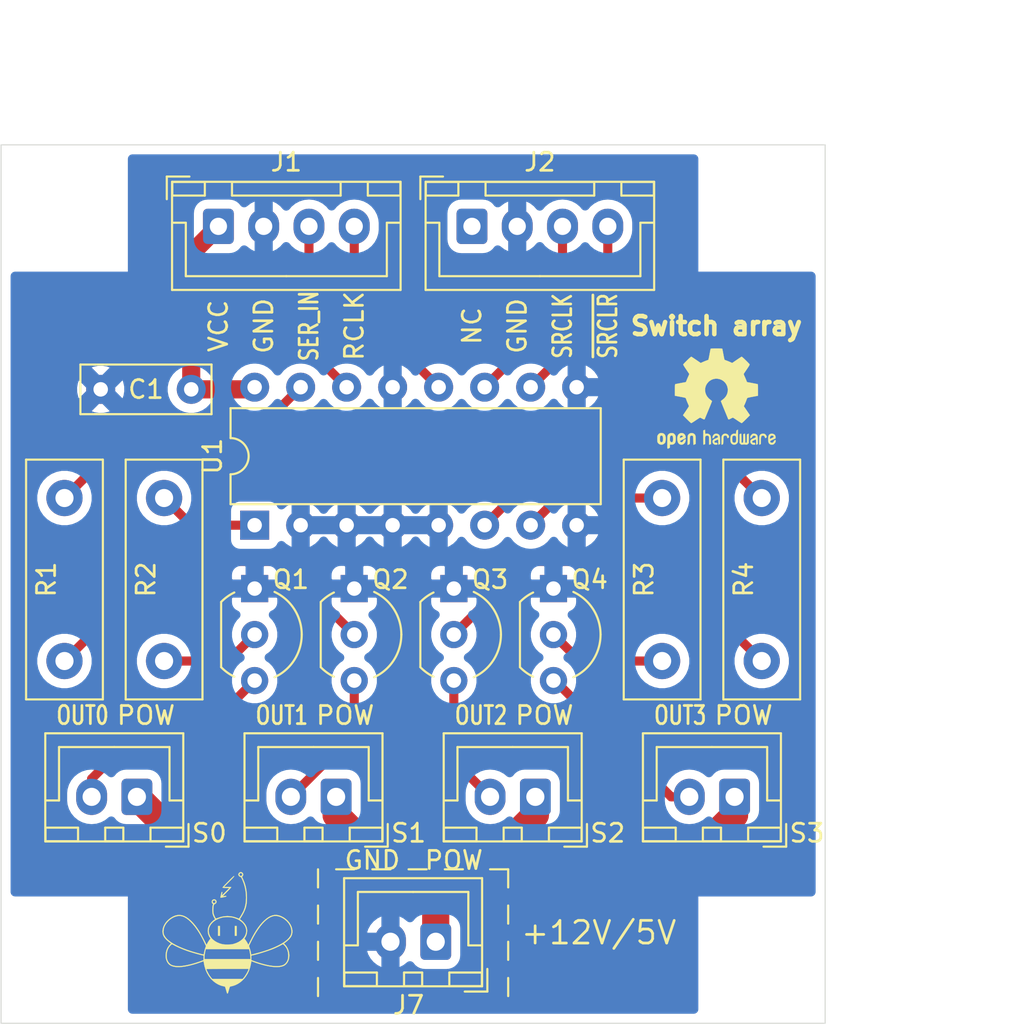
<source format=kicad_pcb>
(kicad_pcb (version 20171130) (host pcbnew "(5.1.4)-1")

  (general
    (thickness 1.6)
    (drawings 45)
    (tracks 58)
    (zones 0)
    (modules 23)
    (nets 21)
  )

  (page A4)
  (layers
    (0 F.Cu signal)
    (31 B.Cu signal)
    (32 B.Adhes user)
    (33 F.Adhes user)
    (34 B.Paste user)
    (35 F.Paste user)
    (36 B.SilkS user)
    (37 F.SilkS user)
    (38 B.Mask user)
    (39 F.Mask user)
    (40 Dwgs.User user)
    (41 Cmts.User user)
    (42 Eco1.User user)
    (43 Eco2.User user)
    (44 Edge.Cuts user)
    (45 Margin user)
    (46 B.CrtYd user)
    (47 F.CrtYd user)
    (48 B.Fab user)
    (49 F.Fab user)
  )

  (setup
    (last_trace_width 0.25)
    (trace_clearance 0.2)
    (zone_clearance 0.5)
    (zone_45_only no)
    (trace_min 0.2)
    (via_size 0.8)
    (via_drill 0.4)
    (via_min_size 0.4)
    (via_min_drill 0.3)
    (uvia_size 0.3)
    (uvia_drill 0.1)
    (uvias_allowed no)
    (uvia_min_size 0.2)
    (uvia_min_drill 0.1)
    (edge_width 0.05)
    (segment_width 0.2)
    (pcb_text_width 0.3)
    (pcb_text_size 1.5 1.5)
    (mod_edge_width 0.12)
    (mod_text_size 1 1)
    (mod_text_width 0.15)
    (pad_size 1.7 2)
    (pad_drill 1)
    (pad_to_mask_clearance 0.051)
    (solder_mask_min_width 0.25)
    (aux_axis_origin 0 0)
    (visible_elements 7FFFFF7F)
    (pcbplotparams
      (layerselection 0x3ffff_ffffffff)
      (usegerberextensions false)
      (usegerberattributes false)
      (usegerberadvancedattributes false)
      (creategerberjobfile false)
      (excludeedgelayer true)
      (linewidth 0.100000)
      (plotframeref false)
      (viasonmask false)
      (mode 1)
      (useauxorigin false)
      (hpglpennumber 1)
      (hpglpenspeed 20)
      (hpglpendiameter 15.000000)
      (psnegative false)
      (psa4output false)
      (plotreference true)
      (plotvalue true)
      (plotinvisibletext false)
      (padsonsilk false)
      (subtractmaskfromsilk false)
      (outputformat 1)
      (mirror false)
      (drillshape 0)
      (scaleselection 1)
      (outputdirectory "gerber/"))
  )

  (net 0 "")
  (net 1 GND)
  (net 2 +5V)
  (net 3 "Net-(Q1-Pad2)")
  (net 4 "Net-(Q2-Pad2)")
  (net 5 "Net-(Q3-Pad2)")
  (net 6 "Net-(Q4-Pad2)")
  (net 7 "Net-(J2-Pad1)")
  (net 8 SRCLR)
  (net 9 SER_IN)
  (net 10 RCLK)
  (net 11 "Net-(J3-Pad2)")
  (net 12 +12V)
  (net 13 "Net-(J4-Pad2)")
  (net 14 "Net-(J5-Pad2)")
  (net 15 "Net-(J6-Pad2)")
  (net 16 SRCLK)
  (net 17 OUT_1)
  (net 18 OUT_2)
  (net 19 OUT_3)
  (net 20 OUT_0)

  (net_class Default "This is the default net class."
    (clearance 0.2)
    (trace_width 0.25)
    (via_dia 0.8)
    (via_drill 0.4)
    (uvia_dia 0.3)
    (uvia_drill 0.1)
    (add_net +12V)
    (add_net +5V)
    (add_net GND)
    (add_net "Net-(J2-Pad1)")
    (add_net "Net-(J3-Pad2)")
    (add_net "Net-(J4-Pad2)")
    (add_net "Net-(J5-Pad2)")
    (add_net "Net-(J6-Pad2)")
    (add_net "Net-(Q1-Pad2)")
    (add_net "Net-(Q2-Pad2)")
    (add_net "Net-(Q3-Pad2)")
    (add_net "Net-(Q4-Pad2)")
    (add_net OUT_0)
    (add_net OUT_1)
    (add_net OUT_2)
    (add_net OUT_3)
    (add_net RCLK)
    (add_net SER_IN)
    (add_net SRCLK)
    (add_net SRCLR)
  )

  (module Package_DIP:DIP-16_W7.62mm (layer F.Cu) (tedit 5A02E8C5) (tstamp 5F394584)
    (at 138 54.5 90)
    (descr "16-lead though-hole mounted DIP package, row spacing 7.62 mm (300 mils)")
    (tags "THT DIP DIL PDIP 2.54mm 7.62mm 300mil")
    (path /5F395EE4)
    (fp_text reference U1 (at 3.81 -2.33 90) (layer F.SilkS)
      (effects (font (size 1 1) (thickness 0.15)))
    )
    (fp_text value 74HC595 (at 3.81 20.11 90) (layer F.Fab)
      (effects (font (size 1 1) (thickness 0.15)))
    )
    (fp_text user %R (at 3.81 8.89 90) (layer F.Fab)
      (effects (font (size 1 1) (thickness 0.15)))
    )
    (fp_line (start 8.7 -1.55) (end -1.1 -1.55) (layer F.CrtYd) (width 0.05))
    (fp_line (start 8.7 19.3) (end 8.7 -1.55) (layer F.CrtYd) (width 0.05))
    (fp_line (start -1.1 19.3) (end 8.7 19.3) (layer F.CrtYd) (width 0.05))
    (fp_line (start -1.1 -1.55) (end -1.1 19.3) (layer F.CrtYd) (width 0.05))
    (fp_line (start 6.46 -1.33) (end 4.81 -1.33) (layer F.SilkS) (width 0.12))
    (fp_line (start 6.46 19.11) (end 6.46 -1.33) (layer F.SilkS) (width 0.12))
    (fp_line (start 1.16 19.11) (end 6.46 19.11) (layer F.SilkS) (width 0.12))
    (fp_line (start 1.16 -1.33) (end 1.16 19.11) (layer F.SilkS) (width 0.12))
    (fp_line (start 2.81 -1.33) (end 1.16 -1.33) (layer F.SilkS) (width 0.12))
    (fp_line (start 0.635 -0.27) (end 1.635 -1.27) (layer F.Fab) (width 0.1))
    (fp_line (start 0.635 19.05) (end 0.635 -0.27) (layer F.Fab) (width 0.1))
    (fp_line (start 6.985 19.05) (end 0.635 19.05) (layer F.Fab) (width 0.1))
    (fp_line (start 6.985 -1.27) (end 6.985 19.05) (layer F.Fab) (width 0.1))
    (fp_line (start 1.635 -1.27) (end 6.985 -1.27) (layer F.Fab) (width 0.1))
    (fp_arc (start 3.81 -1.33) (end 2.81 -1.33) (angle -180) (layer F.SilkS) (width 0.12))
    (pad 16 thru_hole oval (at 7.62 0 90) (size 1.6 1.6) (drill 0.8) (layers *.Cu *.Mask)
      (net 2 +5V))
    (pad 8 thru_hole oval (at 0 17.78 90) (size 1.6 1.6) (drill 0.8) (layers *.Cu *.Mask)
      (net 1 GND))
    (pad 15 thru_hole oval (at 7.62 2.54 90) (size 1.6 1.6) (drill 0.8) (layers *.Cu *.Mask)
      (net 17 OUT_1))
    (pad 7 thru_hole oval (at 0 15.24 90) (size 1.6 1.6) (drill 0.8) (layers *.Cu *.Mask)
      (net 18 OUT_2))
    (pad 14 thru_hole oval (at 7.62 5.08 90) (size 1.6 1.6) (drill 0.8) (layers *.Cu *.Mask)
      (net 9 SER_IN))
    (pad 6 thru_hole oval (at 0 12.7 90) (size 1.6 1.6) (drill 0.8) (layers *.Cu *.Mask)
      (net 19 OUT_3))
    (pad 13 thru_hole oval (at 7.62 7.62 90) (size 1.6 1.6) (drill 0.8) (layers *.Cu *.Mask)
      (net 1 GND))
    (pad 5 thru_hole oval (at 0 10.16 90) (size 1.6 1.6) (drill 0.8) (layers *.Cu *.Mask)
      (net 1 GND))
    (pad 12 thru_hole oval (at 7.62 10.16 90) (size 1.6 1.6) (drill 0.8) (layers *.Cu *.Mask)
      (net 10 RCLK))
    (pad 4 thru_hole oval (at 0 7.62 90) (size 1.6 1.6) (drill 0.8) (layers *.Cu *.Mask)
      (net 1 GND))
    (pad 11 thru_hole oval (at 7.62 12.7 90) (size 1.6 1.6) (drill 0.8) (layers *.Cu *.Mask)
      (net 16 SRCLK))
    (pad 3 thru_hole oval (at 0 5.08 90) (size 1.6 1.6) (drill 0.8) (layers *.Cu *.Mask)
      (net 1 GND))
    (pad 10 thru_hole oval (at 7.62 15.24 90) (size 1.6 1.6) (drill 0.8) (layers *.Cu *.Mask)
      (net 8 SRCLR))
    (pad 2 thru_hole oval (at 0 2.54 90) (size 1.6 1.6) (drill 0.8) (layers *.Cu *.Mask)
      (net 1 GND))
    (pad 9 thru_hole oval (at 7.62 17.78 90) (size 1.6 1.6) (drill 0.8) (layers *.Cu *.Mask)
      (net 1 GND))
    (pad 1 thru_hole rect (at 0 0 90) (size 1.6 1.6) (drill 0.8) (layers *.Cu *.Mask)
      (net 20 OUT_0))
    (model ${KISYS3DMOD}/Package_DIP.3dshapes/DIP-16_W7.62mm.wrl
      (at (xyz 0 0 0))
      (scale (xyz 1 1 1))
      (rotate (xyz 0 0 0))
    )
  )

  (module Connector_JST:JST_XH_B2B-XH-A_1x02_P2.50mm_Vertical (layer F.Cu) (tedit 5C28146C) (tstamp 5E237FFB)
    (at 164.5 69.5 180)
    (descr "JST XH series connector, B2B-XH-A (http://www.jst-mfg.com/product/pdf/eng/eXH.pdf), generated with kicad-footprint-generator")
    (tags "connector JST XH vertical")
    (path /5E2882ED)
    (fp_text reference J6 (at -1.5 -1.5) (layer F.Fab)
      (effects (font (size 1 1) (thickness 0.15)))
    )
    (fp_text value Conn_01x02 (at 1.25 4.6) (layer F.Fab) hide
      (effects (font (size 1 1) (thickness 0.15)))
    )
    (fp_line (start -2.45 -2.35) (end -2.45 3.4) (layer F.Fab) (width 0.1))
    (fp_line (start -2.45 3.4) (end 4.95 3.4) (layer F.Fab) (width 0.1))
    (fp_line (start 4.95 3.4) (end 4.95 -2.35) (layer F.Fab) (width 0.1))
    (fp_line (start 4.95 -2.35) (end -2.45 -2.35) (layer F.Fab) (width 0.1))
    (fp_line (start -2.56 -2.46) (end -2.56 3.51) (layer F.SilkS) (width 0.12))
    (fp_line (start -2.56 3.51) (end 5.06 3.51) (layer F.SilkS) (width 0.12))
    (fp_line (start 5.06 3.51) (end 5.06 -2.46) (layer F.SilkS) (width 0.12))
    (fp_line (start 5.06 -2.46) (end -2.56 -2.46) (layer F.SilkS) (width 0.12))
    (fp_line (start -2.95 -2.85) (end -2.95 3.9) (layer F.CrtYd) (width 0.05))
    (fp_line (start -2.95 3.9) (end 5.45 3.9) (layer F.CrtYd) (width 0.05))
    (fp_line (start 5.45 3.9) (end 5.45 -2.85) (layer F.CrtYd) (width 0.05))
    (fp_line (start 5.45 -2.85) (end -2.95 -2.85) (layer F.CrtYd) (width 0.05))
    (fp_line (start -0.625 -2.35) (end 0 -1.35) (layer F.Fab) (width 0.1))
    (fp_line (start 0 -1.35) (end 0.625 -2.35) (layer F.Fab) (width 0.1))
    (fp_line (start 0.75 -2.45) (end 0.75 -1.7) (layer F.SilkS) (width 0.12))
    (fp_line (start 0.75 -1.7) (end 1.75 -1.7) (layer F.SilkS) (width 0.12))
    (fp_line (start 1.75 -1.7) (end 1.75 -2.45) (layer F.SilkS) (width 0.12))
    (fp_line (start 1.75 -2.45) (end 0.75 -2.45) (layer F.SilkS) (width 0.12))
    (fp_line (start -2.55 -2.45) (end -2.55 -1.7) (layer F.SilkS) (width 0.12))
    (fp_line (start -2.55 -1.7) (end -0.75 -1.7) (layer F.SilkS) (width 0.12))
    (fp_line (start -0.75 -1.7) (end -0.75 -2.45) (layer F.SilkS) (width 0.12))
    (fp_line (start -0.75 -2.45) (end -2.55 -2.45) (layer F.SilkS) (width 0.12))
    (fp_line (start 3.25 -2.45) (end 3.25 -1.7) (layer F.SilkS) (width 0.12))
    (fp_line (start 3.25 -1.7) (end 5.05 -1.7) (layer F.SilkS) (width 0.12))
    (fp_line (start 5.05 -1.7) (end 5.05 -2.45) (layer F.SilkS) (width 0.12))
    (fp_line (start 5.05 -2.45) (end 3.25 -2.45) (layer F.SilkS) (width 0.12))
    (fp_line (start -2.55 -0.2) (end -1.8 -0.2) (layer F.SilkS) (width 0.12))
    (fp_line (start -1.8 -0.2) (end -1.8 2.75) (layer F.SilkS) (width 0.12))
    (fp_line (start -1.8 2.75) (end 1.25 2.75) (layer F.SilkS) (width 0.12))
    (fp_line (start 5.05 -0.2) (end 4.3 -0.2) (layer F.SilkS) (width 0.12))
    (fp_line (start 4.3 -0.2) (end 4.3 2.75) (layer F.SilkS) (width 0.12))
    (fp_line (start 4.3 2.75) (end 1.25 2.75) (layer F.SilkS) (width 0.12))
    (fp_line (start -1.6 -2.75) (end -2.85 -2.75) (layer F.SilkS) (width 0.12))
    (fp_line (start -2.85 -2.75) (end -2.85 -1.5) (layer F.SilkS) (width 0.12))
    (fp_text user %R (at 1.25 2) (layer F.Fab)
      (effects (font (size 1 1) (thickness 0.15)))
    )
    (pad 1 thru_hole roundrect (at 0 0 180) (size 1.7 2) (drill 1) (layers *.Cu *.Mask) (roundrect_rratio 0.147059)
      (net 12 +12V))
    (pad 2 thru_hole oval (at 2.5 0 180) (size 1.7 2) (drill 1) (layers *.Cu *.Mask)
      (net 15 "Net-(J6-Pad2)"))
    (model ${KISYS3DMOD}/Connector_JST.3dshapes/JST_XH_B2B-XH-A_1x02_P2.50mm_Vertical.wrl
      (at (xyz 0 0 0))
      (scale (xyz 1 1 1))
      (rotate (xyz 0 0 0))
    )
  )

  (module logo-beehive:logo-beehive-7_2х6_7mm (layer F.Cu) (tedit 0) (tstamp 5F35BC38)
    (at 136.5 77)
    (fp_text reference G*** (at 0 0) (layer F.SilkS) hide
      (effects (font (size 1.524 1.524) (thickness 0.3)))
    )
    (fp_text value LOGO (at 0.75 0) (layer F.SilkS) hide
      (effects (font (size 1.524 1.524) (thickness 0.3)))
    )
    (fp_poly (pts (xy 0.781124 -3.338272) (xy 0.820066 -3.312623) (xy 0.850866 -3.27735) (xy 0.862381 -3.253557)
      (xy 0.869381 -3.203831) (xy 0.86004 -3.155836) (xy 0.836291 -3.117453) (xy 0.826963 -3.109228)
      (xy 0.800557 -3.08931) (xy 0.860848 -2.961859) (xy 0.942059 -2.765907) (xy 1.003933 -2.561687)
      (xy 1.0468 -2.347606) (xy 1.070993 -2.122074) (xy 1.077124 -1.922318) (xy 1.073712 -1.775328)
      (xy 1.063437 -1.645173) (xy 1.045563 -1.526426) (xy 1.019354 -1.413658) (xy 0.998815 -1.345045)
      (xy 0.968368 -1.263013) (xy 0.926952 -1.169003) (xy 0.877686 -1.069335) (xy 0.823684 -0.970328)
      (xy 0.770857 -0.882677) (xy 0.741321 -0.836271) (xy 0.716056 -0.796521) (xy 0.69781 -0.767754)
      (xy 0.689434 -0.754466) (xy 0.694321 -0.742271) (xy 0.714538 -0.722105) (xy 0.745386 -0.698528)
      (xy 0.810309 -0.647155) (xy 0.876016 -0.583521) (xy 0.937047 -0.513779) (xy 0.987937 -0.444085)
      (xy 1.018545 -0.390721) (xy 1.053095 -0.310872) (xy 1.074433 -0.238095) (xy 1.084874 -0.162371)
      (xy 1.086945 -0.094934) (xy 1.076086 0.020467) (xy 1.045188 0.132328) (xy 0.995987 0.235343)
      (xy 0.96275 0.284984) (xy 0.935175 0.321741) (xy 0.996225 0.402894) (xy 1.032255 0.454242)
      (xy 1.070613 0.514339) (xy 1.103634 0.571117) (xy 1.10681 0.577014) (xy 1.156345 0.669982)
      (xy 1.269255 0.441786) (xy 1.379742 0.226784) (xy 1.488243 0.032834) (xy 1.595982 -0.141879)
      (xy 1.704185 -0.29917) (xy 1.814075 -0.440853) (xy 1.926878 -0.568743) (xy 2.004467 -0.647395)
      (xy 2.12895 -0.758498) (xy 2.2502 -0.847038) (xy 2.36916 -0.913164) (xy 2.48677 -0.957023)
      (xy 2.603972 -0.978764) (xy 2.721707 -0.978534) (xy 2.840917 -0.956481) (xy 2.962542 -0.912754)
      (xy 3.087524 -0.847501) (xy 3.125835 -0.823735) (xy 3.238046 -0.741435) (xy 3.336093 -0.648795)
      (xy 3.419199 -0.547932) (xy 3.486591 -0.440965) (xy 3.537492 -0.33001) (xy 3.571127 -0.217185)
      (xy 3.586721 -0.104607) (xy 3.583499 0.005605) (xy 3.560685 0.111335) (xy 3.517504 0.210464)
      (xy 3.509522 0.224138) (xy 3.467783 0.282863) (xy 3.410567 0.348425) (xy 3.342435 0.416194)
      (xy 3.267951 0.481537) (xy 3.215409 0.522663) (xy 3.176019 0.551978) (xy 3.144162 0.575822)
      (xy 3.123999 0.591072) (xy 3.119139 0.594895) (xy 3.125036 0.603996) (xy 3.144107 0.625315)
      (xy 3.172877 0.655066) (xy 3.189509 0.671619) (xy 3.25791 0.75317) (xy 3.316458 0.851565)
      (xy 3.363304 0.961991) (xy 3.396598 1.079634) (xy 3.414493 1.199678) (xy 3.417102 1.264228)
      (xy 3.40813 1.381577) (xy 3.38235 1.49233) (xy 3.34125 1.593721) (xy 3.286317 1.682986)
      (xy 3.219038 1.75736) (xy 3.140903 1.814077) (xy 3.113719 1.828107) (xy 3.009087 1.865839)
      (xy 2.886866 1.889603) (xy 2.747784 1.899491) (xy 2.592566 1.895596) (xy 2.42194 1.878011)
      (xy 2.236633 1.846829) (xy 2.037372 1.802142) (xy 1.824883 1.744044) (xy 1.599893 1.672626)
      (xy 1.430663 1.613046) (xy 1.320008 1.572564) (xy 1.295866 1.718578) (xy 1.25303 1.913354)
      (xy 1.190764 2.095947) (xy 1.10864 2.267293) (xy 1.006231 2.428329) (xy 0.923258 2.534228)
      (xy 0.814822 2.647279) (xy 0.693857 2.746765) (xy 0.563822 2.830581) (xy 0.428175 2.896622)
      (xy 0.290374 2.942784) (xy 0.229531 2.956334) (xy 0.189546 2.963931) (xy 0.158226 2.970106)
      (xy 0.143514 2.973255) (xy 0.135688 2.984969) (xy 0.123584 3.014497) (xy 0.108873 3.057339)
      (xy 0.093667 3.107452) (xy 0.076809 3.166365) (xy 0.060376 3.223781) (xy 0.0465 3.272257)
      (xy 0.038811 3.299114) (xy 0.025628 3.336932) (xy 0.012258 3.355729) (xy 0 3.359728)
      (xy -0.015288 3.353083) (xy -0.028404 3.330514) (xy -0.038811 3.299114) (xy -0.049206 3.262807)
      (xy -0.063822 3.211743) (xy -0.080529 3.153364) (xy -0.093667 3.107452) (xy -0.109311 3.055982)
      (xy -0.123971 3.013455) (xy -0.135977 2.984371) (xy -0.143515 2.973255) (xy -0.160656 2.969615)
      (xy -0.19313 2.96324) (xy -0.229531 2.956334) (xy -0.367186 2.919651) (xy -0.504219 2.862154)
      (xy -0.637175 2.785947) (xy -0.762596 2.693133) (xy -0.877026 2.585815) (xy -0.923269 2.534228)
      (xy -1.03903 2.38033) (xy -1.135257 2.214564) (xy -1.212083 2.036622) (xy -1.219586 2.011796)
      (xy -1.165985 2.011796) (xy -1.160628 2.030696) (xy -1.146181 2.0653) (xy -1.124874 2.111187)
      (xy -1.098933 2.163934) (xy -1.070588 2.219118) (xy -1.042066 2.272316) (xy -1.015595 2.319106)
      (xy -0.993403 2.355066) (xy -0.991985 2.357185) (xy -0.958579 2.404438) (xy -0.920872 2.454363)
      (xy -0.891354 2.490932) (xy -0.840013 2.551546) (xy 0.841033 2.551546) (xy 0.892441 2.490932)
      (xy 0.93843 2.432196) (xy 0.986502 2.362985) (xy 1.033888 2.288071) (xy 1.077819 2.212231)
      (xy 1.115523 2.140238) (xy 1.144233 2.076867) (xy 1.160841 2.028255) (xy 1.168594 1.997364)
      (xy 0.001251 1.997364) (xy -0.195644 1.997416) (xy -0.37057 1.997583) (xy -0.524648 1.997878)
      (xy -0.659 1.998316) (xy -0.774746 1.998909) (xy -0.873009 1.999671) (xy -0.95491 2.000618)
      (xy -1.02157 2.001762) (xy -1.074111 2.003117) (xy -1.113653 2.004698) (xy -1.141319 2.006517)
      (xy -1.158229 2.00859) (xy -1.165506 2.01093) (xy -1.165985 2.011796) (xy -1.219586 2.011796)
      (xy -1.26964 1.846195) (xy -1.308059 1.642973) (xy -1.310363 1.625739) (xy -1.317382 1.571614)
      (xy -1.42935 1.612882) (xy -1.629865 1.683029) (xy -1.825759 1.744185) (xy -2.015 1.795944)
      (xy -2.195555 1.837898) (xy -2.365393 1.869639) (xy -2.522479 1.89076) (xy -2.664783 1.900853)
      (xy -2.790271 1.899511) (xy -2.838314 1.895344) (xy -2.96209 1.875638) (xy -3.066609 1.846125)
      (xy -3.154103 1.80545) (xy -3.226803 1.752259) (xy -3.286941 1.685198) (xy -3.336747 1.602914)
      (xy -3.343746 1.588582) (xy -3.385695 1.481123) (xy -3.408942 1.37211) (xy -3.411475 1.320836)
      (xy -3.357374 1.320836) (xy -3.349051 1.403928) (xy -3.330314 1.480954) (xy -3.299783 1.559775)
      (xy -3.296364 1.567326) (xy -3.25627 1.634464) (xy -3.201534 1.697768) (xy -3.138721 1.750591)
      (xy -3.084262 1.782114) (xy -2.99339 1.813382) (xy -2.884978 1.834294) (xy -2.762244 1.844603)
      (xy -2.628408 1.844064) (xy -2.486691 1.83243) (xy -2.463978 1.829585) (xy -2.25216 1.794568)
      (xy -2.026325 1.743379) (xy -1.788428 1.676523) (xy -1.540425 1.594501) (xy -1.510962 1.583982)
      (xy -1.325191 1.51715) (xy -1.320921 1.390773) (xy -1.27 1.390773) (xy -1.27 1.454728)
      (xy 1.273528 1.454728) (xy 1.266408 1.330287) (xy 1.260547 1.26306) (xy 1.316252 1.26306)
      (xy 1.321954 1.512174) (xy 1.368136 1.530811) (xy 1.439484 1.558222) (xy 1.526724 1.589564)
      (xy 1.623473 1.622685) (xy 1.72335 1.655429) (xy 1.819972 1.685644) (xy 1.878735 1.703118)
      (xy 2.093291 1.760255) (xy 2.292609 1.802908) (xy 2.476182 1.831017) (xy 2.6435 1.844517)
      (xy 2.794056 1.843349) (xy 2.91629 1.829447) (xy 3.012927 1.807479) (xy 3.091872 1.777436)
      (xy 3.157765 1.737114) (xy 3.209942 1.690006) (xy 3.274118 1.607281) (xy 3.319819 1.513726)
      (xy 3.347495 1.407928) (xy 3.357597 1.28847) (xy 3.356526 1.229811) (xy 3.340665 1.088035)
      (xy 3.306955 0.96039) (xy 3.255506 0.847166) (xy 3.186427 0.748656) (xy 3.170098 0.730306)
      (xy 3.127268 0.685713) (xy 3.094795 0.657447) (xy 3.0686 0.643813) (xy 3.044605 0.643112)
      (xy 3.018734 0.65365) (xy 3.005226 0.661713) (xy 2.958944 0.688662) (xy 2.89593 0.722084)
      (xy 2.820825 0.759719) (xy 2.738272 0.799303) (xy 2.652912 0.838574) (xy 2.569387 0.875271)
      (xy 2.550619 0.883239) (xy 2.457139 0.920633) (xy 2.346529 0.961571) (xy 2.223166 1.004679)
      (xy 2.09143 1.048584) (xy 1.955698 1.091912) (xy 1.820349 1.133289) (xy 1.689763 1.171341)
      (xy 1.568317 1.204694) (xy 1.46039 1.231975) (xy 1.385859 1.248683) (xy 1.316252 1.26306)
      (xy 1.260547 1.26306) (xy 1.259747 1.253895) (xy 1.248535 1.167625) (xy 1.234147 1.079964)
      (xy 1.217961 0.9994) (xy 1.203276 0.940955) (xy 1.193293 0.906319) (xy -1.194304 0.906319)
      (xy -1.220268 1.010228) (xy -1.23911 1.098477) (xy -1.254501 1.195531) (xy -1.26518 1.29174)
      (xy -1.269885 1.377451) (xy -1.27 1.390773) (xy -1.320921 1.390773) (xy -1.316645 1.264228)
      (xy -1.434754 1.236895) (xy -1.501797 1.22041) (xy -1.585737 1.198273) (xy -1.681508 1.171947)
      (xy -1.78404 1.142901) (xy -1.888267 1.112598) (xy -1.989119 1.082507) (xy -2.08153 1.054092)
      (xy -2.160431 1.02882) (xy -2.199409 1.015696) (xy -2.323182 0.971175) (xy -2.448985 0.92273)
      (xy -2.572984 0.872035) (xy -2.691345 0.820767) (xy -2.800235 0.770601) (xy -2.89582 0.723212)
      (xy -2.974265 0.680275) (xy -2.993815 0.668554) (xy -3.027147 0.649909) (xy -3.05353 0.642358)
      (xy -3.078126 0.647357) (xy -3.106096 0.666363) (xy -3.142603 0.700832) (xy -3.15587 0.714282)
      (xy -3.232717 0.809128) (xy -3.291358 0.918026) (xy -3.331675 1.040673) (xy -3.353547 1.176766)
      (xy -3.356664 1.223819) (xy -3.357374 1.320836) (xy -3.411475 1.320836) (xy -3.414734 1.254894)
      (xy -3.413307 1.218046) (xy -3.396132 1.080679) (xy -3.361188 0.952052) (xy -3.309573 0.83484)
      (xy -3.242385 0.731716) (xy -3.188985 0.671619) (xy -3.1569 0.639059) (xy -3.132792 0.613101)
      (xy -3.120127 0.597552) (xy -3.119139 0.594895) (xy -3.1295 0.586909) (xy -3.154289 0.568322)
      (xy -3.189354 0.542238) (xy -3.216089 0.522438) (xy -3.292731 0.461203) (xy -3.366118 0.3941)
      (xy -3.431605 0.325854) (xy -3.484547 0.261184) (xy -3.509522 0.224148) (xy -3.556269 0.125261)
      (xy -3.582294 0.01982) (xy -3.58729 -0.071302) (xy -3.531475 -0.071302) (xy -3.530831 -0.039606)
      (xy -3.527441 0.015291) (xy -3.521365 0.056568) (xy -3.510236 0.093692) (xy -3.491685 0.136134)
      (xy -3.481814 0.156403) (xy -3.425027 0.248295) (xy -3.345829 0.340169) (xy -3.244895 0.431635)
      (xy -3.122901 0.522299) (xy -2.980524 0.611771) (xy -2.81844 0.699659) (xy -2.637324 0.785571)
      (xy -2.437852 0.869116) (xy -2.220702 0.949901) (xy -1.986548 1.027535) (xy -1.9685 1.033164)
      (xy -1.899652 1.053987) (xy -1.823419 1.076095) (xy -1.742903 1.098684) (xy -1.661204 1.120951)
      (xy -1.581421 1.142094) (xy -1.506657 1.161309) (xy -1.440011 1.177795) (xy -1.384584 1.190747)
      (xy -1.343476 1.199364) (xy -1.319788 1.202841) (xy -1.315331 1.202301) (xy -1.310525 1.18843)
      (xy -1.303023 1.157156) (xy -1.294048 1.113834) (xy -1.288644 1.085273) (xy -1.275538 1.023924)
      (xy -1.257466 0.952675) (xy -1.237498 0.883276) (xy -1.228744 0.855882) (xy -1.188907 0.736173)
      (xy -1.190922 0.731736) (xy 1.187715 0.731736) (xy 1.224028 0.841244) (xy 1.24494 0.908541)
      (xy 1.264527 0.979266) (xy 1.281511 1.04802) (xy 1.294618 1.109401) (xy 1.302571 1.158011)
      (xy 1.304386 1.181301) (xy 1.307638 1.204155) (xy 1.31928 1.209081) (xy 1.324841 1.207791)
      (xy 1.342821 1.202968) (xy 1.378686 1.193763) (xy 1.427904 1.181327) (xy 1.485942 1.166807)
      (xy 1.512454 1.160216) (xy 1.7631 1.094106) (xy 2.000962 1.023487) (xy 2.225116 0.948828)
      (xy 2.434641 0.870599) (xy 2.628614 0.789271) (xy 2.806113 0.705311) (xy 2.966216 0.61919)
      (xy 3.108001 0.531377) (xy 3.230545 0.442341) (xy 3.332927 0.352553) (xy 3.414223 0.262482)
      (xy 3.473511 0.172596) (xy 3.480994 0.15806) (xy 3.502829 0.111304) (xy 3.516532 0.072763)
      (xy 3.524475 0.033013) (xy 3.529027 -0.017368) (xy 3.530161 -0.037404) (xy 3.525184 -0.160604)
      (xy 3.497675 -0.281907) (xy 3.448182 -0.400087) (xy 3.377254 -0.513921) (xy 3.285439 -0.622184)
      (xy 3.25425 -0.653064) (xy 3.14536 -0.74489) (xy 3.031263 -0.818683) (xy 2.914113 -0.873715)
      (xy 2.796064 -0.909257) (xy 2.679268 -0.924579) (xy 2.565881 -0.918952) (xy 2.505364 -0.906562)
      (xy 2.39331 -0.865968) (xy 2.278736 -0.803154) (xy 2.162206 -0.718784) (xy 2.044283 -0.613524)
      (xy 1.925533 -0.488036) (xy 1.80652 -0.342986) (xy 1.687807 -0.179037) (xy 1.56996 0.003146)
      (xy 1.453542 0.202899) (xy 1.339118 0.419558) (xy 1.284575 0.530391) (xy 1.187715 0.731736)
      (xy -1.190922 0.731736) (xy -1.242049 0.6192) (xy -1.344968 0.403905) (xy -1.452176 0.201117)
      (xy -1.562851 0.011828) (xy -1.676172 -0.16297) (xy -1.791318 -0.322286) (xy -1.907468 -0.465127)
      (xy -2.0238 -0.590502) (xy -2.139494 -0.697418) (xy -2.253727 -0.784885) (xy -2.36568 -0.851909)
      (xy -2.47453 -0.8975) (xy -2.505364 -0.906562) (xy -2.615938 -0.924099) (xy -2.731113 -0.920284)
      (xy -2.848734 -0.895846) (xy -2.966648 -0.851514) (xy -3.082701 -0.788017) (xy -3.19474 -0.706084)
      (xy -3.25425 -0.653064) (xy -3.352283 -0.546482) (xy -3.429568 -0.433803) (xy -3.485559 -0.316239)
      (xy -3.51971 -0.195001) (xy -3.531475 -0.071302) (xy -3.58729 -0.071302) (xy -3.588325 -0.090174)
      (xy -3.575091 -0.202723) (xy -3.543319 -0.315828) (xy -3.493736 -0.427488) (xy -3.427071 -0.535706)
      (xy -3.344052 -0.638481) (xy -3.245405 -0.733815) (xy -3.131858 -0.819709) (xy -3.128818 -0.821729)
      (xy -3.003531 -0.894559) (xy -2.880454 -0.945281) (xy -2.758981 -0.973797) (xy -2.638509 -0.980009)
      (xy -2.518432 -0.96382) (xy -2.398146 -0.925131) (xy -2.277046 -0.863845) (xy -2.154528 -0.779862)
      (xy -2.029987 -0.673087) (xy -1.993285 -0.637726) (xy -1.876664 -0.514496) (xy -1.76359 -0.378067)
      (xy -1.652878 -0.226667) (xy -1.543339 -0.058527) (xy -1.433786 0.128125) (xy -1.323032 0.335058)
      (xy -1.269145 0.442009) (xy -1.156125 0.670426) (xy -1.109291 0.580554) (xy -1.078495 0.526225)
      (xy -1.040587 0.466059) (xy -1.003155 0.412031) (xy -0.998816 0.406212) (xy -0.935175 0.321741)
      (xy -0.962751 0.284984) (xy -1.021033 0.188878) (xy -1.061938 0.08109) (xy -1.083733 -0.033077)
      (xy -1.086945 -0.094934) (xy -1.086541 -0.104581) (xy -1.03596 -0.104581) (xy -1.026154 0.004092)
      (xy -0.995446 0.109498) (xy -0.944929 0.210166) (xy -0.875696 0.304621) (xy -0.78884 0.391391)
      (xy -0.685456 0.469002) (xy -0.566635 0.535983) (xy -0.433472 0.590859) (xy -0.423003 0.594423)
      (xy -0.343148 0.618909) (xy -0.268002 0.636303) (xy -0.191285 0.647415) (xy -0.10671 0.653053)
      (xy -0.007997 0.654028) (xy 0.034636 0.653341) (xy 0.112848 0.651127) (xy 0.17405 0.647841)
      (xy 0.224321 0.642791) (xy 0.269739 0.635286) (xy 0.316383 0.624634) (xy 0.339248 0.618667)
      (xy 0.48028 0.572409) (xy 0.60799 0.513494) (xy 0.721255 0.443288) (xy 0.818952 0.363159)
      (xy 0.89996 0.274475) (xy 0.963155 0.178601) (xy 1.007416 0.076906) (xy 1.031619 -0.029243)
      (xy 1.034643 -0.13848) (xy 1.02377 -0.215046) (xy 0.988557 -0.32622) (xy 0.932382 -0.430687)
      (xy 0.856726 -0.527164) (xy 0.763074 -0.614365) (xy 0.652907 -0.691003) (xy 0.527709 -0.755794)
      (xy 0.388962 -0.807452) (xy 0.317435 -0.827343) (xy 0.265651 -0.839627) (xy 0.220998 -0.848283)
      (xy 0.17729 -0.853929) (xy 0.128345 -0.85718) (xy 0.067978 -0.858652) (xy 0 -0.858965)
      (xy -0.075828 -0.858546) (xy -0.134778 -0.856879) (xy -0.183055 -0.853351) (xy -0.226862 -0.847346)
      (xy -0.272404 -0.838251) (xy -0.3175 -0.827536) (xy -0.462194 -0.78292) (xy -0.594078 -0.724467)
      (xy -0.711668 -0.653466) (xy -0.813482 -0.571202) (xy -0.898035 -0.478962) (xy -0.963844 -0.378032)
      (xy -1.009426 -0.269698) (xy -1.02377 -0.215046) (xy -1.03596 -0.104581) (xy -1.086541 -0.104581)
      (xy -1.083385 -0.179891) (xy -1.070732 -0.2541) (xy -1.046671 -0.327578) (xy -1.018545 -0.390721)
      (xy -0.980207 -0.455708) (xy -0.927199 -0.525847) (xy -0.864982 -0.594984) (xy -0.799018 -0.656964)
      (xy -0.745379 -0.698532) (xy -0.681877 -0.742268) (xy -0.711307 -0.789657) (xy -0.775382 -0.91204)
      (xy -0.815808 -1.027545) (xy -0.827612 -1.090213) (xy -0.834802 -1.168285) (xy -0.837383 -1.254538)
      (xy -0.835358 -1.341751) (xy -0.828733 -1.422702) (xy -0.81751 -1.490171) (xy -0.815547 -1.498229)
      (xy -0.794048 -1.58214) (xy -0.823808 -1.60555) (xy -0.855103 -1.643446) (xy -0.868873 -1.689922)
      (xy -0.86773 -1.706645) (xy -0.819727 -1.706645) (xy -0.810207 -1.679885) (xy -0.786971 -1.652868)
      (xy -0.758005 -1.63322) (xy -0.737292 -1.627909) (xy -0.710612 -1.635591) (xy -0.684812 -1.653012)
      (xy -0.663044 -1.686513) (xy -0.659999 -1.722991) (xy -0.673306 -1.756371) (xy -0.700596 -1.780577)
      (xy -0.738071 -1.789545) (xy -0.771185 -1.779412) (xy -0.800241 -1.754129) (xy -0.817681 -1.721369)
      (xy -0.819727 -1.706645) (xy -0.86773 -1.706645) (xy -0.865518 -1.739005) (xy -0.845439 -1.784719)
      (xy -0.809361 -1.820873) (xy -0.764231 -1.842776) (xy -0.71985 -1.844407) (xy -0.67516 -1.829062)
      (xy -0.639173 -1.800811) (xy -0.612432 -1.758947) (xy -0.600564 -1.712661) (xy -0.600407 -1.706982)
      (xy -0.610708 -1.664952) (xy -0.637735 -1.624526) (xy -0.675862 -1.593111) (xy -0.693329 -1.584583)
      (xy -0.721895 -1.570686) (xy -0.739711 -1.55217) (xy -0.753326 -1.521228) (xy -0.757751 -1.507784)
      (xy -0.769308 -1.45586) (xy -0.777432 -1.387829) (xy -0.781948 -1.310446) (xy -0.782678 -1.230465)
      (xy -0.779447 -1.15464) (xy -0.772077 -1.089725) (xy -0.769104 -1.073727) (xy -0.757296 -1.030294)
      (xy -0.73904 -0.97831) (xy -0.716774 -0.923294) (xy -0.692936 -0.870762) (xy -0.669964 -0.826231)
      (xy -0.650298 -0.795219) (xy -0.641975 -0.786089) (xy -0.623931 -0.784078) (xy -0.587414 -0.793208)
      (xy -0.531675 -0.81367) (xy -0.528876 -0.814791) (xy -0.356342 -0.871998) (xy -0.181043 -0.906566)
      (xy -0.004425 -0.918495) (xy 0.172062 -0.907786) (xy 0.346972 -0.87444) (xy 0.518857 -0.818457)
      (xy 0.529286 -0.814279) (xy 0.629227 -0.773804) (xy 0.652693 -0.802464) (xy 0.675511 -0.833998)
      (xy 0.706046 -0.881335) (xy 0.741548 -0.939695) (xy 0.779269 -1.004299) (xy 0.816461 -1.070367)
      (xy 0.850376 -1.133118) (xy 0.878263 -1.187772) (xy 0.894974 -1.223818) (xy 0.952283 -1.384565)
      (xy 0.993139 -1.55845) (xy 1.017692 -1.742563) (xy 1.026091 -1.933994) (xy 1.018488 -2.129834)
      (xy 0.995032 -2.327174) (xy 0.955874 -2.523103) (xy 0.901163 -2.714712) (xy 0.83105 -2.899092)
      (xy 0.805599 -2.955636) (xy 0.782039 -3.005003) (xy 0.764405 -3.037704) (xy 0.749165 -3.058139)
      (xy 0.732786 -3.070709) (xy 0.711739 -3.079812) (xy 0.70366 -3.082636) (xy 0.659252 -3.106825)
      (xy 0.624129 -3.142791) (xy 0.603562 -3.184206) (xy 0.600364 -3.206712) (xy 0.604074 -3.224306)
      (xy 0.659665 -3.224306) (xy 0.662521 -3.188954) (xy 0.683492 -3.15701) (xy 0.688511 -3.152747)
      (xy 0.725237 -3.132232) (xy 0.758193 -3.133638) (xy 0.791365 -3.157134) (xy 0.791388 -3.157157)
      (xy 0.814899 -3.190331) (xy 0.816319 -3.223285) (xy 0.795819 -3.260007) (xy 0.795798 -3.260034)
      (xy 0.76393 -3.285504) (xy 0.738071 -3.290454) (xy 0.699613 -3.281092) (xy 0.672753 -3.257031)
      (xy 0.659665 -3.224306) (xy 0.604074 -3.224306) (xy 0.611034 -3.257305) (xy 0.639695 -3.301015)
      (xy 0.68132 -3.332816) (xy 0.730884 -3.347682) (xy 0.741833 -3.348181) (xy 0.781124 -3.338272)) (layer F.SilkS) (width 0.01))
    (fp_poly (pts (xy 0.373099 -3.122533) (xy 0.369224 -3.109199) (xy 0.354184 -3.086757) (xy 0.327016 -3.054031)
      (xy 0.28676 -3.009848) (xy 0.232455 -2.953033) (xy 0.16314 -2.882413) (xy 0.096827 -2.815781)
      (xy -0.190327 -2.528454) (xy 0.008746 -2.528454) (xy 0.081153 -2.528276) (xy 0.133629 -2.52753)
      (xy 0.169333 -2.525895) (xy 0.191424 -2.523054) (xy 0.203059 -2.518688) (xy 0.207397 -2.512477)
      (xy 0.207818 -2.50835) (xy 0.199922 -2.495335) (xy 0.177598 -2.468358) (xy 0.14289 -2.429638)
      (xy 0.097844 -2.381393) (xy 0.044505 -2.325843) (xy -0.015081 -2.265206) (xy -0.031647 -2.248578)
      (xy -0.107675 -2.171851) (xy -0.167131 -2.110416) (xy -0.21038 -2.063869) (xy -0.237787 -2.031809)
      (xy -0.249716 -2.01383) (xy -0.248124 -2.009314) (xy -0.224942 -2.01189) (xy -0.188032 -2.018168)
      (xy -0.15317 -2.025161) (xy -0.112516 -2.033013) (xy -0.088124 -2.034732) (xy -0.073974 -2.030254)
      (xy -0.067646 -2.024266) (xy -0.060571 -2.01187) (xy -0.063805 -2.001313) (xy -0.079929 -1.991447)
      (xy -0.111523 -1.981122) (xy -0.161166 -1.969192) (xy -0.218458 -1.957139) (xy -0.281228 -1.944397)
      (xy -0.325023 -1.935816) (xy -0.353499 -1.93097) (xy -0.370313 -1.929433) (xy -0.379119 -1.930779)
      (xy -0.383574 -1.934583) (xy -0.385558 -1.937671) (xy -0.386495 -1.953939) (xy -0.382402 -1.986838)
      (xy -0.374463 -2.031182) (xy -0.363866 -2.081789) (xy -0.351794 -2.133474) (xy -0.339436 -2.181054)
      (xy -0.327975 -2.219345) (xy -0.318599 -2.243164) (xy -0.31449 -2.248343) (xy -0.295101 -2.249946)
      (xy -0.285455 -2.234986) (xy -0.285226 -2.201866) (xy -0.294087 -2.148986) (xy -0.294139 -2.148738)
      (xy -0.302673 -2.107185) (xy -0.308924 -2.074871) (xy -0.311687 -2.05806) (xy -0.311727 -2.057342)
      (xy -0.303951 -2.063003) (xy -0.282058 -2.082978) (xy -0.248202 -2.115196) (xy -0.204539 -2.157586)
      (xy -0.153221 -2.208077) (xy -0.103751 -2.257256) (xy 0.104224 -2.464954) (xy -0.083408 -2.470727)
      (xy -0.15498 -2.473257) (xy -0.20655 -2.476017) (xy -0.241206 -2.479383) (xy -0.262038 -2.48373)
      (xy -0.272134 -2.489436) (xy -0.274392 -2.494) (xy -0.267207 -2.50546) (xy -0.245659 -2.530835)
      (xy -0.211923 -2.567927) (xy -0.168174 -2.614538) (xy -0.116585 -2.668467) (xy -0.059333 -2.727516)
      (xy 0.001408 -2.789486) (xy 0.063464 -2.852177) (xy 0.12466 -2.913392) (xy 0.18282 -2.97093)
      (xy 0.235771 -3.022593) (xy 0.281337 -3.066181) (xy 0.317345 -3.099496) (xy 0.341618 -3.120339)
      (xy 0.351193 -3.126571) (xy 0.366768 -3.127932) (xy 0.373099 -3.122533)) (layer F.SilkS) (width 0.01))
    (fp_poly (pts (xy -0.415636 0.173182) (xy -0.519546 0.173182) (xy -0.519546 -0.369454) (xy -0.415636 -0.369454)
      (xy -0.415636 0.173182)) (layer F.SilkS) (width 0.01))
    (fp_poly (pts (xy 0.508 0.173182) (xy 0.404091 0.173182) (xy 0.404091 -0.369454) (xy 0.508 -0.369454)
      (xy 0.508 0.173182)) (layer F.SilkS) (width 0.01))
  )

  (module Capacitor_THT:C_Disc_D7.0mm_W2.5mm_P5.00mm (layer F.Cu) (tedit 5AE50EF0) (tstamp 5E29684E)
    (at 134.5 47 180)
    (descr "C, Disc series, Radial, pin pitch=5.00mm, , diameter*width=7*2.5mm^2, Capacitor, http://cdn-reichelt.de/documents/datenblatt/B300/DS_KERKO_TC.pdf")
    (tags "C Disc series Radial pin pitch 5.00mm  diameter 7mm width 2.5mm Capacitor")
    (path /5E27638C)
    (fp_text reference C1 (at 2.5 0) (layer F.SilkS)
      (effects (font (size 1 1) (thickness 0.15)))
    )
    (fp_text value 100nF (at 2.5 -2.5) (layer F.Fab)
      (effects (font (size 1 1) (thickness 0.15)))
    )
    (fp_text user %R (at 2.5 0) (layer F.Fab)
      (effects (font (size 1 1) (thickness 0.15)))
    )
    (fp_line (start 6.25 -1.5) (end -1.25 -1.5) (layer F.CrtYd) (width 0.05))
    (fp_line (start 6.25 1.5) (end 6.25 -1.5) (layer F.CrtYd) (width 0.05))
    (fp_line (start -1.25 1.5) (end 6.25 1.5) (layer F.CrtYd) (width 0.05))
    (fp_line (start -1.25 -1.5) (end -1.25 1.5) (layer F.CrtYd) (width 0.05))
    (fp_line (start 6.12 -1.37) (end 6.12 1.37) (layer F.SilkS) (width 0.12))
    (fp_line (start -1.12 -1.37) (end -1.12 1.37) (layer F.SilkS) (width 0.12))
    (fp_line (start -1.12 1.37) (end 6.12 1.37) (layer F.SilkS) (width 0.12))
    (fp_line (start -1.12 -1.37) (end 6.12 -1.37) (layer F.SilkS) (width 0.12))
    (fp_line (start 6 -1.25) (end -1 -1.25) (layer F.Fab) (width 0.1))
    (fp_line (start 6 1.25) (end 6 -1.25) (layer F.Fab) (width 0.1))
    (fp_line (start -1 1.25) (end 6 1.25) (layer F.Fab) (width 0.1))
    (fp_line (start -1 -1.25) (end -1 1.25) (layer F.Fab) (width 0.1))
    (pad 2 thru_hole circle (at 5 0 180) (size 1.6 1.6) (drill 0.8) (layers *.Cu *.Mask)
      (net 1 GND))
    (pad 1 thru_hole circle (at 0 0 180) (size 1.6 1.6) (drill 0.8) (layers *.Cu *.Mask)
      (net 2 +5V))
    (model ${KISYS3DMOD}/Capacitor_THT.3dshapes/C_Disc_D7.0mm_W2.5mm_P5.00mm.wrl
      (at (xyz 0 0 0))
      (scale (xyz 1 1 1))
      (rotate (xyz 0 0 0))
    )
  )

  (module MountingHole:MountingHole_3.2mm_M3_DIN965 (layer F.Cu) (tedit 56D1B4CB) (tstamp 5E24DAD1)
    (at 166 37 270)
    (descr "Mounting Hole 3.2mm, no annular, M3, DIN965")
    (tags "mounting hole 3.2mm no annular m3 din965")
    (attr virtual)
    (fp_text reference REF** (at 0 -3.8 90) (layer F.SilkS) hide
      (effects (font (size 1 1) (thickness 0.15)))
    )
    (fp_text value MountingHole_3.2mm_M3_DIN965 (at 0 3.8 90) (layer F.Fab) hide
      (effects (font (size 1 1) (thickness 0.15)))
    )
    (fp_text user %R (at 0.3 0 90) (layer F.Fab) hide
      (effects (font (size 1 1) (thickness 0.15)))
    )
    (fp_circle (center 0 0) (end 2.8 0) (layer Cmts.User) (width 0.15))
    (fp_circle (center 0 0) (end 3.05 0) (layer F.CrtYd) (width 0.05))
    (pad 1 np_thru_hole circle (at 0 0 270) (size 3.2 3.2) (drill 3.2) (layers *.Cu *.Mask))
  )

  (module MountingHole:MountingHole_3.2mm_M3_DIN965 (layer F.Cu) (tedit 56D1B4CB) (tstamp 5E24DAD1)
    (at 166 78.5 180)
    (descr "Mounting Hole 3.2mm, no annular, M3, DIN965")
    (tags "mounting hole 3.2mm no annular m3 din965")
    (attr virtual)
    (fp_text reference REF** (at 0 -3.8) (layer F.SilkS) hide
      (effects (font (size 1 1) (thickness 0.15)))
    )
    (fp_text value MountingHole_3.2mm_M3_DIN965 (at 0 3.8) (layer F.Fab) hide
      (effects (font (size 1 1) (thickness 0.15)))
    )
    (fp_text user %R (at 0.3 0) (layer F.Fab) hide
      (effects (font (size 1 1) (thickness 0.15)))
    )
    (fp_circle (center 0 0) (end 2.8 0) (layer Cmts.User) (width 0.15))
    (fp_circle (center 0 0) (end 3.05 0) (layer F.CrtYd) (width 0.05))
    (pad 1 np_thru_hole circle (at 0 0 180) (size 3.2 3.2) (drill 3.2) (layers *.Cu *.Mask))
  )

  (module MountingHole:MountingHole_3.2mm_M3_DIN965 (layer F.Cu) (tedit 56D1B4CB) (tstamp 5E24DAD1)
    (at 127.5 78.5 90)
    (descr "Mounting Hole 3.2mm, no annular, M3, DIN965")
    (tags "mounting hole 3.2mm no annular m3 din965")
    (attr virtual)
    (fp_text reference REF** (at 0 -3.8 90) (layer F.SilkS) hide
      (effects (font (size 1 1) (thickness 0.15)))
    )
    (fp_text value MountingHole_3.2mm_M3_DIN965 (at 0 3.8 90) (layer F.Fab) hide
      (effects (font (size 1 1) (thickness 0.15)))
    )
    (fp_text user %R (at 0.3 0 90) (layer F.Fab) hide
      (effects (font (size 1 1) (thickness 0.15)))
    )
    (fp_circle (center 0 0) (end 2.8 0) (layer Cmts.User) (width 0.15))
    (fp_circle (center 0 0) (end 3.05 0) (layer F.CrtYd) (width 0.05))
    (pad 1 np_thru_hole circle (at 0 0 90) (size 3.2 3.2) (drill 3.2) (layers *.Cu *.Mask))
  )

  (module MountingHole:MountingHole_3.2mm_M3_DIN965 (layer F.Cu) (tedit 56D1B4CB) (tstamp 5E24DA55)
    (at 127.5 37 90)
    (descr "Mounting Hole 3.2mm, no annular, M3, DIN965")
    (tags "mounting hole 3.2mm no annular m3 din965")
    (attr virtual)
    (fp_text reference REF** (at 0 -3.8 90) (layer F.SilkS) hide
      (effects (font (size 1 1) (thickness 0.15)))
    )
    (fp_text value MountingHole_3.2mm_M3_DIN965 (at 0 3.8 90) (layer F.Fab) hide
      (effects (font (size 1 1) (thickness 0.15)))
    )
    (fp_circle (center 0 0) (end 3.05 0) (layer F.CrtYd) (width 0.05))
    (fp_circle (center 0 0) (end 2.8 0) (layer Cmts.User) (width 0.15))
    (fp_text user %R (at 0.3 0 90) (layer F.Fab) hide
      (effects (font (size 1 1) (thickness 0.15)))
    )
    (pad 1 np_thru_hole circle (at 0 0 90) (size 3.2 3.2) (drill 3.2) (layers *.Cu *.Mask))
  )

  (module Symbol:OSHW-Logo2_7.3x6mm_SilkScreen (layer F.Cu) (tedit 0) (tstamp 5E24CB80)
    (at 163.5 47.5)
    (descr "Open Source Hardware Symbol")
    (tags "Logo Symbol OSHW")
    (attr virtual)
    (fp_text reference REF** (at 0 0) (layer F.SilkS) hide
      (effects (font (size 1 1) (thickness 0.15)))
    )
    (fp_text value OSHW-Logo2_7.3x6mm_SilkScreen (at 0.75 0) (layer F.Fab) hide
      (effects (font (size 1 1) (thickness 0.15)))
    )
    (fp_poly (pts (xy 0.10391 -2.757652) (xy 0.182454 -2.757222) (xy 0.239298 -2.756058) (xy 0.278105 -2.753793)
      (xy 0.302538 -2.75006) (xy 0.316262 -2.744494) (xy 0.32294 -2.736727) (xy 0.326236 -2.726395)
      (xy 0.326556 -2.725057) (xy 0.331562 -2.700921) (xy 0.340829 -2.653299) (xy 0.353392 -2.587259)
      (xy 0.368287 -2.507872) (xy 0.384551 -2.420204) (xy 0.385119 -2.417125) (xy 0.40141 -2.331211)
      (xy 0.416652 -2.255304) (xy 0.429861 -2.193955) (xy 0.440054 -2.151718) (xy 0.446248 -2.133145)
      (xy 0.446543 -2.132816) (xy 0.464788 -2.123747) (xy 0.502405 -2.108633) (xy 0.551271 -2.090738)
      (xy 0.551543 -2.090642) (xy 0.613093 -2.067507) (xy 0.685657 -2.038035) (xy 0.754057 -2.008403)
      (xy 0.757294 -2.006938) (xy 0.868702 -1.956374) (xy 1.115399 -2.12484) (xy 1.191077 -2.176197)
      (xy 1.259631 -2.222111) (xy 1.317088 -2.25997) (xy 1.359476 -2.287163) (xy 1.382825 -2.301079)
      (xy 1.385042 -2.302111) (xy 1.40201 -2.297516) (xy 1.433701 -2.275345) (xy 1.481352 -2.234553)
      (xy 1.546198 -2.174095) (xy 1.612397 -2.109773) (xy 1.676214 -2.046388) (xy 1.733329 -1.988549)
      (xy 1.780305 -1.939825) (xy 1.813703 -1.90379) (xy 1.830085 -1.884016) (xy 1.830694 -1.882998)
      (xy 1.832505 -1.869428) (xy 1.825683 -1.847267) (xy 1.80854 -1.813522) (xy 1.779393 -1.7652)
      (xy 1.736555 -1.699308) (xy 1.679448 -1.614483) (xy 1.628766 -1.539823) (xy 1.583461 -1.47286)
      (xy 1.54615 -1.417484) (xy 1.519452 -1.37758) (xy 1.505985 -1.357038) (xy 1.505137 -1.355644)
      (xy 1.506781 -1.335962) (xy 1.519245 -1.297707) (xy 1.540048 -1.248111) (xy 1.547462 -1.232272)
      (xy 1.579814 -1.16171) (xy 1.614328 -1.081647) (xy 1.642365 -1.012371) (xy 1.662568 -0.960955)
      (xy 1.678615 -0.921881) (xy 1.687888 -0.901459) (xy 1.689041 -0.899886) (xy 1.706096 -0.897279)
      (xy 1.746298 -0.890137) (xy 1.804302 -0.879477) (xy 1.874763 -0.866315) (xy 1.952335 -0.851667)
      (xy 2.031672 -0.836551) (xy 2.107431 -0.821982) (xy 2.174264 -0.808978) (xy 2.226828 -0.798555)
      (xy 2.259776 -0.79173) (xy 2.267857 -0.789801) (xy 2.276205 -0.785038) (xy 2.282506 -0.774282)
      (xy 2.287045 -0.753902) (xy 2.290104 -0.720266) (xy 2.291967 -0.669745) (xy 2.292918 -0.598708)
      (xy 2.29324 -0.503524) (xy 2.293257 -0.464508) (xy 2.293257 -0.147201) (xy 2.217057 -0.132161)
      (xy 2.174663 -0.124005) (xy 2.1114 -0.112101) (xy 2.034962 -0.097884) (xy 1.953043 -0.08279)
      (xy 1.9304 -0.078645) (xy 1.854806 -0.063947) (xy 1.788953 -0.049495) (xy 1.738366 -0.036625)
      (xy 1.708574 -0.026678) (xy 1.703612 -0.023713) (xy 1.691426 -0.002717) (xy 1.673953 0.037967)
      (xy 1.654577 0.090322) (xy 1.650734 0.1016) (xy 1.625339 0.171523) (xy 1.593817 0.250418)
      (xy 1.562969 0.321266) (xy 1.562817 0.321595) (xy 1.511447 0.432733) (xy 1.680399 0.681253)
      (xy 1.849352 0.929772) (xy 1.632429 1.147058) (xy 1.566819 1.211726) (xy 1.506979 1.268733)
      (xy 1.456267 1.315033) (xy 1.418046 1.347584) (xy 1.395675 1.363343) (xy 1.392466 1.364343)
      (xy 1.373626 1.356469) (xy 1.33518 1.334578) (xy 1.28133 1.301267) (xy 1.216276 1.259131)
      (xy 1.14594 1.211943) (xy 1.074555 1.16381) (xy 1.010908 1.121928) (xy 0.959041 1.088871)
      (xy 0.922995 1.067218) (xy 0.906867 1.059543) (xy 0.887189 1.066037) (xy 0.849875 1.08315)
      (xy 0.802621 1.107326) (xy 0.797612 1.110013) (xy 0.733977 1.141927) (xy 0.690341 1.157579)
      (xy 0.663202 1.157745) (xy 0.649057 1.143204) (xy 0.648975 1.143) (xy 0.641905 1.125779)
      (xy 0.625042 1.084899) (xy 0.599695 1.023525) (xy 0.567171 0.944819) (xy 0.528778 0.851947)
      (xy 0.485822 0.748072) (xy 0.444222 0.647502) (xy 0.398504 0.536516) (xy 0.356526 0.433703)
      (xy 0.319548 0.342215) (xy 0.288827 0.265201) (xy 0.265622 0.205815) (xy 0.25119 0.167209)
      (xy 0.246743 0.1528) (xy 0.257896 0.136272) (xy 0.287069 0.10993) (xy 0.325971 0.080887)
      (xy 0.436757 -0.010961) (xy 0.523351 -0.116241) (xy 0.584716 -0.232734) (xy 0.619815 -0.358224)
      (xy 0.627608 -0.490493) (xy 0.621943 -0.551543) (xy 0.591078 -0.678205) (xy 0.53792 -0.790059)
      (xy 0.465767 -0.885999) (xy 0.377917 -0.964924) (xy 0.277665 -1.02573) (xy 0.16831 -1.067313)
      (xy 0.053147 -1.088572) (xy -0.064525 -1.088401) (xy -0.18141 -1.065699) (xy -0.294211 -1.019362)
      (xy -0.399631 -0.948287) (xy -0.443632 -0.908089) (xy -0.528021 -0.804871) (xy -0.586778 -0.692075)
      (xy -0.620296 -0.57299) (xy -0.628965 -0.450905) (xy -0.613177 -0.329107) (xy -0.573322 -0.210884)
      (xy -0.509793 -0.099525) (xy -0.422979 0.001684) (xy -0.325971 0.080887) (xy -0.285563 0.111162)
      (xy -0.257018 0.137219) (xy -0.246743 0.152825) (xy -0.252123 0.169843) (xy -0.267425 0.2105)
      (xy -0.291388 0.271642) (xy -0.322756 0.350119) (xy -0.360268 0.44278) (xy -0.402667 0.546472)
      (xy -0.444337 0.647526) (xy -0.49031 0.758607) (xy -0.532893 0.861541) (xy -0.570779 0.953165)
      (xy -0.60266 1.030316) (xy -0.627229 1.089831) (xy -0.64318 1.128544) (xy -0.64909 1.143)
      (xy -0.663052 1.157685) (xy -0.69006 1.157642) (xy -0.733587 1.142099) (xy -0.79711 1.110284)
      (xy -0.797612 1.110013) (xy -0.84544 1.085323) (xy -0.884103 1.067338) (xy -0.905905 1.059614)
      (xy -0.906867 1.059543) (xy -0.923279 1.067378) (xy -0.959513 1.089165) (xy -1.011526 1.122328)
      (xy -1.075275 1.164291) (xy -1.14594 1.211943) (xy -1.217884 1.260191) (xy -1.282726 1.302151)
      (xy -1.336265 1.335227) (xy -1.374303 1.356821) (xy -1.392467 1.364343) (xy -1.409192 1.354457)
      (xy -1.44282 1.326826) (xy -1.48999 1.284495) (xy -1.547342 1.230505) (xy -1.611516 1.167899)
      (xy -1.632503 1.146983) (xy -1.849501 0.929623) (xy -1.684332 0.68722) (xy -1.634136 0.612781)
      (xy -1.590081 0.545972) (xy -1.554638 0.490665) (xy -1.530281 0.450729) (xy -1.519478 0.430036)
      (xy -1.519162 0.428563) (xy -1.524857 0.409058) (xy -1.540174 0.369822) (xy -1.562463 0.31743)
      (xy -1.578107 0.282355) (xy -1.607359 0.215201) (xy -1.634906 0.147358) (xy -1.656263 0.090034)
      (xy -1.662065 0.072572) (xy -1.678548 0.025938) (xy -1.69466 -0.010095) (xy -1.70351 -0.023713)
      (xy -1.72304 -0.032048) (xy -1.765666 -0.043863) (xy -1.825855 -0.057819) (xy -1.898078 -0.072578)
      (xy -1.9304 -0.078645) (xy -2.012478 -0.093727) (xy -2.091205 -0.108331) (xy -2.158891 -0.12102)
      (xy -2.20784 -0.130358) (xy -2.217057 -0.132161) (xy -2.293257 -0.147201) (xy -2.293257 -0.464508)
      (xy -2.293086 -0.568846) (xy -2.292384 -0.647787) (xy -2.290866 -0.704962) (xy -2.288251 -0.744001)
      (xy -2.284254 -0.768535) (xy -2.278591 -0.782195) (xy -2.27098 -0.788611) (xy -2.267857 -0.789801)
      (xy -2.249022 -0.79402) (xy -2.207412 -0.802438) (xy -2.14837 -0.814039) (xy -2.077243 -0.827805)
      (xy -1.999375 -0.84272) (xy -1.920113 -0.857768) (xy -1.844802 -0.871931) (xy -1.778787 -0.884194)
      (xy -1.727413 -0.893539) (xy -1.696025 -0.89895) (xy -1.689041 -0.899886) (xy -1.682715 -0.912404)
      (xy -1.66871 -0.945754) (xy -1.649645 -0.993623) (xy -1.642366 -1.012371) (xy -1.613004 -1.084805)
      (xy -1.578429 -1.16483) (xy -1.547463 -1.232272) (xy -1.524677 -1.283841) (xy -1.509518 -1.326215)
      (xy -1.504458 -1.352166) (xy -1.505264 -1.355644) (xy -1.515959 -1.372064) (xy -1.54038 -1.408583)
      (xy -1.575905 -1.461313) (xy -1.619913 -1.526365) (xy -1.669783 -1.599849) (xy -1.679644 -1.614355)
      (xy -1.737508 -1.700296) (xy -1.780044 -1.765739) (xy -1.808946 -1.813696) (xy -1.82591 -1.84718)
      (xy -1.832633 -1.869205) (xy -1.83081 -1.882783) (xy -1.830764 -1.882869) (xy -1.816414 -1.900703)
      (xy -1.784677 -1.935183) (xy -1.73899 -1.982732) (xy -1.682796 -2.039778) (xy -1.619532 -2.102745)
      (xy -1.612398 -2.109773) (xy -1.53267 -2.18698) (xy -1.471143 -2.24367) (xy -1.426579 -2.28089)
      (xy -1.397743 -2.299685) (xy -1.385042 -2.302111) (xy -1.366506 -2.291529) (xy -1.328039 -2.267084)
      (xy -1.273614 -2.231388) (xy -1.207202 -2.187053) (xy -1.132775 -2.136689) (xy -1.115399 -2.12484)
      (xy -0.868703 -1.956374) (xy -0.757294 -2.006938) (xy -0.689543 -2.036405) (xy -0.616817 -2.066041)
      (xy -0.554297 -2.08967) (xy -0.551543 -2.090642) (xy -0.50264 -2.108543) (xy -0.464943 -2.12368)
      (xy -0.446575 -2.13279) (xy -0.446544 -2.132816) (xy -0.440715 -2.149283) (xy -0.430808 -2.189781)
      (xy -0.417805 -2.249758) (xy -0.402691 -2.32466) (xy -0.386448 -2.409936) (xy -0.385119 -2.417125)
      (xy -0.368825 -2.504986) (xy -0.353867 -2.58474) (xy -0.341209 -2.651319) (xy -0.331814 -2.699653)
      (xy -0.326646 -2.724675) (xy -0.326556 -2.725057) (xy -0.323411 -2.735701) (xy -0.317296 -2.743738)
      (xy -0.304547 -2.749533) (xy -0.2815 -2.753453) (xy -0.244491 -2.755865) (xy -0.189856 -2.757135)
      (xy -0.113933 -2.757629) (xy -0.013056 -2.757714) (xy 0 -2.757714) (xy 0.10391 -2.757652)) (layer F.SilkS) (width 0.01))
    (fp_poly (pts (xy 3.153595 1.966966) (xy 3.211021 2.004497) (xy 3.238719 2.038096) (xy 3.260662 2.099064)
      (xy 3.262405 2.147308) (xy 3.258457 2.211816) (xy 3.109686 2.276934) (xy 3.037349 2.310202)
      (xy 2.990084 2.336964) (xy 2.965507 2.360144) (xy 2.961237 2.382667) (xy 2.974889 2.407455)
      (xy 2.989943 2.423886) (xy 3.033746 2.450235) (xy 3.081389 2.452081) (xy 3.125145 2.431546)
      (xy 3.157289 2.390752) (xy 3.163038 2.376347) (xy 3.190576 2.331356) (xy 3.222258 2.312182)
      (xy 3.265714 2.295779) (xy 3.265714 2.357966) (xy 3.261872 2.400283) (xy 3.246823 2.435969)
      (xy 3.21528 2.476943) (xy 3.210592 2.482267) (xy 3.175506 2.51872) (xy 3.145347 2.538283)
      (xy 3.107615 2.547283) (xy 3.076335 2.55023) (xy 3.020385 2.550965) (xy 2.980555 2.54166)
      (xy 2.955708 2.527846) (xy 2.916656 2.497467) (xy 2.889625 2.464613) (xy 2.872517 2.423294)
      (xy 2.863238 2.367521) (xy 2.859693 2.291305) (xy 2.85941 2.252622) (xy 2.860372 2.206247)
      (xy 2.948007 2.206247) (xy 2.949023 2.231126) (xy 2.951556 2.2352) (xy 2.968274 2.229665)
      (xy 3.004249 2.215017) (xy 3.052331 2.19419) (xy 3.062386 2.189714) (xy 3.123152 2.158814)
      (xy 3.156632 2.131657) (xy 3.16399 2.10622) (xy 3.146391 2.080481) (xy 3.131856 2.069109)
      (xy 3.07941 2.046364) (xy 3.030322 2.050122) (xy 2.989227 2.077884) (xy 2.960758 2.127152)
      (xy 2.951631 2.166257) (xy 2.948007 2.206247) (xy 2.860372 2.206247) (xy 2.861285 2.162249)
      (xy 2.868196 2.095384) (xy 2.881884 2.046695) (xy 2.904096 2.010849) (xy 2.936574 1.982513)
      (xy 2.950733 1.973355) (xy 3.015053 1.949507) (xy 3.085473 1.948006) (xy 3.153595 1.966966)) (layer F.SilkS) (width 0.01))
    (fp_poly (pts (xy 2.6526 1.958752) (xy 2.669948 1.966334) (xy 2.711356 1.999128) (xy 2.746765 2.046547)
      (xy 2.768664 2.097151) (xy 2.772229 2.122098) (xy 2.760279 2.156927) (xy 2.734067 2.175357)
      (xy 2.705964 2.186516) (xy 2.693095 2.188572) (xy 2.686829 2.173649) (xy 2.674456 2.141175)
      (xy 2.669028 2.126502) (xy 2.63859 2.075744) (xy 2.59452 2.050427) (xy 2.53801 2.051206)
      (xy 2.533825 2.052203) (xy 2.503655 2.066507) (xy 2.481476 2.094393) (xy 2.466327 2.139287)
      (xy 2.45725 2.204615) (xy 2.453286 2.293804) (xy 2.452914 2.341261) (xy 2.45273 2.416071)
      (xy 2.451522 2.467069) (xy 2.448309 2.499471) (xy 2.442109 2.518495) (xy 2.43194 2.529356)
      (xy 2.416819 2.537272) (xy 2.415946 2.53767) (xy 2.386828 2.549981) (xy 2.372403 2.554514)
      (xy 2.370186 2.540809) (xy 2.368289 2.502925) (xy 2.366847 2.445715) (xy 2.365998 2.374027)
      (xy 2.365829 2.321565) (xy 2.366692 2.220047) (xy 2.37007 2.143032) (xy 2.377142 2.086023)
      (xy 2.389088 2.044526) (xy 2.40709 2.014043) (xy 2.432327 1.99008) (xy 2.457247 1.973355)
      (xy 2.517171 1.951097) (xy 2.586911 1.946076) (xy 2.6526 1.958752)) (layer F.SilkS) (width 0.01))
    (fp_poly (pts (xy 2.144876 1.956335) (xy 2.186667 1.975344) (xy 2.219469 1.998378) (xy 2.243503 2.024133)
      (xy 2.260097 2.057358) (xy 2.270577 2.1028) (xy 2.276271 2.165207) (xy 2.278507 2.249327)
      (xy 2.278743 2.304721) (xy 2.278743 2.520826) (xy 2.241774 2.53767) (xy 2.212656 2.549981)
      (xy 2.198231 2.554514) (xy 2.195472 2.541025) (xy 2.193282 2.504653) (xy 2.191942 2.451542)
      (xy 2.191657 2.409372) (xy 2.190434 2.348447) (xy 2.187136 2.300115) (xy 2.182321 2.270518)
      (xy 2.178496 2.264229) (xy 2.152783 2.270652) (xy 2.112418 2.287125) (xy 2.065679 2.309458)
      (xy 2.020845 2.333457) (xy 1.986193 2.35493) (xy 1.970002 2.369685) (xy 1.969938 2.369845)
      (xy 1.97133 2.397152) (xy 1.983818 2.423219) (xy 2.005743 2.444392) (xy 2.037743 2.451474)
      (xy 2.065092 2.450649) (xy 2.103826 2.450042) (xy 2.124158 2.459116) (xy 2.136369 2.483092)
      (xy 2.137909 2.487613) (xy 2.143203 2.521806) (xy 2.129047 2.542568) (xy 2.092148 2.552462)
      (xy 2.052289 2.554292) (xy 1.980562 2.540727) (xy 1.943432 2.521355) (xy 1.897576 2.475845)
      (xy 1.873256 2.419983) (xy 1.871073 2.360957) (xy 1.891629 2.305953) (xy 1.922549 2.271486)
      (xy 1.95342 2.252189) (xy 2.001942 2.227759) (xy 2.058485 2.202985) (xy 2.06791 2.199199)
      (xy 2.130019 2.171791) (xy 2.165822 2.147634) (xy 2.177337 2.123619) (xy 2.16658 2.096635)
      (xy 2.148114 2.075543) (xy 2.104469 2.049572) (xy 2.056446 2.047624) (xy 2.012406 2.067637)
      (xy 1.980709 2.107551) (xy 1.976549 2.117848) (xy 1.952327 2.155724) (xy 1.916965 2.183842)
      (xy 1.872343 2.206917) (xy 1.872343 2.141485) (xy 1.874969 2.101506) (xy 1.88623 2.069997)
      (xy 1.911199 2.036378) (xy 1.935169 2.010484) (xy 1.972441 1.973817) (xy 2.001401 1.954121)
      (xy 2.032505 1.94622) (xy 2.067713 1.944914) (xy 2.144876 1.956335)) (layer F.SilkS) (width 0.01))
    (fp_poly (pts (xy 1.779833 1.958663) (xy 1.782048 1.99685) (xy 1.783784 2.054886) (xy 1.784899 2.12818)
      (xy 1.785257 2.205055) (xy 1.785257 2.465196) (xy 1.739326 2.511127) (xy 1.707675 2.539429)
      (xy 1.67989 2.550893) (xy 1.641915 2.550168) (xy 1.62684 2.548321) (xy 1.579726 2.542948)
      (xy 1.540756 2.539869) (xy 1.531257 2.539585) (xy 1.499233 2.541445) (xy 1.453432 2.546114)
      (xy 1.435674 2.548321) (xy 1.392057 2.551735) (xy 1.362745 2.54432) (xy 1.33368 2.521427)
      (xy 1.323188 2.511127) (xy 1.277257 2.465196) (xy 1.277257 1.978602) (xy 1.314226 1.961758)
      (xy 1.346059 1.949282) (xy 1.364683 1.944914) (xy 1.369458 1.958718) (xy 1.373921 1.997286)
      (xy 1.377775 2.056356) (xy 1.380722 2.131663) (xy 1.382143 2.195286) (xy 1.386114 2.445657)
      (xy 1.420759 2.450556) (xy 1.452268 2.447131) (xy 1.467708 2.436041) (xy 1.472023 2.415308)
      (xy 1.475708 2.371145) (xy 1.478469 2.309146) (xy 1.480012 2.234909) (xy 1.480235 2.196706)
      (xy 1.480457 1.976783) (xy 1.526166 1.960849) (xy 1.558518 1.950015) (xy 1.576115 1.944962)
      (xy 1.576623 1.944914) (xy 1.578388 1.958648) (xy 1.580329 1.99673) (xy 1.582282 2.054482)
      (xy 1.584084 2.127227) (xy 1.585343 2.195286) (xy 1.589314 2.445657) (xy 1.6764 2.445657)
      (xy 1.680396 2.21724) (xy 1.684392 1.988822) (xy 1.726847 1.966868) (xy 1.758192 1.951793)
      (xy 1.776744 1.944951) (xy 1.777279 1.944914) (xy 1.779833 1.958663)) (layer F.SilkS) (width 0.01))
    (fp_poly (pts (xy 1.190117 2.065358) (xy 1.189933 2.173837) (xy 1.189219 2.257287) (xy 1.187675 2.319704)
      (xy 1.185001 2.365085) (xy 1.180894 2.397429) (xy 1.175055 2.420733) (xy 1.167182 2.438995)
      (xy 1.161221 2.449418) (xy 1.111855 2.505945) (xy 1.049264 2.541377) (xy 0.980013 2.55409)
      (xy 0.910668 2.542463) (xy 0.869375 2.521568) (xy 0.826025 2.485422) (xy 0.796481 2.441276)
      (xy 0.778655 2.383462) (xy 0.770463 2.306313) (xy 0.769302 2.249714) (xy 0.769458 2.245647)
      (xy 0.870857 2.245647) (xy 0.871476 2.31055) (xy 0.874314 2.353514) (xy 0.88084 2.381622)
      (xy 0.892523 2.401953) (xy 0.906483 2.417288) (xy 0.953365 2.44689) (xy 1.003701 2.449419)
      (xy 1.051276 2.424705) (xy 1.054979 2.421356) (xy 1.070783 2.403935) (xy 1.080693 2.383209)
      (xy 1.086058 2.352362) (xy 1.088228 2.304577) (xy 1.088571 2.251748) (xy 1.087827 2.185381)
      (xy 1.084748 2.141106) (xy 1.078061 2.112009) (xy 1.066496 2.091173) (xy 1.057013 2.080107)
      (xy 1.01296 2.052198) (xy 0.962224 2.048843) (xy 0.913796 2.070159) (xy 0.90445 2.078073)
      (xy 0.88854 2.095647) (xy 0.87861 2.116587) (xy 0.873278 2.147782) (xy 0.871163 2.196122)
      (xy 0.870857 2.245647) (xy 0.769458 2.245647) (xy 0.77281 2.158568) (xy 0.784726 2.090086)
      (xy 0.807135 2.0386) (xy 0.842124 1.998443) (xy 0.869375 1.977861) (xy 0.918907 1.955625)
      (xy 0.976316 1.945304) (xy 1.029682 1.948067) (xy 1.059543 1.959212) (xy 1.071261 1.962383)
      (xy 1.079037 1.950557) (xy 1.084465 1.918866) (xy 1.088571 1.870593) (xy 1.093067 1.816829)
      (xy 1.099313 1.784482) (xy 1.110676 1.765985) (xy 1.130528 1.75377) (xy 1.143 1.748362)
      (xy 1.190171 1.728601) (xy 1.190117 2.065358)) (layer F.SilkS) (width 0.01))
    (fp_poly (pts (xy 0.529926 1.949755) (xy 0.595858 1.974084) (xy 0.649273 2.017117) (xy 0.670164 2.047409)
      (xy 0.692939 2.102994) (xy 0.692466 2.143186) (xy 0.668562 2.170217) (xy 0.659717 2.174813)
      (xy 0.62153 2.189144) (xy 0.602028 2.185472) (xy 0.595422 2.161407) (xy 0.595086 2.148114)
      (xy 0.582992 2.09921) (xy 0.551471 2.064999) (xy 0.507659 2.048476) (xy 0.458695 2.052634)
      (xy 0.418894 2.074227) (xy 0.40545 2.086544) (xy 0.395921 2.101487) (xy 0.389485 2.124075)
      (xy 0.385317 2.159328) (xy 0.382597 2.212266) (xy 0.380502 2.287907) (xy 0.37996 2.311857)
      (xy 0.377981 2.39379) (xy 0.375731 2.451455) (xy 0.372357 2.489608) (xy 0.367006 2.513004)
      (xy 0.358824 2.526398) (xy 0.346959 2.534545) (xy 0.339362 2.538144) (xy 0.307102 2.550452)
      (xy 0.288111 2.554514) (xy 0.281836 2.540948) (xy 0.278006 2.499934) (xy 0.2766 2.430999)
      (xy 0.277598 2.333669) (xy 0.277908 2.318657) (xy 0.280101 2.229859) (xy 0.282693 2.165019)
      (xy 0.286382 2.119067) (xy 0.291864 2.086935) (xy 0.299835 2.063553) (xy 0.310993 2.043852)
      (xy 0.31683 2.03541) (xy 0.350296 1.998057) (xy 0.387727 1.969003) (xy 0.392309 1.966467)
      (xy 0.459426 1.946443) (xy 0.529926 1.949755)) (layer F.SilkS) (width 0.01))
    (fp_poly (pts (xy 0.039744 1.950968) (xy 0.096616 1.972087) (xy 0.097267 1.972493) (xy 0.13244 1.99838)
      (xy 0.158407 2.028633) (xy 0.17667 2.068058) (xy 0.188732 2.121462) (xy 0.196096 2.193651)
      (xy 0.200264 2.289432) (xy 0.200629 2.303078) (xy 0.205876 2.508842) (xy 0.161716 2.531678)
      (xy 0.129763 2.54711) (xy 0.11047 2.554423) (xy 0.109578 2.554514) (xy 0.106239 2.541022)
      (xy 0.103587 2.504626) (xy 0.101956 2.451452) (xy 0.1016 2.408393) (xy 0.101592 2.338641)
      (xy 0.098403 2.294837) (xy 0.087288 2.273944) (xy 0.063501 2.272925) (xy 0.022296 2.288741)
      (xy -0.039914 2.317815) (xy -0.085659 2.341963) (xy -0.109187 2.362913) (xy -0.116104 2.385747)
      (xy -0.116114 2.386877) (xy -0.104701 2.426212) (xy -0.070908 2.447462) (xy -0.019191 2.450539)
      (xy 0.018061 2.450006) (xy 0.037703 2.460735) (xy 0.049952 2.486505) (xy 0.057002 2.519337)
      (xy 0.046842 2.537966) (xy 0.043017 2.540632) (xy 0.007001 2.55134) (xy -0.043434 2.552856)
      (xy -0.095374 2.545759) (xy -0.132178 2.532788) (xy -0.183062 2.489585) (xy -0.211986 2.429446)
      (xy -0.217714 2.382462) (xy -0.213343 2.340082) (xy -0.197525 2.305488) (xy -0.166203 2.274763)
      (xy -0.115322 2.24399) (xy -0.040824 2.209252) (xy -0.036286 2.207288) (xy 0.030821 2.176287)
      (xy 0.072232 2.150862) (xy 0.089981 2.128014) (xy 0.086107 2.104745) (xy 0.062643 2.078056)
      (xy 0.055627 2.071914) (xy 0.00863 2.0481) (xy -0.040067 2.049103) (xy -0.082478 2.072451)
      (xy -0.110616 2.115675) (xy -0.113231 2.12416) (xy -0.138692 2.165308) (xy -0.170999 2.185128)
      (xy -0.217714 2.20477) (xy -0.217714 2.15395) (xy -0.203504 2.080082) (xy -0.161325 2.012327)
      (xy -0.139376 1.989661) (xy -0.089483 1.960569) (xy -0.026033 1.9474) (xy 0.039744 1.950968)) (layer F.SilkS) (width 0.01))
    (fp_poly (pts (xy -0.624114 1.851289) (xy -0.619861 1.910613) (xy -0.614975 1.945572) (xy -0.608205 1.96082)
      (xy -0.598298 1.961015) (xy -0.595086 1.959195) (xy -0.552356 1.946015) (xy -0.496773 1.946785)
      (xy -0.440263 1.960333) (xy -0.404918 1.977861) (xy -0.368679 2.005861) (xy -0.342187 2.037549)
      (xy -0.324001 2.077813) (xy -0.312678 2.131543) (xy -0.306778 2.203626) (xy -0.304857 2.298951)
      (xy -0.304823 2.317237) (xy -0.3048 2.522646) (xy -0.350509 2.53858) (xy -0.382973 2.54942)
      (xy -0.400785 2.554468) (xy -0.401309 2.554514) (xy -0.403063 2.540828) (xy -0.404556 2.503076)
      (xy -0.405674 2.446224) (xy -0.406303 2.375234) (xy -0.4064 2.332073) (xy -0.406602 2.246973)
      (xy -0.407642 2.185981) (xy -0.410169 2.144177) (xy -0.414836 2.116642) (xy -0.422293 2.098456)
      (xy -0.433189 2.084698) (xy -0.439993 2.078073) (xy -0.486728 2.051375) (xy -0.537728 2.049375)
      (xy -0.583999 2.071955) (xy -0.592556 2.080107) (xy -0.605107 2.095436) (xy -0.613812 2.113618)
      (xy -0.619369 2.139909) (xy -0.622474 2.179562) (xy -0.623824 2.237832) (xy -0.624114 2.318173)
      (xy -0.624114 2.522646) (xy -0.669823 2.53858) (xy -0.702287 2.54942) (xy -0.720099 2.554468)
      (xy -0.720623 2.554514) (xy -0.721963 2.540623) (xy -0.723172 2.501439) (xy -0.724199 2.4407)
      (xy -0.724998 2.362141) (xy -0.725519 2.269498) (xy -0.725714 2.166509) (xy -0.725714 1.769342)
      (xy -0.678543 1.749444) (xy -0.631371 1.729547) (xy -0.624114 1.851289)) (layer F.SilkS) (width 0.01))
    (fp_poly (pts (xy -1.831697 1.931239) (xy -1.774473 1.969735) (xy -1.730251 2.025335) (xy -1.703833 2.096086)
      (xy -1.69849 2.148162) (xy -1.699097 2.169893) (xy -1.704178 2.186531) (xy -1.718145 2.201437)
      (xy -1.745411 2.217973) (xy -1.790388 2.239498) (xy -1.857489 2.269374) (xy -1.857829 2.269524)
      (xy -1.919593 2.297813) (xy -1.970241 2.322933) (xy -2.004596 2.342179) (xy -2.017482 2.352848)
      (xy -2.017486 2.352934) (xy -2.006128 2.376166) (xy -1.979569 2.401774) (xy -1.949077 2.420221)
      (xy -1.93363 2.423886) (xy -1.891485 2.411212) (xy -1.855192 2.379471) (xy -1.837483 2.344572)
      (xy -1.820448 2.318845) (xy -1.787078 2.289546) (xy -1.747851 2.264235) (xy -1.713244 2.250471)
      (xy -1.706007 2.249714) (xy -1.697861 2.26216) (xy -1.69737 2.293972) (xy -1.703357 2.336866)
      (xy -1.714643 2.382558) (xy -1.73005 2.422761) (xy -1.730829 2.424322) (xy -1.777196 2.489062)
      (xy -1.837289 2.533097) (xy -1.905535 2.554711) (xy -1.976362 2.552185) (xy -2.044196 2.523804)
      (xy -2.047212 2.521808) (xy -2.100573 2.473448) (xy -2.13566 2.410352) (xy -2.155078 2.327387)
      (xy -2.157684 2.304078) (xy -2.162299 2.194055) (xy -2.156767 2.142748) (xy -2.017486 2.142748)
      (xy -2.015676 2.174753) (xy -2.005778 2.184093) (xy -1.981102 2.177105) (xy -1.942205 2.160587)
      (xy -1.898725 2.139881) (xy -1.897644 2.139333) (xy -1.860791 2.119949) (xy -1.846 2.107013)
      (xy -1.849647 2.093451) (xy -1.865005 2.075632) (xy -1.904077 2.049845) (xy -1.946154 2.04795)
      (xy -1.983897 2.066717) (xy -2.009966 2.102915) (xy -2.017486 2.142748) (xy -2.156767 2.142748)
      (xy -2.152806 2.106027) (xy -2.12845 2.036212) (xy -2.094544 1.987302) (xy -2.033347 1.937878)
      (xy -1.965937 1.913359) (xy -1.89712 1.911797) (xy -1.831697 1.931239)) (layer F.SilkS) (width 0.01))
    (fp_poly (pts (xy -2.958885 1.921962) (xy -2.890855 1.957733) (xy -2.840649 2.015301) (xy -2.822815 2.052312)
      (xy -2.808937 2.107882) (xy -2.801833 2.178096) (xy -2.80116 2.254727) (xy -2.806573 2.329552)
      (xy -2.81773 2.394342) (xy -2.834286 2.440873) (xy -2.839374 2.448887) (xy -2.899645 2.508707)
      (xy -2.971231 2.544535) (xy -3.048908 2.55502) (xy -3.127452 2.53881) (xy -3.149311 2.529092)
      (xy -3.191878 2.499143) (xy -3.229237 2.459433) (xy -3.232768 2.454397) (xy -3.247119 2.430124)
      (xy -3.256606 2.404178) (xy -3.26221 2.370022) (xy -3.264914 2.321119) (xy -3.265701 2.250935)
      (xy -3.265714 2.2352) (xy -3.265678 2.230192) (xy -3.120571 2.230192) (xy -3.119727 2.29643)
      (xy -3.116404 2.340386) (xy -3.109417 2.368779) (xy -3.097584 2.388325) (xy -3.091543 2.394857)
      (xy -3.056814 2.41968) (xy -3.023097 2.418548) (xy -2.989005 2.397016) (xy -2.968671 2.374029)
      (xy -2.956629 2.340478) (xy -2.949866 2.287569) (xy -2.949402 2.281399) (xy -2.948248 2.185513)
      (xy -2.960312 2.114299) (xy -2.98543 2.068194) (xy -3.02344 2.047635) (xy -3.037008 2.046514)
      (xy -3.072636 2.052152) (xy -3.097006 2.071686) (xy -3.111907 2.109042) (xy -3.119125 2.16815)
      (xy -3.120571 2.230192) (xy -3.265678 2.230192) (xy -3.265174 2.160413) (xy -3.262904 2.108159)
      (xy -3.257932 2.071949) (xy -3.249287 2.045299) (xy -3.235995 2.021722) (xy -3.233057 2.017338)
      (xy -3.183687 1.958249) (xy -3.129891 1.923947) (xy -3.064398 1.910331) (xy -3.042158 1.909665)
      (xy -2.958885 1.921962)) (layer F.SilkS) (width 0.01))
    (fp_poly (pts (xy -1.283907 1.92778) (xy -1.237328 1.954723) (xy -1.204943 1.981466) (xy -1.181258 2.009484)
      (xy -1.164941 2.043748) (xy -1.154661 2.089227) (xy -1.149086 2.150892) (xy -1.146884 2.233711)
      (xy -1.146629 2.293246) (xy -1.146629 2.512391) (xy -1.208314 2.540044) (xy -1.27 2.567697)
      (xy -1.277257 2.32767) (xy -1.280256 2.238028) (xy -1.283402 2.172962) (xy -1.287299 2.128026)
      (xy -1.292553 2.09877) (xy -1.299769 2.080748) (xy -1.30955 2.069511) (xy -1.312688 2.067079)
      (xy -1.360239 2.048083) (xy -1.408303 2.0556) (xy -1.436914 2.075543) (xy -1.448553 2.089675)
      (xy -1.456609 2.10822) (xy -1.461729 2.136334) (xy -1.464559 2.179173) (xy -1.465744 2.241895)
      (xy -1.465943 2.307261) (xy -1.465982 2.389268) (xy -1.467386 2.447316) (xy -1.472086 2.486465)
      (xy -1.482013 2.51178) (xy -1.499097 2.528323) (xy -1.525268 2.541156) (xy -1.560225 2.554491)
      (xy -1.598404 2.569007) (xy -1.593859 2.311389) (xy -1.592029 2.218519) (xy -1.589888 2.149889)
      (xy -1.586819 2.100711) (xy -1.582206 2.066198) (xy -1.575432 2.041562) (xy -1.565881 2.022016)
      (xy -1.554366 2.00477) (xy -1.49881 1.94968) (xy -1.43102 1.917822) (xy -1.357287 1.910191)
      (xy -1.283907 1.92778)) (layer F.SilkS) (width 0.01))
    (fp_poly (pts (xy -2.400256 1.919918) (xy -2.344799 1.947568) (xy -2.295852 1.99848) (xy -2.282371 2.017338)
      (xy -2.267686 2.042015) (xy -2.258158 2.068816) (xy -2.252707 2.104587) (xy -2.250253 2.156169)
      (xy -2.249714 2.224267) (xy -2.252148 2.317588) (xy -2.260606 2.387657) (xy -2.276826 2.439931)
      (xy -2.302546 2.479869) (xy -2.339503 2.512929) (xy -2.342218 2.514886) (xy -2.37864 2.534908)
      (xy -2.422498 2.544815) (xy -2.478276 2.547257) (xy -2.568952 2.547257) (xy -2.56899 2.635283)
      (xy -2.569834 2.684308) (xy -2.574976 2.713065) (xy -2.588413 2.730311) (xy -2.614142 2.744808)
      (xy -2.620321 2.747769) (xy -2.649236 2.761648) (xy -2.671624 2.770414) (xy -2.688271 2.771171)
      (xy -2.699964 2.761023) (xy -2.70749 2.737073) (xy -2.711634 2.696426) (xy -2.713185 2.636186)
      (xy -2.712929 2.553455) (xy -2.711651 2.445339) (xy -2.711252 2.413) (xy -2.709815 2.301524)
      (xy -2.708528 2.228603) (xy -2.569029 2.228603) (xy -2.568245 2.290499) (xy -2.56476 2.330997)
      (xy -2.556876 2.357708) (xy -2.542895 2.378244) (xy -2.533403 2.38826) (xy -2.494596 2.417567)
      (xy -2.460237 2.419952) (xy -2.424784 2.39575) (xy -2.423886 2.394857) (xy -2.409461 2.376153)
      (xy -2.400687 2.350732) (xy -2.396261 2.311584) (xy -2.394882 2.251697) (xy -2.394857 2.23843)
      (xy -2.398188 2.155901) (xy -2.409031 2.098691) (xy -2.42866 2.063766) (xy -2.45835 2.048094)
      (xy -2.475509 2.046514) (xy -2.516234 2.053926) (xy -2.544168 2.07833) (xy -2.560983 2.12298)
      (xy -2.56835 2.19113) (xy -2.569029 2.228603) (xy -2.708528 2.228603) (xy -2.708292 2.215245)
      (xy -2.706323 2.150333) (xy -2.70355 2.102958) (xy -2.699612 2.06929) (xy -2.694151 2.045498)
      (xy -2.686808 2.027753) (xy -2.677223 2.012224) (xy -2.673113 2.006381) (xy -2.618595 1.951185)
      (xy -2.549664 1.91989) (xy -2.469928 1.911165) (xy -2.400256 1.919918)) (layer F.SilkS) (width 0.01))
  )

  (module Resistor_THT:R_Box_L13.0mm_W4.0mm_P9.00mm (layer F.Cu) (tedit 5AE5139B) (tstamp 5E23B4B3)
    (at 127.5 53 270)
    (descr "Resistor, Box series, Radial, pin pitch=9.00mm, 2W, length*width=13.0*4.0mm^2, http://www.produktinfo.conrad.com/datenblaetter/425000-449999/443860-da-01-de-METALLBAND_WIDERSTAND_0_1_OHM_5W_5Pr.pdf")
    (tags "Resistor Box series Radial pin pitch 9.00mm 2W length 13.0mm width 4.0mm")
    (path /5E23F4EA)
    (fp_text reference R1 (at 4.5 1 270) (layer F.SilkS)
      (effects (font (size 1 1) (thickness 0.15)))
    )
    (fp_text value 270 (at 4.5 -1 90) (layer F.Fab)
      (effects (font (size 1 1) (thickness 0.15)))
    )
    (fp_line (start -2 -2) (end -2 2) (layer F.Fab) (width 0.1))
    (fp_line (start -2 2) (end 11 2) (layer F.Fab) (width 0.1))
    (fp_line (start 11 2) (end 11 -2) (layer F.Fab) (width 0.1))
    (fp_line (start 11 -2) (end -2 -2) (layer F.Fab) (width 0.1))
    (fp_line (start -2.12 -2.12) (end 11.12 -2.12) (layer F.SilkS) (width 0.12))
    (fp_line (start -2.12 2.12) (end 11.12 2.12) (layer F.SilkS) (width 0.12))
    (fp_line (start -2.12 -2.12) (end -2.12 2.12) (layer F.SilkS) (width 0.12))
    (fp_line (start 11.12 -2.12) (end 11.12 2.12) (layer F.SilkS) (width 0.12))
    (fp_line (start -2.25 -2.25) (end -2.25 2.25) (layer F.CrtYd) (width 0.05))
    (fp_line (start -2.25 2.25) (end 11.25 2.25) (layer F.CrtYd) (width 0.05))
    (fp_line (start 11.25 2.25) (end 11.25 -2.25) (layer F.CrtYd) (width 0.05))
    (fp_line (start 11.25 -2.25) (end -2.25 -2.25) (layer F.CrtYd) (width 0.05))
    (fp_text user %R (at 4.5 1 90) (layer F.Fab)
      (effects (font (size 1 1) (thickness 0.15)))
    )
    (pad 1 thru_hole circle (at 0 0 270) (size 2 2) (drill 1) (layers *.Cu *.Mask)
      (net 17 OUT_1))
    (pad 2 thru_hole circle (at 9 0 270) (size 2 2) (drill 1) (layers *.Cu *.Mask)
      (net 4 "Net-(Q2-Pad2)"))
    (model ${KISYS3DMOD}/Resistor_THT.3dshapes/R_Box_L13.0mm_W4.0mm_P9.00mm.wrl
      (at (xyz 0 0 0))
      (scale (xyz 1 1 1))
      (rotate (xyz 0 0 0))
    )
  )

  (module Resistor_THT:R_Box_L13.0mm_W4.0mm_P9.00mm (layer F.Cu) (tedit 5AE5139B) (tstamp 5E238128)
    (at 160.5 53 270)
    (descr "Resistor, Box series, Radial, pin pitch=9.00mm, 2W, length*width=13.0*4.0mm^2, http://www.produktinfo.conrad.com/datenblaetter/425000-449999/443860-da-01-de-METALLBAND_WIDERSTAND_0_1_OHM_5W_5Pr.pdf")
    (tags "Resistor Box series Radial pin pitch 9.00mm 2W length 13.0mm width 4.0mm")
    (path /5E23CE9F)
    (fp_text reference R3 (at 4.5 1 90) (layer F.SilkS)
      (effects (font (size 1 1) (thickness 0.15)))
    )
    (fp_text value 270 (at 4.5 -1 90) (layer F.Fab)
      (effects (font (size 1 1) (thickness 0.15)))
    )
    (fp_line (start -2 -2) (end -2 2) (layer F.Fab) (width 0.1))
    (fp_line (start -2 2) (end 11 2) (layer F.Fab) (width 0.1))
    (fp_line (start 11 2) (end 11 -2) (layer F.Fab) (width 0.1))
    (fp_line (start 11 -2) (end -2 -2) (layer F.Fab) (width 0.1))
    (fp_line (start -2.12 -2.12) (end 11.12 -2.12) (layer F.SilkS) (width 0.12))
    (fp_line (start -2.12 2.12) (end 11.12 2.12) (layer F.SilkS) (width 0.12))
    (fp_line (start -2.12 -2.12) (end -2.12 2.12) (layer F.SilkS) (width 0.12))
    (fp_line (start 11.12 -2.12) (end 11.12 2.12) (layer F.SilkS) (width 0.12))
    (fp_line (start -2.25 -2.25) (end -2.25 2.25) (layer F.CrtYd) (width 0.05))
    (fp_line (start -2.25 2.25) (end 11.25 2.25) (layer F.CrtYd) (width 0.05))
    (fp_line (start 11.25 2.25) (end 11.25 -2.25) (layer F.CrtYd) (width 0.05))
    (fp_line (start 11.25 -2.25) (end -2.25 -2.25) (layer F.CrtYd) (width 0.05))
    (fp_text user %R (at 4.5 -1 90) (layer F.Fab)
      (effects (font (size 1 1) (thickness 0.15)))
    )
    (pad 1 thru_hole circle (at 0 0 270) (size 2 2) (drill 1) (layers *.Cu *.Mask)
      (net 18 OUT_2))
    (pad 2 thru_hole circle (at 9 0 270) (size 2 2) (drill 1) (layers *.Cu *.Mask)
      (net 6 "Net-(Q4-Pad2)"))
    (model ${KISYS3DMOD}/Resistor_THT.3dshapes/R_Box_L13.0mm_W4.0mm_P9.00mm.wrl
      (at (xyz 0 0 0))
      (scale (xyz 1 1 1))
      (rotate (xyz 0 0 0))
    )
  )

  (module Resistor_THT:R_Box_L13.0mm_W4.0mm_P9.00mm (layer F.Cu) (tedit 5AE5139B) (tstamp 5E238115)
    (at 133 53 270)
    (descr "Resistor, Box series, Radial, pin pitch=9.00mm, 2W, length*width=13.0*4.0mm^2, http://www.produktinfo.conrad.com/datenblaetter/425000-449999/443860-da-01-de-METALLBAND_WIDERSTAND_0_1_OHM_5W_5Pr.pdf")
    (tags "Resistor Box series Radial pin pitch 9.00mm 2W length 13.0mm width 4.0mm")
    (path /5E241F42)
    (fp_text reference R2 (at 4.5 1 270) (layer F.SilkS)
      (effects (font (size 1 1) (thickness 0.15)))
    )
    (fp_text value 270 (at 4.5 -1 90) (layer F.Fab)
      (effects (font (size 1 1) (thickness 0.15)))
    )
    (fp_line (start -2 -2) (end -2 2) (layer F.Fab) (width 0.1))
    (fp_line (start -2 2) (end 11 2) (layer F.Fab) (width 0.1))
    (fp_line (start 11 2) (end 11 -2) (layer F.Fab) (width 0.1))
    (fp_line (start 11 -2) (end -2 -2) (layer F.Fab) (width 0.1))
    (fp_line (start -2.12 -2.12) (end 11.12 -2.12) (layer F.SilkS) (width 0.12))
    (fp_line (start -2.12 2.12) (end 11.12 2.12) (layer F.SilkS) (width 0.12))
    (fp_line (start -2.12 -2.12) (end -2.12 2.12) (layer F.SilkS) (width 0.12))
    (fp_line (start 11.12 -2.12) (end 11.12 2.12) (layer F.SilkS) (width 0.12))
    (fp_line (start -2.25 -2.25) (end -2.25 2.25) (layer F.CrtYd) (width 0.05))
    (fp_line (start -2.25 2.25) (end 11.25 2.25) (layer F.CrtYd) (width 0.05))
    (fp_line (start 11.25 2.25) (end 11.25 -2.25) (layer F.CrtYd) (width 0.05))
    (fp_line (start 11.25 -2.25) (end -2.25 -2.25) (layer F.CrtYd) (width 0.05))
    (fp_text user %R (at 4.5 1 90) (layer F.Fab)
      (effects (font (size 1 1) (thickness 0.15)))
    )
    (pad 1 thru_hole circle (at 0 0 270) (size 2 2) (drill 1) (layers *.Cu *.Mask)
      (net 20 OUT_0))
    (pad 2 thru_hole circle (at 9 0 270) (size 2 2) (drill 1) (layers *.Cu *.Mask)
      (net 3 "Net-(Q1-Pad2)"))
    (model ${KISYS3DMOD}/Resistor_THT.3dshapes/R_Box_L13.0mm_W4.0mm_P9.00mm.wrl
      (at (xyz 0 0 0))
      (scale (xyz 1 1 1))
      (rotate (xyz 0 0 0))
    )
  )

  (module Resistor_THT:R_Box_L13.0mm_W4.0mm_P9.00mm (layer F.Cu) (tedit 5AE5139B) (tstamp 5E238102)
    (at 166 53 270)
    (descr "Resistor, Box series, Radial, pin pitch=9.00mm, 2W, length*width=13.0*4.0mm^2, http://www.produktinfo.conrad.com/datenblaetter/425000-449999/443860-da-01-de-METALLBAND_WIDERSTAND_0_1_OHM_5W_5Pr.pdf")
    (tags "Resistor Box series Radial pin pitch 9.00mm 2W length 13.0mm width 4.0mm")
    (path /5E2596A7)
    (fp_text reference R4 (at 4.5 1 90) (layer F.SilkS)
      (effects (font (size 1 1) (thickness 0.15)))
    )
    (fp_text value 270 (at 4.5 -1 90) (layer F.Fab)
      (effects (font (size 1 1) (thickness 0.15)))
    )
    (fp_line (start -2 -2) (end -2 2) (layer F.Fab) (width 0.1))
    (fp_line (start -2 2) (end 11 2) (layer F.Fab) (width 0.1))
    (fp_line (start 11 2) (end 11 -2) (layer F.Fab) (width 0.1))
    (fp_line (start 11 -2) (end -2 -2) (layer F.Fab) (width 0.1))
    (fp_line (start -2.12 -2.12) (end 11.12 -2.12) (layer F.SilkS) (width 0.12))
    (fp_line (start -2.12 2.12) (end 11.12 2.12) (layer F.SilkS) (width 0.12))
    (fp_line (start -2.12 -2.12) (end -2.12 2.12) (layer F.SilkS) (width 0.12))
    (fp_line (start 11.12 -2.12) (end 11.12 2.12) (layer F.SilkS) (width 0.12))
    (fp_line (start -2.25 -2.25) (end -2.25 2.25) (layer F.CrtYd) (width 0.05))
    (fp_line (start -2.25 2.25) (end 11.25 2.25) (layer F.CrtYd) (width 0.05))
    (fp_line (start 11.25 2.25) (end 11.25 -2.25) (layer F.CrtYd) (width 0.05))
    (fp_line (start 11.25 -2.25) (end -2.25 -2.25) (layer F.CrtYd) (width 0.05))
    (fp_text user %R (at 4.5 -1 90) (layer F.Fab)
      (effects (font (size 1 1) (thickness 0.15)))
    )
    (pad 1 thru_hole circle (at 0 0 270) (size 2 2) (drill 1) (layers *.Cu *.Mask)
      (net 19 OUT_3))
    (pad 2 thru_hole circle (at 9 0 270) (size 2 2) (drill 1) (layers *.Cu *.Mask)
      (net 5 "Net-(Q3-Pad2)"))
    (model ${KISYS3DMOD}/Resistor_THT.3dshapes/R_Box_L13.0mm_W4.0mm_P9.00mm.wrl
      (at (xyz 0 0 0))
      (scale (xyz 1 1 1))
      (rotate (xyz 0 0 0))
    )
  )

  (module Package_TO_SOT_THT:TO-92_Inline_Wide (layer F.Cu) (tedit 5A02FF81) (tstamp 5E2380EF)
    (at 143.5 58 270)
    (descr "TO-92 leads in-line, wide, drill 0.75mm (see NXP sot054_po.pdf)")
    (tags "to-92 sc-43 sc-43a sot54 PA33 transistor")
    (path /5E2BA68D)
    (fp_text reference Q2 (at -0.5 -2 180) (layer F.SilkS)
      (effects (font (size 1 1) (thickness 0.15)))
    )
    (fp_text value Q_NPN_EBC (at 2.54 2.79 90) (layer F.Fab) hide
      (effects (font (size 1 1) (thickness 0.15)))
    )
    (fp_text user %R (at 2.54 -3.56 90) (layer F.Fab) hide
      (effects (font (size 1 1) (thickness 0.15)))
    )
    (fp_line (start 0.74 1.85) (end 4.34 1.85) (layer F.SilkS) (width 0.12))
    (fp_line (start 0.8 1.75) (end 4.3 1.75) (layer F.Fab) (width 0.1))
    (fp_line (start -1.01 -2.73) (end 6.09 -2.73) (layer F.CrtYd) (width 0.05))
    (fp_line (start -1.01 -2.73) (end -1.01 2.01) (layer F.CrtYd) (width 0.05))
    (fp_line (start 6.09 2.01) (end 6.09 -2.73) (layer F.CrtYd) (width 0.05))
    (fp_line (start 6.09 2.01) (end -1.01 2.01) (layer F.CrtYd) (width 0.05))
    (fp_arc (start 2.54 0) (end 0.74 1.85) (angle 20) (layer F.SilkS) (width 0.12))
    (fp_arc (start 2.54 0) (end 2.54 -2.6) (angle -65) (layer F.SilkS) (width 0.12))
    (fp_arc (start 2.54 0) (end 2.54 -2.6) (angle 65) (layer F.SilkS) (width 0.12))
    (fp_arc (start 2.54 0) (end 2.54 -2.48) (angle 135) (layer F.Fab) (width 0.1))
    (fp_arc (start 2.54 0) (end 2.54 -2.48) (angle -135) (layer F.Fab) (width 0.1))
    (fp_arc (start 2.54 0) (end 4.34 1.85) (angle -20) (layer F.SilkS) (width 0.12))
    (pad 2 thru_hole circle (at 2.54 0) (size 1.5 1.5) (drill 0.8) (layers *.Cu *.Mask)
      (net 4 "Net-(Q2-Pad2)"))
    (pad 3 thru_hole circle (at 5.08 0) (size 1.5 1.5) (drill 0.8) (layers *.Cu *.Mask)
      (net 13 "Net-(J4-Pad2)"))
    (pad 1 thru_hole rect (at 0 0) (size 1.5 1.5) (drill 0.8) (layers *.Cu *.Mask)
      (net 1 GND))
    (model ${KISYS3DMOD}/Package_TO_SOT_THT.3dshapes/TO-92_Inline_Wide.wrl
      (at (xyz 0 0 0))
      (scale (xyz 1 1 1))
      (rotate (xyz 0 0 0))
    )
  )

  (module Package_TO_SOT_THT:TO-92_Inline_Wide (layer F.Cu) (tedit 5A02FF81) (tstamp 5E2380DB)
    (at 154.5 58 270)
    (descr "TO-92 leads in-line, wide, drill 0.75mm (see NXP sot054_po.pdf)")
    (tags "to-92 sc-43 sc-43a sot54 PA33 transistor")
    (path /5E2B9120)
    (fp_text reference Q4 (at -0.5 -2 180) (layer F.SilkS)
      (effects (font (size 1 1) (thickness 0.15)))
    )
    (fp_text value Q_NPN_EBC (at 2.54 2.79 90) (layer F.Fab) hide
      (effects (font (size 1 1) (thickness 0.15)))
    )
    (fp_text user %R (at 2.54 -3.56 90) (layer F.Fab) hide
      (effects (font (size 1 1) (thickness 0.15)))
    )
    (fp_line (start 0.74 1.85) (end 4.34 1.85) (layer F.SilkS) (width 0.12))
    (fp_line (start 0.8 1.75) (end 4.3 1.75) (layer F.Fab) (width 0.1))
    (fp_line (start -1.01 -2.73) (end 6.09 -2.73) (layer F.CrtYd) (width 0.05))
    (fp_line (start -1.01 -2.73) (end -1.01 2.01) (layer F.CrtYd) (width 0.05))
    (fp_line (start 6.09 2.01) (end 6.09 -2.73) (layer F.CrtYd) (width 0.05))
    (fp_line (start 6.09 2.01) (end -1.01 2.01) (layer F.CrtYd) (width 0.05))
    (fp_arc (start 2.54 0) (end 0.74 1.85) (angle 20) (layer F.SilkS) (width 0.12))
    (fp_arc (start 2.54 0) (end 2.54 -2.6) (angle -65) (layer F.SilkS) (width 0.12))
    (fp_arc (start 2.54 0) (end 2.54 -2.6) (angle 65) (layer F.SilkS) (width 0.12))
    (fp_arc (start 2.54 0) (end 2.54 -2.48) (angle 135) (layer F.Fab) (width 0.1))
    (fp_arc (start 2.54 0) (end 2.54 -2.48) (angle -135) (layer F.Fab) (width 0.1))
    (fp_arc (start 2.54 0) (end 4.34 1.85) (angle -20) (layer F.SilkS) (width 0.12))
    (pad 2 thru_hole circle (at 2.54 0) (size 1.5 1.5) (drill 0.8) (layers *.Cu *.Mask)
      (net 6 "Net-(Q4-Pad2)"))
    (pad 3 thru_hole circle (at 5.08 0) (size 1.5 1.5) (drill 0.8) (layers *.Cu *.Mask)
      (net 15 "Net-(J6-Pad2)"))
    (pad 1 thru_hole rect (at 0 0) (size 1.5 1.5) (drill 0.8) (layers *.Cu *.Mask)
      (net 1 GND))
    (model ${KISYS3DMOD}/Package_TO_SOT_THT.3dshapes/TO-92_Inline_Wide.wrl
      (at (xyz 0 0 0))
      (scale (xyz 1 1 1))
      (rotate (xyz 0 0 0))
    )
  )

  (module Package_TO_SOT_THT:TO-92_Inline_Wide (layer F.Cu) (tedit 5A02FF81) (tstamp 5E2380C7)
    (at 138 58 270)
    (descr "TO-92 leads in-line, wide, drill 0.75mm (see NXP sot054_po.pdf)")
    (tags "to-92 sc-43 sc-43a sot54 PA33 transistor")
    (path /5E2B9472)
    (fp_text reference Q1 (at -0.5 -2) (layer F.SilkS)
      (effects (font (size 1 1) (thickness 0.15)))
    )
    (fp_text value Q_NPN_EBC (at 2.54 2.79 90) (layer F.Fab) hide
      (effects (font (size 1 1) (thickness 0.15)))
    )
    (fp_text user %R (at 2.54 -3.56 90) (layer F.Fab) hide
      (effects (font (size 1 1) (thickness 0.15)))
    )
    (fp_line (start 0.74 1.85) (end 4.34 1.85) (layer F.SilkS) (width 0.12))
    (fp_line (start 0.8 1.75) (end 4.3 1.75) (layer F.Fab) (width 0.1))
    (fp_line (start -1.01 -2.73) (end 6.09 -2.73) (layer F.CrtYd) (width 0.05))
    (fp_line (start -1.01 -2.73) (end -1.01 2.01) (layer F.CrtYd) (width 0.05))
    (fp_line (start 6.09 2.01) (end 6.09 -2.73) (layer F.CrtYd) (width 0.05))
    (fp_line (start 6.09 2.01) (end -1.01 2.01) (layer F.CrtYd) (width 0.05))
    (fp_arc (start 2.54 0) (end 0.74 1.85) (angle 20) (layer F.SilkS) (width 0.12))
    (fp_arc (start 2.54 0) (end 2.54 -2.6) (angle -65) (layer F.SilkS) (width 0.12))
    (fp_arc (start 2.54 0) (end 2.54 -2.6) (angle 65) (layer F.SilkS) (width 0.12))
    (fp_arc (start 2.54 0) (end 2.54 -2.48) (angle 135) (layer F.Fab) (width 0.1))
    (fp_arc (start 2.54 0) (end 2.54 -2.48) (angle -135) (layer F.Fab) (width 0.1))
    (fp_arc (start 2.54 0) (end 4.34 1.85) (angle -20) (layer F.SilkS) (width 0.12))
    (pad 2 thru_hole circle (at 2.54 0) (size 1.5 1.5) (drill 0.8) (layers *.Cu *.Mask)
      (net 3 "Net-(Q1-Pad2)"))
    (pad 3 thru_hole circle (at 5.08 0) (size 1.5 1.5) (drill 0.8) (layers *.Cu *.Mask)
      (net 11 "Net-(J3-Pad2)"))
    (pad 1 thru_hole rect (at 0 0) (size 1.5 1.5) (drill 0.8) (layers *.Cu *.Mask)
      (net 1 GND))
    (model ${KISYS3DMOD}/Package_TO_SOT_THT.3dshapes/TO-92_Inline_Wide.wrl
      (at (xyz 0 0 0))
      (scale (xyz 1 1 1))
      (rotate (xyz 0 0 0))
    )
  )

  (module Package_TO_SOT_THT:TO-92_Inline_Wide (layer F.Cu) (tedit 5A02FF81) (tstamp 5E23B80D)
    (at 149 58 270)
    (descr "TO-92 leads in-line, wide, drill 0.75mm (see NXP sot054_po.pdf)")
    (tags "to-92 sc-43 sc-43a sot54 PA33 transistor")
    (path /5E2344CC)
    (fp_text reference Q3 (at -0.5 -2 180) (layer F.SilkS)
      (effects (font (size 1 1) (thickness 0.15)))
    )
    (fp_text value Q_NPN_EBC (at 2.54 2.79 90) (layer F.Fab) hide
      (effects (font (size 1 1) (thickness 0.15)))
    )
    (fp_text user %R (at 2.54 -3.56 90) (layer F.Fab) hide
      (effects (font (size 1 1) (thickness 0.15)))
    )
    (fp_line (start 0.74 1.85) (end 4.34 1.85) (layer F.SilkS) (width 0.12))
    (fp_line (start 0.8 1.75) (end 4.3 1.75) (layer F.Fab) (width 0.1))
    (fp_line (start -1.01 -2.73) (end 6.09 -2.73) (layer F.CrtYd) (width 0.05))
    (fp_line (start -1.01 -2.73) (end -1.01 2.01) (layer F.CrtYd) (width 0.05))
    (fp_line (start 6.09 2.01) (end 6.09 -2.73) (layer F.CrtYd) (width 0.05))
    (fp_line (start 6.09 2.01) (end -1.01 2.01) (layer F.CrtYd) (width 0.05))
    (fp_arc (start 2.54 0) (end 0.74 1.85) (angle 20) (layer F.SilkS) (width 0.12))
    (fp_arc (start 2.54 0) (end 2.54 -2.6) (angle -65) (layer F.SilkS) (width 0.12))
    (fp_arc (start 2.54 0) (end 2.54 -2.6) (angle 65) (layer F.SilkS) (width 0.12))
    (fp_arc (start 2.54 0) (end 2.54 -2.48) (angle 135) (layer F.Fab) (width 0.1))
    (fp_arc (start 2.54 0) (end 2.54 -2.48) (angle -135) (layer F.Fab) (width 0.1))
    (fp_arc (start 2.54 0) (end 4.34 1.85) (angle -20) (layer F.SilkS) (width 0.12))
    (pad 2 thru_hole circle (at 2.54 0) (size 1.5 1.5) (drill 0.8) (layers *.Cu *.Mask)
      (net 5 "Net-(Q3-Pad2)"))
    (pad 3 thru_hole circle (at 5.08 0) (size 1.5 1.5) (drill 0.8) (layers *.Cu *.Mask)
      (net 14 "Net-(J5-Pad2)"))
    (pad 1 thru_hole rect (at 0 0) (size 1.5 1.5) (drill 0.8) (layers *.Cu *.Mask)
      (net 1 GND))
    (model ${KISYS3DMOD}/Package_TO_SOT_THT.3dshapes/TO-92_Inline_Wide.wrl
      (at (xyz 0 0 0))
      (scale (xyz 1 1 1))
      (rotate (xyz 0 0 0))
    )
  )

  (module Connector_JST:JST_XH_B2B-XH-A_1x02_P2.50mm_Vertical (layer F.Cu) (tedit 5E2BF1CD) (tstamp 5E23809F)
    (at 148 77.5 180)
    (descr "JST XH series connector, B2B-XH-A (http://www.jst-mfg.com/product/pdf/eng/eXH.pdf), generated with kicad-footprint-generator")
    (tags "connector JST XH vertical")
    (path /5E272691)
    (fp_text reference J7 (at 1.5 -3.5) (layer F.SilkS)
      (effects (font (size 1 1) (thickness 0.15)))
    )
    (fp_text value Conn_01x02 (at 1.25 4.6) (layer F.Fab) hide
      (effects (font (size 1 1) (thickness 0.15)))
    )
    (fp_text user %R (at 1.25 2) (layer F.Fab)
      (effects (font (size 1 1) (thickness 0.15)))
    )
    (fp_line (start -2.85 -2.75) (end -2.85 -1.5) (layer F.SilkS) (width 0.12))
    (fp_line (start -1.6 -2.75) (end -2.85 -2.75) (layer F.SilkS) (width 0.12))
    (fp_line (start 4.3 2.75) (end 1.25 2.75) (layer F.SilkS) (width 0.12))
    (fp_line (start 4.3 -0.2) (end 4.3 2.75) (layer F.SilkS) (width 0.12))
    (fp_line (start 5.05 -0.2) (end 4.3 -0.2) (layer F.SilkS) (width 0.12))
    (fp_line (start -1.8 2.75) (end 1.25 2.75) (layer F.SilkS) (width 0.12))
    (fp_line (start -1.8 -0.2) (end -1.8 2.75) (layer F.SilkS) (width 0.12))
    (fp_line (start -2.55 -0.2) (end -1.8 -0.2) (layer F.SilkS) (width 0.12))
    (fp_line (start 5.05 -2.45) (end 3.25 -2.45) (layer F.SilkS) (width 0.12))
    (fp_line (start 5.05 -1.7) (end 5.05 -2.45) (layer F.SilkS) (width 0.12))
    (fp_line (start 3.25 -1.7) (end 5.05 -1.7) (layer F.SilkS) (width 0.12))
    (fp_line (start 3.25 -2.45) (end 3.25 -1.7) (layer F.SilkS) (width 0.12))
    (fp_line (start -0.75 -2.45) (end -2.55 -2.45) (layer F.SilkS) (width 0.12))
    (fp_line (start -0.75 -1.7) (end -0.75 -2.45) (layer F.SilkS) (width 0.12))
    (fp_line (start -2.55 -1.7) (end -0.75 -1.7) (layer F.SilkS) (width 0.12))
    (fp_line (start -2.55 -2.45) (end -2.55 -1.7) (layer F.SilkS) (width 0.12))
    (fp_line (start 1.75 -2.45) (end 0.75 -2.45) (layer F.SilkS) (width 0.12))
    (fp_line (start 1.75 -1.7) (end 1.75 -2.45) (layer F.SilkS) (width 0.12))
    (fp_line (start 0.75 -1.7) (end 1.75 -1.7) (layer F.SilkS) (width 0.12))
    (fp_line (start 0.75 -2.45) (end 0.75 -1.7) (layer F.SilkS) (width 0.12))
    (fp_line (start 0 -1.35) (end 0.625 -2.35) (layer F.Fab) (width 0.1))
    (fp_line (start -0.625 -2.35) (end 0 -1.35) (layer F.Fab) (width 0.1))
    (fp_line (start 5.45 -2.85) (end -2.95 -2.85) (layer F.CrtYd) (width 0.05))
    (fp_line (start 5.45 3.9) (end 5.45 -2.85) (layer F.CrtYd) (width 0.05))
    (fp_line (start -2.95 3.9) (end 5.45 3.9) (layer F.CrtYd) (width 0.05))
    (fp_line (start -2.95 -2.85) (end -2.95 3.9) (layer F.CrtYd) (width 0.05))
    (fp_line (start 5.06 -2.46) (end -2.56 -2.46) (layer F.SilkS) (width 0.12))
    (fp_line (start 5.06 3.51) (end 5.06 -2.46) (layer F.SilkS) (width 0.12))
    (fp_line (start -2.56 3.51) (end 5.06 3.51) (layer F.SilkS) (width 0.12))
    (fp_line (start -2.56 -2.46) (end -2.56 3.51) (layer F.SilkS) (width 0.12))
    (fp_line (start 4.95 -2.35) (end -2.45 -2.35) (layer F.Fab) (width 0.1))
    (fp_line (start 4.95 3.4) (end 4.95 -2.35) (layer F.Fab) (width 0.1))
    (fp_line (start -2.45 3.4) (end 4.95 3.4) (layer F.Fab) (width 0.1))
    (fp_line (start -2.45 -2.35) (end -2.45 3.4) (layer F.Fab) (width 0.1))
    (pad 2 thru_hole oval (at 2.5 0 180) (size 1.7 2) (drill 1) (layers *.Cu *.Mask)
      (net 1 GND))
    (pad 1 thru_hole roundrect (at 0 0 180) (size 1.7 2) (drill 1) (layers *.Cu *.Mask) (roundrect_rratio 0.147059)
      (net 12 +12V))
    (model ${KISYS3DMOD}/Connector_JST.3dshapes/JST_XH_B2B-XH-A_1x02_P2.50mm_Vertical.wrl
      (at (xyz 0 0 0))
      (scale (xyz 1 1 1))
      (rotate (xyz 0 0 0))
    )
  )

  (module Connector_JST:JST_XH_B2B-XH-A_1x02_P2.50mm_Vertical (layer F.Cu) (tedit 5C28146C) (tstamp 5E238076)
    (at 142.5 69.5 180)
    (descr "JST XH series connector, B2B-XH-A (http://www.jst-mfg.com/product/pdf/eng/eXH.pdf), generated with kicad-footprint-generator")
    (tags "connector JST XH vertical")
    (path /5E2887FD)
    (fp_text reference J4 (at -1.5 -1.5) (layer F.Fab)
      (effects (font (size 1 1) (thickness 0.15)))
    )
    (fp_text value Conn_01x02 (at 1.25 4.6) (layer F.Fab) hide
      (effects (font (size 1 1) (thickness 0.15)))
    )
    (fp_line (start -2.45 -2.35) (end -2.45 3.4) (layer F.Fab) (width 0.1))
    (fp_line (start -2.45 3.4) (end 4.95 3.4) (layer F.Fab) (width 0.1))
    (fp_line (start 4.95 3.4) (end 4.95 -2.35) (layer F.Fab) (width 0.1))
    (fp_line (start 4.95 -2.35) (end -2.45 -2.35) (layer F.Fab) (width 0.1))
    (fp_line (start -2.56 -2.46) (end -2.56 3.51) (layer F.SilkS) (width 0.12))
    (fp_line (start -2.56 3.51) (end 5.06 3.51) (layer F.SilkS) (width 0.12))
    (fp_line (start 5.06 3.51) (end 5.06 -2.46) (layer F.SilkS) (width 0.12))
    (fp_line (start 5.06 -2.46) (end -2.56 -2.46) (layer F.SilkS) (width 0.12))
    (fp_line (start -2.95 -2.85) (end -2.95 3.9) (layer F.CrtYd) (width 0.05))
    (fp_line (start -2.95 3.9) (end 5.45 3.9) (layer F.CrtYd) (width 0.05))
    (fp_line (start 5.45 3.9) (end 5.45 -2.85) (layer F.CrtYd) (width 0.05))
    (fp_line (start 5.45 -2.85) (end -2.95 -2.85) (layer F.CrtYd) (width 0.05))
    (fp_line (start -0.625 -2.35) (end 0 -1.35) (layer F.Fab) (width 0.1))
    (fp_line (start 0 -1.35) (end 0.625 -2.35) (layer F.Fab) (width 0.1))
    (fp_line (start 0.75 -2.45) (end 0.75 -1.7) (layer F.SilkS) (width 0.12))
    (fp_line (start 0.75 -1.7) (end 1.75 -1.7) (layer F.SilkS) (width 0.12))
    (fp_line (start 1.75 -1.7) (end 1.75 -2.45) (layer F.SilkS) (width 0.12))
    (fp_line (start 1.75 -2.45) (end 0.75 -2.45) (layer F.SilkS) (width 0.12))
    (fp_line (start -2.55 -2.45) (end -2.55 -1.7) (layer F.SilkS) (width 0.12))
    (fp_line (start -2.55 -1.7) (end -0.75 -1.7) (layer F.SilkS) (width 0.12))
    (fp_line (start -0.75 -1.7) (end -0.75 -2.45) (layer F.SilkS) (width 0.12))
    (fp_line (start -0.75 -2.45) (end -2.55 -2.45) (layer F.SilkS) (width 0.12))
    (fp_line (start 3.25 -2.45) (end 3.25 -1.7) (layer F.SilkS) (width 0.12))
    (fp_line (start 3.25 -1.7) (end 5.05 -1.7) (layer F.SilkS) (width 0.12))
    (fp_line (start 5.05 -1.7) (end 5.05 -2.45) (layer F.SilkS) (width 0.12))
    (fp_line (start 5.05 -2.45) (end 3.25 -2.45) (layer F.SilkS) (width 0.12))
    (fp_line (start -2.55 -0.2) (end -1.8 -0.2) (layer F.SilkS) (width 0.12))
    (fp_line (start -1.8 -0.2) (end -1.8 2.75) (layer F.SilkS) (width 0.12))
    (fp_line (start -1.8 2.75) (end 1.25 2.75) (layer F.SilkS) (width 0.12))
    (fp_line (start 5.05 -0.2) (end 4.3 -0.2) (layer F.SilkS) (width 0.12))
    (fp_line (start 4.3 -0.2) (end 4.3 2.75) (layer F.SilkS) (width 0.12))
    (fp_line (start 4.3 2.75) (end 1.25 2.75) (layer F.SilkS) (width 0.12))
    (fp_line (start -1.6 -2.75) (end -2.85 -2.75) (layer F.SilkS) (width 0.12))
    (fp_line (start -2.85 -2.75) (end -2.85 -1.5) (layer F.SilkS) (width 0.12))
    (fp_text user %R (at 1.25 2) (layer F.Fab)
      (effects (font (size 1 1) (thickness 0.15)))
    )
    (pad 1 thru_hole roundrect (at 0 0 180) (size 1.7 2) (drill 1) (layers *.Cu *.Mask) (roundrect_rratio 0.147059)
      (net 12 +12V))
    (pad 2 thru_hole oval (at 2.5 0 180) (size 1.7 2) (drill 1) (layers *.Cu *.Mask)
      (net 13 "Net-(J4-Pad2)"))
    (model ${KISYS3DMOD}/Connector_JST.3dshapes/JST_XH_B2B-XH-A_1x02_P2.50mm_Vertical.wrl
      (at (xyz 0 0 0))
      (scale (xyz 1 1 1))
      (rotate (xyz 0 0 0))
    )
  )

  (module Connector_JST:JST_XH_B2B-XH-A_1x02_P2.50mm_Vertical (layer F.Cu) (tedit 5C28146C) (tstamp 5E23804D)
    (at 153.5 69.5 180)
    (descr "JST XH series connector, B2B-XH-A (http://www.jst-mfg.com/product/pdf/eng/eXH.pdf), generated with kicad-footprint-generator")
    (tags "connector JST XH vertical")
    (path /5E28795A)
    (fp_text reference J5 (at -1.5 -1.5) (layer F.Fab)
      (effects (font (size 1 1) (thickness 0.15)))
    )
    (fp_text value Conn_01x02 (at 1.25 4.6) (layer F.Fab) hide
      (effects (font (size 1 1) (thickness 0.15)))
    )
    (fp_line (start -2.45 -2.35) (end -2.45 3.4) (layer F.Fab) (width 0.1))
    (fp_line (start -2.45 3.4) (end 4.95 3.4) (layer F.Fab) (width 0.1))
    (fp_line (start 4.95 3.4) (end 4.95 -2.35) (layer F.Fab) (width 0.1))
    (fp_line (start 4.95 -2.35) (end -2.45 -2.35) (layer F.Fab) (width 0.1))
    (fp_line (start -2.56 -2.46) (end -2.56 3.51) (layer F.SilkS) (width 0.12))
    (fp_line (start -2.56 3.51) (end 5.06 3.51) (layer F.SilkS) (width 0.12))
    (fp_line (start 5.06 3.51) (end 5.06 -2.46) (layer F.SilkS) (width 0.12))
    (fp_line (start 5.06 -2.46) (end -2.56 -2.46) (layer F.SilkS) (width 0.12))
    (fp_line (start -2.95 -2.85) (end -2.95 3.9) (layer F.CrtYd) (width 0.05))
    (fp_line (start -2.95 3.9) (end 5.45 3.9) (layer F.CrtYd) (width 0.05))
    (fp_line (start 5.45 3.9) (end 5.45 -2.85) (layer F.CrtYd) (width 0.05))
    (fp_line (start 5.45 -2.85) (end -2.95 -2.85) (layer F.CrtYd) (width 0.05))
    (fp_line (start -0.625 -2.35) (end 0 -1.35) (layer F.Fab) (width 0.1))
    (fp_line (start 0 -1.35) (end 0.625 -2.35) (layer F.Fab) (width 0.1))
    (fp_line (start 0.75 -2.45) (end 0.75 -1.7) (layer F.SilkS) (width 0.12))
    (fp_line (start 0.75 -1.7) (end 1.75 -1.7) (layer F.SilkS) (width 0.12))
    (fp_line (start 1.75 -1.7) (end 1.75 -2.45) (layer F.SilkS) (width 0.12))
    (fp_line (start 1.75 -2.45) (end 0.75 -2.45) (layer F.SilkS) (width 0.12))
    (fp_line (start -2.55 -2.45) (end -2.55 -1.7) (layer F.SilkS) (width 0.12))
    (fp_line (start -2.55 -1.7) (end -0.75 -1.7) (layer F.SilkS) (width 0.12))
    (fp_line (start -0.75 -1.7) (end -0.75 -2.45) (layer F.SilkS) (width 0.12))
    (fp_line (start -0.75 -2.45) (end -2.55 -2.45) (layer F.SilkS) (width 0.12))
    (fp_line (start 3.25 -2.45) (end 3.25 -1.7) (layer F.SilkS) (width 0.12))
    (fp_line (start 3.25 -1.7) (end 5.05 -1.7) (layer F.SilkS) (width 0.12))
    (fp_line (start 5.05 -1.7) (end 5.05 -2.45) (layer F.SilkS) (width 0.12))
    (fp_line (start 5.05 -2.45) (end 3.25 -2.45) (layer F.SilkS) (width 0.12))
    (fp_line (start -2.55 -0.2) (end -1.8 -0.2) (layer F.SilkS) (width 0.12))
    (fp_line (start -1.8 -0.2) (end -1.8 2.75) (layer F.SilkS) (width 0.12))
    (fp_line (start -1.8 2.75) (end 1.25 2.75) (layer F.SilkS) (width 0.12))
    (fp_line (start 5.05 -0.2) (end 4.3 -0.2) (layer F.SilkS) (width 0.12))
    (fp_line (start 4.3 -0.2) (end 4.3 2.75) (layer F.SilkS) (width 0.12))
    (fp_line (start 4.3 2.75) (end 1.25 2.75) (layer F.SilkS) (width 0.12))
    (fp_line (start -1.6 -2.75) (end -2.85 -2.75) (layer F.SilkS) (width 0.12))
    (fp_line (start -2.85 -2.75) (end -2.85 -1.5) (layer F.SilkS) (width 0.12))
    (fp_text user %R (at 1.25 2) (layer F.Fab)
      (effects (font (size 1 1) (thickness 0.15)))
    )
    (pad 1 thru_hole roundrect (at 0 0 180) (size 1.7 2) (drill 1) (layers *.Cu *.Mask) (roundrect_rratio 0.147059)
      (net 12 +12V))
    (pad 2 thru_hole oval (at 2.5 0 180) (size 1.7 2) (drill 1) (layers *.Cu *.Mask)
      (net 14 "Net-(J5-Pad2)"))
    (model ${KISYS3DMOD}/Connector_JST.3dshapes/JST_XH_B2B-XH-A_1x02_P2.50mm_Vertical.wrl
      (at (xyz 0 0 0))
      (scale (xyz 1 1 1))
      (rotate (xyz 0 0 0))
    )
  )

  (module Connector_JST:JST_XH_B2B-XH-A_1x02_P2.50mm_Vertical (layer F.Cu) (tedit 5C28146C) (tstamp 5E238024)
    (at 131.5 69.5 180)
    (descr "JST XH series connector, B2B-XH-A (http://www.jst-mfg.com/product/pdf/eng/eXH.pdf), generated with kicad-footprint-generator")
    (tags "connector JST XH vertical")
    (path /5E289406)
    (fp_text reference J3 (at -1.5 -1.5 180) (layer F.Fab)
      (effects (font (size 1 1) (thickness 0.15)))
    )
    (fp_text value Conn_01x02 (at 1.25 4.6) (layer F.Fab) hide
      (effects (font (size 1 1) (thickness 0.15)))
    )
    (fp_line (start -2.45 -2.35) (end -2.45 3.4) (layer F.Fab) (width 0.1))
    (fp_line (start -2.45 3.4) (end 4.95 3.4) (layer F.Fab) (width 0.1))
    (fp_line (start 4.95 3.4) (end 4.95 -2.35) (layer F.Fab) (width 0.1))
    (fp_line (start 4.95 -2.35) (end -2.45 -2.35) (layer F.Fab) (width 0.1))
    (fp_line (start -2.56 -2.46) (end -2.56 3.51) (layer F.SilkS) (width 0.12))
    (fp_line (start -2.56 3.51) (end 5.06 3.51) (layer F.SilkS) (width 0.12))
    (fp_line (start 5.06 3.51) (end 5.06 -2.46) (layer F.SilkS) (width 0.12))
    (fp_line (start 5.06 -2.46) (end -2.56 -2.46) (layer F.SilkS) (width 0.12))
    (fp_line (start -2.95 -2.85) (end -2.95 3.9) (layer F.CrtYd) (width 0.05))
    (fp_line (start -2.95 3.9) (end 5.45 3.9) (layer F.CrtYd) (width 0.05))
    (fp_line (start 5.45 3.9) (end 5.45 -2.85) (layer F.CrtYd) (width 0.05))
    (fp_line (start 5.45 -2.85) (end -2.95 -2.85) (layer F.CrtYd) (width 0.05))
    (fp_line (start -0.625 -2.35) (end 0 -1.35) (layer F.Fab) (width 0.1))
    (fp_line (start 0 -1.35) (end 0.625 -2.35) (layer F.Fab) (width 0.1))
    (fp_line (start 0.75 -2.45) (end 0.75 -1.7) (layer F.SilkS) (width 0.12))
    (fp_line (start 0.75 -1.7) (end 1.75 -1.7) (layer F.SilkS) (width 0.12))
    (fp_line (start 1.75 -1.7) (end 1.75 -2.45) (layer F.SilkS) (width 0.12))
    (fp_line (start 1.75 -2.45) (end 0.75 -2.45) (layer F.SilkS) (width 0.12))
    (fp_line (start -2.55 -2.45) (end -2.55 -1.7) (layer F.SilkS) (width 0.12))
    (fp_line (start -2.55 -1.7) (end -0.75 -1.7) (layer F.SilkS) (width 0.12))
    (fp_line (start -0.75 -1.7) (end -0.75 -2.45) (layer F.SilkS) (width 0.12))
    (fp_line (start -0.75 -2.45) (end -2.55 -2.45) (layer F.SilkS) (width 0.12))
    (fp_line (start 3.25 -2.45) (end 3.25 -1.7) (layer F.SilkS) (width 0.12))
    (fp_line (start 3.25 -1.7) (end 5.05 -1.7) (layer F.SilkS) (width 0.12))
    (fp_line (start 5.05 -1.7) (end 5.05 -2.45) (layer F.SilkS) (width 0.12))
    (fp_line (start 5.05 -2.45) (end 3.25 -2.45) (layer F.SilkS) (width 0.12))
    (fp_line (start -2.55 -0.2) (end -1.8 -0.2) (layer F.SilkS) (width 0.12))
    (fp_line (start -1.8 -0.2) (end -1.8 2.75) (layer F.SilkS) (width 0.12))
    (fp_line (start -1.8 2.75) (end 1.25 2.75) (layer F.SilkS) (width 0.12))
    (fp_line (start 5.05 -0.2) (end 4.3 -0.2) (layer F.SilkS) (width 0.12))
    (fp_line (start 4.3 -0.2) (end 4.3 2.75) (layer F.SilkS) (width 0.12))
    (fp_line (start 4.3 2.75) (end 1.25 2.75) (layer F.SilkS) (width 0.12))
    (fp_line (start -1.6 -2.75) (end -2.85 -2.75) (layer F.SilkS) (width 0.12))
    (fp_line (start -2.85 -2.75) (end -2.85 -1.5) (layer F.SilkS) (width 0.12))
    (fp_text user %R (at 1.25 2) (layer F.Fab)
      (effects (font (size 1 1) (thickness 0.15)))
    )
    (pad 1 thru_hole roundrect (at 0 0 180) (size 1.7 2) (drill 1) (layers *.Cu *.Mask) (roundrect_rratio 0.147059)
      (net 12 +12V))
    (pad 2 thru_hole oval (at 2.5 0 180) (size 1.7 2) (drill 1) (layers *.Cu *.Mask)
      (net 11 "Net-(J3-Pad2)"))
    (model ${KISYS3DMOD}/Connector_JST.3dshapes/JST_XH_B2B-XH-A_1x02_P2.50mm_Vertical.wrl
      (at (xyz 0 0 0))
      (scale (xyz 1 1 1))
      (rotate (xyz 0 0 0))
    )
  )

  (module Connector_JST:JST_XH_B4B-XH-A_1x04_P2.50mm_Vertical (layer F.Cu) (tedit 5C28146C) (tstamp 5E237FD2)
    (at 150 38)
    (descr "JST XH series connector, B4B-XH-A (http://www.jst-mfg.com/product/pdf/eng/eXH.pdf), generated with kicad-footprint-generator")
    (tags "connector JST XH vertical")
    (path /5E24FA7E)
    (fp_text reference J2 (at 3.75 -3.55) (layer F.SilkS)
      (effects (font (size 1 1) (thickness 0.15)))
    )
    (fp_text value Conn_01x04 (at 3.75 4.6) (layer F.Fab) hide
      (effects (font (size 1 1) (thickness 0.15)))
    )
    (fp_text user %R (at 3.75 2) (layer F.Fab)
      (effects (font (size 1 1) (thickness 0.15)))
    )
    (fp_line (start -2.85 -2.75) (end -2.85 -1.5) (layer F.SilkS) (width 0.12))
    (fp_line (start -1.6 -2.75) (end -2.85 -2.75) (layer F.SilkS) (width 0.12))
    (fp_line (start 9.3 2.75) (end 3.75 2.75) (layer F.SilkS) (width 0.12))
    (fp_line (start 9.3 -0.2) (end 9.3 2.75) (layer F.SilkS) (width 0.12))
    (fp_line (start 10.05 -0.2) (end 9.3 -0.2) (layer F.SilkS) (width 0.12))
    (fp_line (start -1.8 2.75) (end 3.75 2.75) (layer F.SilkS) (width 0.12))
    (fp_line (start -1.8 -0.2) (end -1.8 2.75) (layer F.SilkS) (width 0.12))
    (fp_line (start -2.55 -0.2) (end -1.8 -0.2) (layer F.SilkS) (width 0.12))
    (fp_line (start 10.05 -2.45) (end 8.25 -2.45) (layer F.SilkS) (width 0.12))
    (fp_line (start 10.05 -1.7) (end 10.05 -2.45) (layer F.SilkS) (width 0.12))
    (fp_line (start 8.25 -1.7) (end 10.05 -1.7) (layer F.SilkS) (width 0.12))
    (fp_line (start 8.25 -2.45) (end 8.25 -1.7) (layer F.SilkS) (width 0.12))
    (fp_line (start -0.75 -2.45) (end -2.55 -2.45) (layer F.SilkS) (width 0.12))
    (fp_line (start -0.75 -1.7) (end -0.75 -2.45) (layer F.SilkS) (width 0.12))
    (fp_line (start -2.55 -1.7) (end -0.75 -1.7) (layer F.SilkS) (width 0.12))
    (fp_line (start -2.55 -2.45) (end -2.55 -1.7) (layer F.SilkS) (width 0.12))
    (fp_line (start 6.75 -2.45) (end 0.75 -2.45) (layer F.SilkS) (width 0.12))
    (fp_line (start 6.75 -1.7) (end 6.75 -2.45) (layer F.SilkS) (width 0.12))
    (fp_line (start 0.75 -1.7) (end 6.75 -1.7) (layer F.SilkS) (width 0.12))
    (fp_line (start 0.75 -2.45) (end 0.75 -1.7) (layer F.SilkS) (width 0.12))
    (fp_line (start 0 -1.35) (end 0.625 -2.35) (layer F.Fab) (width 0.1))
    (fp_line (start -0.625 -2.35) (end 0 -1.35) (layer F.Fab) (width 0.1))
    (fp_line (start 10.45 -2.85) (end -2.95 -2.85) (layer F.CrtYd) (width 0.05))
    (fp_line (start 10.45 3.9) (end 10.45 -2.85) (layer F.CrtYd) (width 0.05))
    (fp_line (start -2.95 3.9) (end 10.45 3.9) (layer F.CrtYd) (width 0.05))
    (fp_line (start -2.95 -2.85) (end -2.95 3.9) (layer F.CrtYd) (width 0.05))
    (fp_line (start 10.06 -2.46) (end -2.56 -2.46) (layer F.SilkS) (width 0.12))
    (fp_line (start 10.06 3.51) (end 10.06 -2.46) (layer F.SilkS) (width 0.12))
    (fp_line (start -2.56 3.51) (end 10.06 3.51) (layer F.SilkS) (width 0.12))
    (fp_line (start -2.56 -2.46) (end -2.56 3.51) (layer F.SilkS) (width 0.12))
    (fp_line (start 9.95 -2.35) (end -2.45 -2.35) (layer F.Fab) (width 0.1))
    (fp_line (start 9.95 3.4) (end 9.95 -2.35) (layer F.Fab) (width 0.1))
    (fp_line (start -2.45 3.4) (end 9.95 3.4) (layer F.Fab) (width 0.1))
    (fp_line (start -2.45 -2.35) (end -2.45 3.4) (layer F.Fab) (width 0.1))
    (pad 4 thru_hole oval (at 7.5 0) (size 1.7 1.95) (drill 0.95) (layers *.Cu *.Mask)
      (net 8 SRCLR))
    (pad 3 thru_hole oval (at 5 0) (size 1.7 1.95) (drill 0.95) (layers *.Cu *.Mask)
      (net 16 SRCLK))
    (pad 2 thru_hole oval (at 2.5 0) (size 1.7 1.95) (drill 0.95) (layers *.Cu *.Mask)
      (net 1 GND))
    (pad 1 thru_hole roundrect (at 0 0) (size 1.7 1.95) (drill 0.95) (layers *.Cu *.Mask) (roundrect_rratio 0.147059)
      (net 7 "Net-(J2-Pad1)"))
    (model ${KISYS3DMOD}/Connector_JST.3dshapes/JST_XH_B4B-XH-A_1x04_P2.50mm_Vertical.wrl
      (at (xyz 0 0 0))
      (scale (xyz 1 1 1))
      (rotate (xyz 0 0 0))
    )
  )

  (module Connector_JST:JST_XH_B4B-XH-A_1x04_P2.50mm_Vertical (layer F.Cu) (tedit 5C28146C) (tstamp 5E237FA7)
    (at 136 38)
    (descr "JST XH series connector, B4B-XH-A (http://www.jst-mfg.com/product/pdf/eng/eXH.pdf), generated with kicad-footprint-generator")
    (tags "connector JST XH vertical")
    (path /5E239C52)
    (fp_text reference J1 (at 3.75 -3.55) (layer F.SilkS)
      (effects (font (size 1 1) (thickness 0.15)))
    )
    (fp_text value Conn_01x04 (at 3.75 4.6) (layer F.Fab) hide
      (effects (font (size 1 1) (thickness 0.15)))
    )
    (fp_text user %R (at 3.75 2) (layer F.Fab)
      (effects (font (size 1 1) (thickness 0.15)))
    )
    (fp_line (start -2.85 -2.75) (end -2.85 -1.5) (layer F.SilkS) (width 0.12))
    (fp_line (start -1.6 -2.75) (end -2.85 -2.75) (layer F.SilkS) (width 0.12))
    (fp_line (start 9.3 2.75) (end 3.75 2.75) (layer F.SilkS) (width 0.12))
    (fp_line (start 9.3 -0.2) (end 9.3 2.75) (layer F.SilkS) (width 0.12))
    (fp_line (start 10.05 -0.2) (end 9.3 -0.2) (layer F.SilkS) (width 0.12))
    (fp_line (start -1.8 2.75) (end 3.75 2.75) (layer F.SilkS) (width 0.12))
    (fp_line (start -1.8 -0.2) (end -1.8 2.75) (layer F.SilkS) (width 0.12))
    (fp_line (start -2.55 -0.2) (end -1.8 -0.2) (layer F.SilkS) (width 0.12))
    (fp_line (start 10.05 -2.45) (end 8.25 -2.45) (layer F.SilkS) (width 0.12))
    (fp_line (start 10.05 -1.7) (end 10.05 -2.45) (layer F.SilkS) (width 0.12))
    (fp_line (start 8.25 -1.7) (end 10.05 -1.7) (layer F.SilkS) (width 0.12))
    (fp_line (start 8.25 -2.45) (end 8.25 -1.7) (layer F.SilkS) (width 0.12))
    (fp_line (start -0.75 -2.45) (end -2.55 -2.45) (layer F.SilkS) (width 0.12))
    (fp_line (start -0.75 -1.7) (end -0.75 -2.45) (layer F.SilkS) (width 0.12))
    (fp_line (start -2.55 -1.7) (end -0.75 -1.7) (layer F.SilkS) (width 0.12))
    (fp_line (start -2.55 -2.45) (end -2.55 -1.7) (layer F.SilkS) (width 0.12))
    (fp_line (start 6.75 -2.45) (end 0.75 -2.45) (layer F.SilkS) (width 0.12))
    (fp_line (start 6.75 -1.7) (end 6.75 -2.45) (layer F.SilkS) (width 0.12))
    (fp_line (start 0.75 -1.7) (end 6.75 -1.7) (layer F.SilkS) (width 0.12))
    (fp_line (start 0.75 -2.45) (end 0.75 -1.7) (layer F.SilkS) (width 0.12))
    (fp_line (start 0 -1.35) (end 0.625 -2.35) (layer F.Fab) (width 0.1))
    (fp_line (start -0.625 -2.35) (end 0 -1.35) (layer F.Fab) (width 0.1))
    (fp_line (start 10.45 -2.85) (end -2.95 -2.85) (layer F.CrtYd) (width 0.05))
    (fp_line (start 10.45 3.9) (end 10.45 -2.85) (layer F.CrtYd) (width 0.05))
    (fp_line (start -2.95 3.9) (end 10.45 3.9) (layer F.CrtYd) (width 0.05))
    (fp_line (start -2.95 -2.85) (end -2.95 3.9) (layer F.CrtYd) (width 0.05))
    (fp_line (start 10.06 -2.46) (end -2.56 -2.46) (layer F.SilkS) (width 0.12))
    (fp_line (start 10.06 3.51) (end 10.06 -2.46) (layer F.SilkS) (width 0.12))
    (fp_line (start -2.56 3.51) (end 10.06 3.51) (layer F.SilkS) (width 0.12))
    (fp_line (start -2.56 -2.46) (end -2.56 3.51) (layer F.SilkS) (width 0.12))
    (fp_line (start 9.95 -2.35) (end -2.45 -2.35) (layer F.Fab) (width 0.1))
    (fp_line (start 9.95 3.4) (end 9.95 -2.35) (layer F.Fab) (width 0.1))
    (fp_line (start -2.45 3.4) (end 9.95 3.4) (layer F.Fab) (width 0.1))
    (fp_line (start -2.45 -2.35) (end -2.45 3.4) (layer F.Fab) (width 0.1))
    (pad 4 thru_hole oval (at 7.5 0) (size 1.7 1.95) (drill 0.95) (layers *.Cu *.Mask)
      (net 10 RCLK))
    (pad 3 thru_hole oval (at 5 0) (size 1.7 1.95) (drill 0.95) (layers *.Cu *.Mask)
      (net 9 SER_IN))
    (pad 2 thru_hole oval (at 2.5 0) (size 1.7 1.95) (drill 0.95) (layers *.Cu *.Mask)
      (net 1 GND))
    (pad 1 thru_hole roundrect (at 0 0) (size 1.7 1.95) (drill 0.95) (layers *.Cu *.Mask) (roundrect_rratio 0.147059)
      (net 2 +5V))
    (model ${KISYS3DMOD}/Connector_JST.3dshapes/JST_XH_B4B-XH-A_1x04_P2.50mm_Vertical.wrl
      (at (xyz 0 0 0))
      (scale (xyz 1 1 1))
      (rotate (xyz 0 0 0))
    )
  )

  (gr_text +12V/5V (at 157 77) (layer F.SilkS) (tstamp 5F3A1B68)
    (effects (font (size 1.25 1.25) (thickness 0.15)))
  )
  (gr_line (start 152 73.5) (end 151 73.5) (layer F.SilkS) (width 0.12) (tstamp 5F3A1B65))
  (gr_line (start 152 74.5) (end 152 73.5) (layer F.SilkS) (width 0.12) (tstamp 5F3A1B56))
  (gr_line (start 152 76.5) (end 152 75.5) (layer F.SilkS) (width 0.12) (tstamp 5F3A1B55))
  (gr_line (start 152 78.5) (end 152 77.5) (layer F.SilkS) (width 0.12) (tstamp 5F3A1B54))
  (gr_line (start 152 80.5) (end 152 79.5) (layer F.SilkS) (width 0.12) (tstamp 5F3A1B53))
  (gr_line (start 143.5 73.5) (end 142.5 73.5) (layer F.SilkS) (width 0.12) (tstamp 5F3A1B56))
  (gr_line (start 145.5 73.5) (end 144.5 73.5) (layer F.SilkS) (width 0.12) (tstamp 5F3A1B55))
  (gr_line (start 147.5 73.5) (end 146.5 73.5) (layer F.SilkS) (width 0.12) (tstamp 5F3A1B54))
  (gr_line (start 149.5 73.5) (end 148.5 73.5) (layer F.SilkS) (width 0.12) (tstamp 5F3A1B53))
  (gr_line (start 141.5 74.5) (end 141.5 73.5) (layer F.SilkS) (width 0.12) (tstamp 5F3A1B4F))
  (gr_line (start 141.5 76.5) (end 141.5 75.5) (layer F.SilkS) (width 0.12) (tstamp 5F3A1B4F))
  (gr_line (start 141.5 78.5) (end 141.5 77.5) (layer F.SilkS) (width 0.12) (tstamp 5F3A1B4F))
  (gr_line (start 141.5 80.5) (end 141.5 79.5) (layer F.SilkS) (width 0.12))
  (gr_text OUT3 (at 161.5 65) (layer F.SilkS) (tstamp 5F396305)
    (effects (font (size 1 0.75) (thickness 0.15)))
  )
  (gr_text OUT2 (at 150.5 65) (layer F.SilkS) (tstamp 5F396301)
    (effects (font (size 1 0.75) (thickness 0.15)))
  )
  (gr_text OUT1 (at 139.5 65) (layer F.SilkS) (tstamp 5F3962FD)
    (effects (font (size 1 0.75) (thickness 0.15)))
  )
  (gr_text S3 (at 168.5 71.5) (layer F.SilkS) (tstamp 5F3961D6)
    (effects (font (size 1 1) (thickness 0.15)))
  )
  (gr_text S2 (at 157.5 71.5) (layer F.SilkS) (tstamp 5F3961D2)
    (effects (font (size 1 1) (thickness 0.15)))
  )
  (gr_text S1 (at 146.5 71.5) (layer F.SilkS) (tstamp 5F3961CF)
    (effects (font (size 1 1) (thickness 0.15)))
  )
  (gr_text S0 (at 135.5 71.5) (layer F.SilkS) (tstamp 5F3961C8)
    (effects (font (size 1 1) (thickness 0.15)))
  )
  (gr_text OUT0 (at 128.5 65) (layer F.SilkS) (tstamp 5F38EA84)
    (effects (font (size 1 0.75) (thickness 0.15)))
  )
  (gr_text POW (at 132 65) (layer F.SilkS) (tstamp 5F38EA83)
    (effects (font (size 1 1) (thickness 0.15)))
  )
  (gr_text POW (at 143 65) (layer F.SilkS) (tstamp 5F38EA83)
    (effects (font (size 1 1) (thickness 0.15)))
  )
  (gr_text POW (at 154 65) (layer F.SilkS) (tstamp 5F38EA83)
    (effects (font (size 1 1) (thickness 0.15)))
  )
  (gr_text "Switch array" (at 163.5 43.5) (layer F.SilkS) (tstamp 5F35646C)
    (effects (font (size 1 1) (thickness 0.25)))
  )
  (gr_text ~SRCLR~ (at 157.5 43.5 90) (layer F.SilkS) (tstamp 5E299648)
    (effects (font (size 1 0.75) (thickness 0.15)))
  )
  (dimension 38.5 (width 0.12) (layer Eco1.User)
    (gr_text "38.500 mm" (at 146.75 29.23) (layer Eco1.User)
      (effects (font (size 1 1) (thickness 0.15)))
    )
    (feature1 (pts (xy 166 37) (xy 166 29.913579)))
    (feature2 (pts (xy 127.5 37) (xy 127.5 29.913579)))
    (crossbar (pts (xy 127.5 30.5) (xy 166 30.5)))
    (arrow1a (pts (xy 166 30.5) (xy 164.873496 31.086421)))
    (arrow1b (pts (xy 166 30.5) (xy 164.873496 29.913579)))
    (arrow2a (pts (xy 127.5 30.5) (xy 128.626504 31.086421)))
    (arrow2b (pts (xy 127.5 30.5) (xy 128.626504 29.913579)))
  )
  (dimension 45.5 (width 0.12) (layer Eco1.User)
    (gr_text "45.500 mm" (at 146.75 26.23) (layer Eco1.User)
      (effects (font (size 1 1) (thickness 0.15)))
    )
    (feature1 (pts (xy 169.5 33.5) (xy 169.5 26.913579)))
    (feature2 (pts (xy 124 33.5) (xy 124 26.913579)))
    (crossbar (pts (xy 124 27.5) (xy 169.5 27.5)))
    (arrow1a (pts (xy 169.5 27.5) (xy 168.373496 28.086421)))
    (arrow1b (pts (xy 169.5 27.5) (xy 168.373496 26.913579)))
    (arrow2a (pts (xy 124 27.5) (xy 125.126504 28.086421)))
    (arrow2b (pts (xy 124 27.5) (xy 125.126504 26.913579)))
  )
  (dimension 41.5 (width 0.12) (layer Eco1.User)
    (gr_text "41.500 mm" (at 175.27 57.75 90) (layer Eco1.User)
      (effects (font (size 1 1) (thickness 0.15)))
    )
    (feature1 (pts (xy 166 37) (xy 174.586421 37)))
    (feature2 (pts (xy 166 78.5) (xy 174.586421 78.5)))
    (crossbar (pts (xy 174 78.5) (xy 174 37)))
    (arrow1a (pts (xy 174 37) (xy 174.586421 38.126504)))
    (arrow1b (pts (xy 174 37) (xy 173.413579 38.126504)))
    (arrow2a (pts (xy 174 78.5) (xy 174.586421 77.373496)))
    (arrow2b (pts (xy 174 78.5) (xy 173.413579 77.373496)))
  )
  (dimension 48.5 (width 0.12) (layer Eco1.User)
    (gr_text "48.500 mm" (at 178.77 57.75 90) (layer Eco1.User)
      (effects (font (size 1 1) (thickness 0.15)))
    )
    (feature1 (pts (xy 169.5 33.5) (xy 178.086421 33.5)))
    (feature2 (pts (xy 169.5 82) (xy 178.086421 82)))
    (crossbar (pts (xy 177.5 82) (xy 177.5 33.5)))
    (arrow1a (pts (xy 177.5 33.5) (xy 178.086421 34.626504)))
    (arrow1b (pts (xy 177.5 33.5) (xy 176.913579 34.626504)))
    (arrow2a (pts (xy 177.5 82) (xy 178.086421 80.873496)))
    (arrow2b (pts (xy 177.5 82) (xy 176.913579 80.873496)))
  )
  (gr_text POW (at 165 65) (layer F.SilkS) (tstamp 5E24D4F9)
    (effects (font (size 1 1) (thickness 0.15)))
  )
  (gr_line (start 169.5 82) (end 124 82) (layer Edge.Cuts) (width 0.05) (tstamp 5E24B584))
  (gr_line (start 169.5 33.5) (end 169.5 82) (layer Edge.Cuts) (width 0.05))
  (gr_line (start 124 33.5) (end 169.5 33.5) (layer Edge.Cuts) (width 0.05) (tstamp 5E24D0E6))
  (gr_line (start 124 82) (end 124 33.5) (layer Edge.Cuts) (width 0.05))
  (gr_text POW (at 149 73) (layer F.SilkS) (tstamp 5E24EA72)
    (effects (font (size 1 1) (thickness 0.15)))
  )
  (gr_text GND (at 144.5 73) (layer F.SilkS) (tstamp 5E24EA6E)
    (effects (font (size 1 1) (thickness 0.15)))
  )
  (gr_text GND (at 152.5 43.5 90) (layer F.SilkS) (tstamp 5E24EA64)
    (effects (font (size 1 1) (thickness 0.15)))
  )
  (gr_text NC (at 150 43.5 90) (layer F.SilkS) (tstamp 5E24EA63)
    (effects (font (size 1 1) (thickness 0.15)))
  )
  (gr_text SRCLK (at 155 43.5 90) (layer F.SilkS) (tstamp 5E24EA62)
    (effects (font (size 1 0.75) (thickness 0.15)))
  )
  (gr_text GND (at 138.5 43.5 90) (layer F.SilkS) (tstamp 5E24E913)
    (effects (font (size 1 1) (thickness 0.15)))
  )
  (gr_text VCC (at 136 43.5 90) (layer F.SilkS) (tstamp 5E24E8E1)
    (effects (font (size 1 1) (thickness 0.15)))
  )
  (gr_text SER_IN (at 141 43.5 90) (layer F.SilkS) (tstamp 5E24E8DE)
    (effects (font (size 1 0.75) (thickness 0.15)))
  )
  (gr_text RCLK (at 143.5 43.5 90) (layer F.SilkS)
    (effects (font (size 1 1) (thickness 0.15)))
  )

  (segment (start 136 38) (end 134.5 39.5) (width 1) (layer F.Cu) (net 2))
  (segment (start 134.5 39.5) (end 134.5 47) (width 1) (layer F.Cu) (net 2))
  (segment (start 137.88 47) (end 138 46.88) (width 0.25) (layer F.Cu) (net 2))
  (segment (start 134.5 47) (end 137.88 47) (width 1) (layer F.Cu) (net 2))
  (segment (start 136.54 62) (end 138 60.54) (width 0.5) (layer F.Cu) (net 3))
  (segment (start 133 62) (end 136.54 62) (width 0.5) (layer F.Cu) (net 3))
  (segment (start 139.46 56.5) (end 143.5 60.54) (width 0.5) (layer F.Cu) (net 4))
  (segment (start 133 56.5) (end 139.46 56.5) (width 0.5) (layer F.Cu) (net 4))
  (segment (start 127.5 62) (end 133 56.5) (width 0.5) (layer F.Cu) (net 4))
  (segment (start 155.96 62) (end 160.5 62) (width 0.5) (layer F.Cu) (net 6))
  (segment (start 154.5 60.54) (end 155.96 62) (width 0.5) (layer F.Cu) (net 6))
  (segment (start 149.749999 59.790001) (end 149 60.54) (width 0.5) (layer F.Cu) (net 5))
  (segment (start 153.04 56.5) (end 149.749999 59.790001) (width 0.5) (layer F.Cu) (net 5))
  (segment (start 166 62) (end 160.5 56.5) (width 0.5) (layer F.Cu) (net 5))
  (segment (start 160.5 56.5) (end 153.04 56.5) (width 0.5) (layer F.Cu) (net 5))
  (segment (start 157.5 42.62) (end 153.24 46.88) (width 0.5) (layer F.Cu) (net 8) (status 1000000))
  (segment (start 157.5 38) (end 157.5 42.62) (width 0.5) (layer F.Cu) (net 8) (status 1000000))
  (segment (start 141 44.8) (end 143.08 46.88) (width 0.5) (layer F.Cu) (net 9))
  (segment (start 141 38) (end 141 44.8) (width 0.5) (layer F.Cu) (net 9))
  (segment (start 143.5 42.22) (end 148.16 46.88) (width 0.5) (layer F.Cu) (net 10))
  (segment (start 143.5 38) (end 143.5 42.22) (width 0.5) (layer F.Cu) (net 10))
  (segment (start 129 68.5) (end 129 69.5) (width 0.5) (layer F.Cu) (net 11))
  (segment (start 130 67.5) (end 129 68.5) (width 0.5) (layer F.Cu) (net 11))
  (segment (start 138 63.08) (end 133.58 67.5) (width 0.5) (layer F.Cu) (net 11))
  (segment (start 133.58 67.5) (end 130 67.5) (width 0.5) (layer F.Cu) (net 11))
  (segment (start 148 77.5) (end 148 73.5) (width 1.5) (layer F.Cu) (net 12))
  (segment (start 148 73.5) (end 135.5 73.5) (width 1.5) (layer F.Cu) (net 12))
  (segment (start 135.5 73.5) (end 131.5 69.5) (width 1.5) (layer F.Cu) (net 12))
  (segment (start 153.5 70.5) (end 153.5 69.5) (width 1.5) (layer F.Cu) (net 12))
  (segment (start 142.5 70.5) (end 145.5 73.5) (width 1.5) (layer F.Cu) (net 12))
  (segment (start 142.5 69.5) (end 142.5 70.5) (width 1.5) (layer F.Cu) (net 12))
  (segment (start 145.5 73.5) (end 150.5 73.5) (width 1.5) (layer F.Cu) (net 12))
  (segment (start 150.5 73.5) (end 153.5 70.5) (width 1.5) (layer F.Cu) (net 12))
  (segment (start 164.5 70.5) (end 164.5 69.5) (width 1.5) (layer F.Cu) (net 12))
  (segment (start 161.5 73.5) (end 164.5 70.5) (width 1.5) (layer F.Cu) (net 12))
  (segment (start 148 73.5) (end 161.5 73.5) (width 1.5) (layer F.Cu) (net 12))
  (segment (start 143.5 66) (end 140 69.5) (width 0.5) (layer F.Cu) (net 13))
  (segment (start 143.5 63.08) (end 143.5 66) (width 0.5) (layer F.Cu) (net 13))
  (segment (start 149 67.5) (end 151 69.5) (width 0.5) (layer F.Cu) (net 14))
  (segment (start 149 63.08) (end 149 67.5) (width 0.5) (layer F.Cu) (net 14))
  (segment (start 161 69.5) (end 162 69.5) (width 0.5) (layer F.Cu) (net 15))
  (segment (start 154.5 63.08) (end 154.58 63.08) (width 0.5) (layer F.Cu) (net 15))
  (segment (start 154.58 63.08) (end 161 69.5) (width 0.5) (layer F.Cu) (net 15))
  (segment (start 155 42.58) (end 150.7 46.88) (width 0.5) (layer F.Cu) (net 16))
  (segment (start 155 38) (end 155 42.58) (width 0.5) (layer F.Cu) (net 16))
  (segment (start 134.5 54.5) (end 133 53) (width 0.5) (layer F.Cu) (net 20))
  (segment (start 138 54.5) (end 134.5 54.5) (width 0.5) (layer F.Cu) (net 20))
  (segment (start 128.499999 52.000001) (end 127.5 53) (width 0.5) (layer F.Cu) (net 17))
  (segment (start 129.5 51) (end 128.499999 52.000001) (width 0.5) (layer F.Cu) (net 17))
  (segment (start 140.54 46.88) (end 136.42 51) (width 0.5) (layer F.Cu) (net 17))
  (segment (start 136.42 51) (end 129.5 51) (width 0.5) (layer F.Cu) (net 17))
  (segment (start 153.24 54.5) (end 154.74 53) (width 0.5) (layer F.Cu) (net 18))
  (segment (start 159.085787 53) (end 160.5 53) (width 0.5) (layer F.Cu) (net 18))
  (segment (start 154.74 53) (end 159.085787 53) (width 0.5) (layer F.Cu) (net 18))
  (segment (start 154.2 51) (end 164 51) (width 0.5) (layer F.Cu) (net 19))
  (segment (start 150.7 54.5) (end 154.2 51) (width 0.5) (layer F.Cu) (net 19))
  (segment (start 164 51) (end 165.000001 52.000001) (width 0.5) (layer F.Cu) (net 19))
  (segment (start 165.000001 52.000001) (end 166 53) (width 0.5) (layer F.Cu) (net 19))

  (zone (net 1) (net_name GND) (layer B.Cu) (tstamp 5E29974B) (hatch edge 0.508)
    (connect_pads (clearance 0.5))
    (min_thickness 0.5)
    (fill yes (arc_segments 32) (thermal_gap 0.5) (thermal_bridge_width 1))
    (polygon
      (pts
        (xy 124.5 40.5) (xy 131 40.5) (xy 131 34) (xy 162.5 34) (xy 162.5 40.5)
        (xy 168.5 40.5) (xy 169 40.5) (xy 169 75) (xy 162.5 75) (xy 162.5 81.5)
        (xy 131 81.5) (xy 131 75) (xy 124.5 75)
      )
    )
    (filled_polygon
      (pts
        (xy 162.25 40.5) (xy 162.254804 40.548773) (xy 162.26903 40.595671) (xy 162.292133 40.638893) (xy 162.323223 40.676777)
        (xy 162.361107 40.707867) (xy 162.404329 40.73097) (xy 162.451227 40.745196) (xy 162.5 40.75) (xy 168.725 40.75)
        (xy 168.725001 74.75) (xy 162.5 74.75) (xy 162.451227 74.754804) (xy 162.404329 74.76903) (xy 162.361107 74.792133)
        (xy 162.323223 74.823223) (xy 162.292133 74.861107) (xy 162.26903 74.904329) (xy 162.254804 74.951227) (xy 162.25 75)
        (xy 162.25 81.225) (xy 131.25 81.225) (xy 131.25 77.997839) (xy 143.943074 77.997839) (xy 144.04085 78.294897)
        (xy 144.1947 78.567172) (xy 144.398712 78.8042) (xy 144.645046 78.996873) (xy 144.924236 79.137786) (xy 145.005857 79.171783)
        (xy 145.25 79.0402) (xy 145.25 77.75) (xy 144.095328 77.75) (xy 143.943074 77.997839) (xy 131.25 77.997839)
        (xy 131.25 77.002161) (xy 143.943074 77.002161) (xy 144.095328 77.25) (xy 145.25 77.25) (xy 145.25 75.9598)
        (xy 145.75 75.9598) (xy 145.75 77.25) (xy 145.77 77.25) (xy 145.77 77.75) (xy 145.75 77.75)
        (xy 145.75 79.0402) (xy 145.994143 79.171783) (xy 146.075764 79.137786) (xy 146.354954 78.996873) (xy 146.577807 78.822566)
        (xy 146.690328 78.959672) (xy 146.842414 79.084486) (xy 147.015928 79.177231) (xy 147.204202 79.234344) (xy 147.4 79.253628)
        (xy 148.6 79.253628) (xy 148.795798 79.234344) (xy 148.984072 79.177231) (xy 149.157586 79.084486) (xy 149.309672 78.959672)
        (xy 149.434486 78.807586) (xy 149.527231 78.634072) (xy 149.584344 78.445798) (xy 149.603628 78.25) (xy 149.603628 76.75)
        (xy 149.584344 76.554202) (xy 149.527231 76.365928) (xy 149.434486 76.192414) (xy 149.309672 76.040328) (xy 149.157586 75.915514)
        (xy 148.984072 75.822769) (xy 148.795798 75.765656) (xy 148.6 75.746372) (xy 147.4 75.746372) (xy 147.204202 75.765656)
        (xy 147.015928 75.822769) (xy 146.842414 75.915514) (xy 146.690328 76.040328) (xy 146.577807 76.177434) (xy 146.354954 76.003127)
        (xy 146.075764 75.862214) (xy 145.994143 75.828217) (xy 145.75 75.9598) (xy 145.25 75.9598) (xy 145.005857 75.828217)
        (xy 144.924236 75.862214) (xy 144.645046 76.003127) (xy 144.398712 76.1958) (xy 144.1947 76.432828) (xy 144.04085 76.705103)
        (xy 143.943074 77.002161) (xy 131.25 77.002161) (xy 131.25 75) (xy 131.245196 74.951227) (xy 131.23097 74.904329)
        (xy 131.207867 74.861107) (xy 131.176777 74.823223) (xy 131.138893 74.792133) (xy 131.095671 74.76903) (xy 131.048773 74.754804)
        (xy 131 74.75) (xy 124.775 74.75) (xy 124.775 69.271403) (xy 127.4 69.271403) (xy 127.4 69.728596)
        (xy 127.423151 69.963654) (xy 127.514641 70.265255) (xy 127.663212 70.543212) (xy 127.863155 70.786845) (xy 128.106787 70.986788)
        (xy 128.384744 71.135359) (xy 128.686345 71.226849) (xy 129 71.257741) (xy 129.313654 71.226849) (xy 129.615255 71.135359)
        (xy 129.893212 70.986788) (xy 130.08405 70.830172) (xy 130.190328 70.959672) (xy 130.342414 71.084486) (xy 130.515928 71.177231)
        (xy 130.704202 71.234344) (xy 130.9 71.253628) (xy 132.1 71.253628) (xy 132.295798 71.234344) (xy 132.484072 71.177231)
        (xy 132.657586 71.084486) (xy 132.809672 70.959672) (xy 132.934486 70.807586) (xy 133.027231 70.634072) (xy 133.084344 70.445798)
        (xy 133.103628 70.25) (xy 133.103628 69.271403) (xy 138.4 69.271403) (xy 138.4 69.728596) (xy 138.423151 69.963654)
        (xy 138.514641 70.265255) (xy 138.663212 70.543212) (xy 138.863155 70.786845) (xy 139.106787 70.986788) (xy 139.384744 71.135359)
        (xy 139.686345 71.226849) (xy 140 71.257741) (xy 140.313654 71.226849) (xy 140.615255 71.135359) (xy 140.893212 70.986788)
        (xy 141.08405 70.830172) (xy 141.190328 70.959672) (xy 141.342414 71.084486) (xy 141.515928 71.177231) (xy 141.704202 71.234344)
        (xy 141.9 71.253628) (xy 143.1 71.253628) (xy 143.295798 71.234344) (xy 143.484072 71.177231) (xy 143.657586 71.084486)
        (xy 143.809672 70.959672) (xy 143.934486 70.807586) (xy 144.027231 70.634072) (xy 144.084344 70.445798) (xy 144.103628 70.25)
        (xy 144.103628 69.271403) (xy 149.4 69.271403) (xy 149.4 69.728596) (xy 149.423151 69.963654) (xy 149.514641 70.265255)
        (xy 149.663212 70.543212) (xy 149.863155 70.786845) (xy 150.106787 70.986788) (xy 150.384744 71.135359) (xy 150.686345 71.226849)
        (xy 151 71.257741) (xy 151.313654 71.226849) (xy 151.615255 71.135359) (xy 151.893212 70.986788) (xy 152.08405 70.830172)
        (xy 152.190328 70.959672) (xy 152.342414 71.084486) (xy 152.515928 71.177231) (xy 152.704202 71.234344) (xy 152.9 71.253628)
        (xy 154.1 71.253628) (xy 154.295798 71.234344) (xy 154.484072 71.177231) (xy 154.657586 71.084486) (xy 154.809672 70.959672)
        (xy 154.934486 70.807586) (xy 155.027231 70.634072) (xy 155.084344 70.445798) (xy 155.103628 70.25) (xy 155.103628 69.271403)
        (xy 160.4 69.271403) (xy 160.4 69.728596) (xy 160.423151 69.963654) (xy 160.514641 70.265255) (xy 160.663212 70.543212)
        (xy 160.863155 70.786845) (xy 161.106787 70.986788) (xy 161.384744 71.135359) (xy 161.686345 71.226849) (xy 162 71.257741)
        (xy 162.313654 71.226849) (xy 162.615255 71.135359) (xy 162.893212 70.986788) (xy 163.08405 70.830172) (xy 163.190328 70.959672)
        (xy 163.342414 71.084486) (xy 163.515928 71.177231) (xy 163.704202 71.234344) (xy 163.9 71.253628) (xy 165.1 71.253628)
        (xy 165.295798 71.234344) (xy 165.484072 71.177231) (xy 165.657586 71.084486) (xy 165.809672 70.959672) (xy 165.934486 70.807586)
        (xy 166.027231 70.634072) (xy 166.084344 70.445798) (xy 166.103628 70.25) (xy 166.103628 68.75) (xy 166.084344 68.554202)
        (xy 166.027231 68.365928) (xy 165.934486 68.192414) (xy 165.809672 68.040328) (xy 165.657586 67.915514) (xy 165.484072 67.822769)
        (xy 165.295798 67.765656) (xy 165.1 67.746372) (xy 163.9 67.746372) (xy 163.704202 67.765656) (xy 163.515928 67.822769)
        (xy 163.342414 67.915514) (xy 163.190328 68.040328) (xy 163.08405 68.169828) (xy 162.893213 68.013212) (xy 162.615256 67.864641)
        (xy 162.313655 67.773151) (xy 162 67.742259) (xy 161.686346 67.773151) (xy 161.384745 67.864641) (xy 161.106788 68.013212)
        (xy 160.863155 68.213155) (xy 160.663212 68.456787) (xy 160.514641 68.734744) (xy 160.423151 69.036345) (xy 160.4 69.271403)
        (xy 155.103628 69.271403) (xy 155.103628 68.75) (xy 155.084344 68.554202) (xy 155.027231 68.365928) (xy 154.934486 68.192414)
        (xy 154.809672 68.040328) (xy 154.657586 67.915514) (xy 154.484072 67.822769) (xy 154.295798 67.765656) (xy 154.1 67.746372)
        (xy 152.9 67.746372) (xy 152.704202 67.765656) (xy 152.515928 67.822769) (xy 152.342414 67.915514) (xy 152.190328 68.040328)
        (xy 152.08405 68.169828) (xy 151.893213 68.013212) (xy 151.615256 67.864641) (xy 151.313655 67.773151) (xy 151 67.742259)
        (xy 150.686346 67.773151) (xy 150.384745 67.864641) (xy 150.106788 68.013212) (xy 149.863155 68.213155) (xy 149.663212 68.456787)
        (xy 149.514641 68.734744) (xy 149.423151 69.036345) (xy 149.4 69.271403) (xy 144.103628 69.271403) (xy 144.103628 68.75)
        (xy 144.084344 68.554202) (xy 144.027231 68.365928) (xy 143.934486 68.192414) (xy 143.809672 68.040328) (xy 143.657586 67.915514)
        (xy 143.484072 67.822769) (xy 143.295798 67.765656) (xy 143.1 67.746372) (xy 141.9 67.746372) (xy 141.704202 67.765656)
        (xy 141.515928 67.822769) (xy 141.342414 67.915514) (xy 141.190328 68.040328) (xy 141.08405 68.169828) (xy 140.893213 68.013212)
        (xy 140.615256 67.864641) (xy 140.313655 67.773151) (xy 140 67.742259) (xy 139.686346 67.773151) (xy 139.384745 67.864641)
        (xy 139.106788 68.013212) (xy 138.863155 68.213155) (xy 138.663212 68.456787) (xy 138.514641 68.734744) (xy 138.423151 69.036345)
        (xy 138.4 69.271403) (xy 133.103628 69.271403) (xy 133.103628 68.75) (xy 133.084344 68.554202) (xy 133.027231 68.365928)
        (xy 132.934486 68.192414) (xy 132.809672 68.040328) (xy 132.657586 67.915514) (xy 132.484072 67.822769) (xy 132.295798 67.765656)
        (xy 132.1 67.746372) (xy 130.9 67.746372) (xy 130.704202 67.765656) (xy 130.515928 67.822769) (xy 130.342414 67.915514)
        (xy 130.190328 68.040328) (xy 130.08405 68.169828) (xy 129.893213 68.013212) (xy 129.615256 67.864641) (xy 129.313655 67.773151)
        (xy 129 67.742259) (xy 128.686346 67.773151) (xy 128.384745 67.864641) (xy 128.106788 68.013212) (xy 127.863155 68.213155)
        (xy 127.663212 68.456787) (xy 127.514641 68.734744) (xy 127.423151 69.036345) (xy 127.4 69.271403) (xy 124.775 69.271403)
        (xy 124.775 61.82764) (xy 125.75 61.82764) (xy 125.75 62.17236) (xy 125.817251 62.510456) (xy 125.94917 62.828936)
        (xy 126.140686 63.11556) (xy 126.38444 63.359314) (xy 126.671064 63.55083) (xy 126.989544 63.682749) (xy 127.32764 63.75)
        (xy 127.67236 63.75) (xy 128.010456 63.682749) (xy 128.328936 63.55083) (xy 128.61556 63.359314) (xy 128.859314 63.11556)
        (xy 129.05083 62.828936) (xy 129.182749 62.510456) (xy 129.25 62.17236) (xy 129.25 61.82764) (xy 131.25 61.82764)
        (xy 131.25 62.17236) (xy 131.317251 62.510456) (xy 131.44917 62.828936) (xy 131.640686 63.11556) (xy 131.88444 63.359314)
        (xy 132.171064 63.55083) (xy 132.489544 63.682749) (xy 132.82764 63.75) (xy 133.17236 63.75) (xy 133.510456 63.682749)
        (xy 133.828936 63.55083) (xy 134.11556 63.359314) (xy 134.359314 63.11556) (xy 134.55083 62.828936) (xy 134.682749 62.510456)
        (xy 134.75 62.17236) (xy 134.75 61.82764) (xy 134.682749 61.489544) (xy 134.55083 61.171064) (xy 134.359314 60.88444)
        (xy 134.11556 60.640686) (xy 133.828936 60.44917) (xy 133.510456 60.317251) (xy 133.17236 60.25) (xy 132.82764 60.25)
        (xy 132.489544 60.317251) (xy 132.171064 60.44917) (xy 131.88444 60.640686) (xy 131.640686 60.88444) (xy 131.44917 61.171064)
        (xy 131.317251 61.489544) (xy 131.25 61.82764) (xy 129.25 61.82764) (xy 129.182749 61.489544) (xy 129.05083 61.171064)
        (xy 128.859314 60.88444) (xy 128.61556 60.640686) (xy 128.328936 60.44917) (xy 128.010456 60.317251) (xy 127.67236 60.25)
        (xy 127.32764 60.25) (xy 126.989544 60.317251) (xy 126.671064 60.44917) (xy 126.38444 60.640686) (xy 126.140686 60.88444)
        (xy 125.94917 61.171064) (xy 125.817251 61.489544) (xy 125.75 61.82764) (xy 124.775 61.82764) (xy 124.775 58.75)
        (xy 136.496371 58.75) (xy 136.510852 58.897026) (xy 136.553738 59.038401) (xy 136.62338 59.168694) (xy 136.717104 59.282896)
        (xy 136.831306 59.37662) (xy 136.961599 59.446262) (xy 136.9699 59.44878) (xy 136.834874 59.583806) (xy 136.670717 59.829483)
        (xy 136.557644 60.102466) (xy 136.5 60.392263) (xy 136.5 60.687737) (xy 136.557644 60.977534) (xy 136.670717 61.250517)
        (xy 136.834874 61.496194) (xy 137.043806 61.705126) (xy 137.20076 61.81) (xy 137.043806 61.914874) (xy 136.834874 62.123806)
        (xy 136.670717 62.369483) (xy 136.557644 62.642466) (xy 136.5 62.932263) (xy 136.5 63.227737) (xy 136.557644 63.517534)
        (xy 136.670717 63.790517) (xy 136.834874 64.036194) (xy 137.043806 64.245126) (xy 137.289483 64.409283) (xy 137.562466 64.522356)
        (xy 137.852263 64.58) (xy 138.147737 64.58) (xy 138.437534 64.522356) (xy 138.710517 64.409283) (xy 138.956194 64.245126)
        (xy 139.165126 64.036194) (xy 139.329283 63.790517) (xy 139.442356 63.517534) (xy 139.5 63.227737) (xy 139.5 62.932263)
        (xy 139.442356 62.642466) (xy 139.329283 62.369483) (xy 139.165126 62.123806) (xy 138.956194 61.914874) (xy 138.79924 61.81)
        (xy 138.956194 61.705126) (xy 139.165126 61.496194) (xy 139.329283 61.250517) (xy 139.442356 60.977534) (xy 139.5 60.687737)
        (xy 139.5 60.392263) (xy 139.442356 60.102466) (xy 139.329283 59.829483) (xy 139.165126 59.583806) (xy 139.0301 59.44878)
        (xy 139.038401 59.446262) (xy 139.168694 59.37662) (xy 139.282896 59.282896) (xy 139.37662 59.168694) (xy 139.446262 59.038401)
        (xy 139.489148 58.897026) (xy 139.503629 58.75) (xy 141.996371 58.75) (xy 142.010852 58.897026) (xy 142.053738 59.038401)
        (xy 142.12338 59.168694) (xy 142.217104 59.282896) (xy 142.331306 59.37662) (xy 142.461599 59.446262) (xy 142.4699 59.44878)
        (xy 142.334874 59.583806) (xy 142.170717 59.829483) (xy 142.057644 60.102466) (xy 142 60.392263) (xy 142 60.687737)
        (xy 142.057644 60.977534) (xy 142.170717 61.250517) (xy 142.334874 61.496194) (xy 142.543806 61.705126) (xy 142.70076 61.81)
        (xy 142.543806 61.914874) (xy 142.334874 62.123806) (xy 142.170717 62.369483) (xy 142.057644 62.642466) (xy 142 62.932263)
        (xy 142 63.227737) (xy 142.057644 63.517534) (xy 142.170717 63.790517) (xy 142.334874 64.036194) (xy 142.543806 64.245126)
        (xy 142.789483 64.409283) (xy 143.062466 64.522356) (xy 143.352263 64.58) (xy 143.647737 64.58) (xy 143.937534 64.522356)
        (xy 144.210517 64.409283) (xy 144.456194 64.245126) (xy 144.665126 64.036194) (xy 144.829283 63.790517) (xy 144.942356 63.517534)
        (xy 145 63.227737) (xy 145 62.932263) (xy 144.942356 62.642466) (xy 144.829283 62.369483) (xy 144.665126 62.123806)
        (xy 144.456194 61.914874) (xy 144.29924 61.81) (xy 144.456194 61.705126) (xy 144.665126 61.496194) (xy 144.829283 61.250517)
        (xy 144.942356 60.977534) (xy 145 60.687737) (xy 145 60.392263) (xy 144.942356 60.102466) (xy 144.829283 59.829483)
        (xy 144.665126 59.583806) (xy 144.5301 59.44878) (xy 144.538401 59.446262) (xy 144.668694 59.37662) (xy 144.782896 59.282896)
        (xy 144.87662 59.168694) (xy 144.946262 59.038401) (xy 144.989148 58.897026) (xy 145.003629 58.75) (xy 147.496371 58.75)
        (xy 147.510852 58.897026) (xy 147.553738 59.038401) (xy 147.62338 59.168694) (xy 147.717104 59.282896) (xy 147.831306 59.37662)
        (xy 147.961599 59.446262) (xy 147.9699 59.44878) (xy 147.834874 59.583806) (xy 147.670717 59.829483) (xy 147.557644 60.102466)
        (xy 147.5 60.392263) (xy 147.5 60.687737) (xy 147.557644 60.977534) (xy 147.670717 61.250517) (xy 147.834874 61.496194)
        (xy 148.043806 61.705126) (xy 148.20076 61.81) (xy 148.043806 61.914874) (xy 147.834874 62.123806) (xy 147.670717 62.369483)
        (xy 147.557644 62.642466) (xy 147.5 62.932263) (xy 147.5 63.227737) (xy 147.557644 63.517534) (xy 147.670717 63.790517)
        (xy 147.834874 64.036194) (xy 148.043806 64.245126) (xy 148.289483 64.409283) (xy 148.562466 64.522356) (xy 148.852263 64.58)
        (xy 149.147737 64.58) (xy 149.437534 64.522356) (xy 149.710517 64.409283) (xy 149.956194 64.245126) (xy 150.165126 64.036194)
        (xy 150.329283 63.790517) (xy 150.442356 63.517534) (xy 150.5 63.227737) (xy 150.5 62.932263) (xy 150.442356 62.642466)
        (xy 150.329283 62.369483) (xy 150.165126 62.123806) (xy 149.956194 61.914874) (xy 149.79924 61.81) (xy 149.956194 61.705126)
        (xy 150.165126 61.496194) (xy 150.329283 61.250517) (xy 150.442356 60.977534) (xy 150.5 60.687737) (xy 150.5 60.392263)
        (xy 150.442356 60.102466) (xy 150.329283 59.829483) (xy 150.165126 59.583806) (xy 150.0301 59.44878) (xy 150.038401 59.446262)
        (xy 150.168694 59.37662) (xy 150.282896 59.282896) (xy 150.37662 59.168694) (xy 150.446262 59.038401) (xy 150.489148 58.897026)
        (xy 150.503629 58.75) (xy 152.996371 58.75) (xy 153.010852 58.897026) (xy 153.053738 59.038401) (xy 153.12338 59.168694)
        (xy 153.217104 59.282896) (xy 153.331306 59.37662) (xy 153.461599 59.446262) (xy 153.4699 59.44878) (xy 153.334874 59.583806)
        (xy 153.170717 59.829483) (xy 153.057644 60.102466) (xy 153 60.392263) (xy 153 60.687737) (xy 153.057644 60.977534)
        (xy 153.170717 61.250517) (xy 153.334874 61.496194) (xy 153.543806 61.705126) (xy 153.70076 61.81) (xy 153.543806 61.914874)
        (xy 153.334874 62.123806) (xy 153.170717 62.369483) (xy 153.057644 62.642466) (xy 153 62.932263) (xy 153 63.227737)
        (xy 153.057644 63.517534) (xy 153.170717 63.790517) (xy 153.334874 64.036194) (xy 153.543806 64.245126) (xy 153.789483 64.409283)
        (xy 154.062466 64.522356) (xy 154.352263 64.58) (xy 154.647737 64.58) (xy 154.937534 64.522356) (xy 155.210517 64.409283)
        (xy 155.456194 64.245126) (xy 155.665126 64.036194) (xy 155.829283 63.790517) (xy 155.942356 63.517534) (xy 156 63.227737)
        (xy 156 62.932263) (xy 155.942356 62.642466) (xy 155.829283 62.369483) (xy 155.665126 62.123806) (xy 155.456194 61.914874)
        (xy 155.32564 61.82764) (xy 158.75 61.82764) (xy 158.75 62.17236) (xy 158.817251 62.510456) (xy 158.94917 62.828936)
        (xy 159.140686 63.11556) (xy 159.38444 63.359314) (xy 159.671064 63.55083) (xy 159.989544 63.682749) (xy 160.32764 63.75)
        (xy 160.67236 63.75) (xy 161.010456 63.682749) (xy 161.328936 63.55083) (xy 161.61556 63.359314) (xy 161.859314 63.11556)
        (xy 162.05083 62.828936) (xy 162.182749 62.510456) (xy 162.25 62.17236) (xy 162.25 61.82764) (xy 164.25 61.82764)
        (xy 164.25 62.17236) (xy 164.317251 62.510456) (xy 164.44917 62.828936) (xy 164.640686 63.11556) (xy 164.88444 63.359314)
        (xy 165.171064 63.55083) (xy 165.489544 63.682749) (xy 165.82764 63.75) (xy 166.17236 63.75) (xy 166.510456 63.682749)
        (xy 166.828936 63.55083) (xy 167.11556 63.359314) (xy 167.359314 63.11556) (xy 167.55083 62.828936) (xy 167.682749 62.510456)
        (xy 167.75 62.17236) (xy 167.75 61.82764) (xy 167.682749 61.489544) (xy 167.55083 61.171064) (xy 167.359314 60.88444)
        (xy 167.11556 60.640686) (xy 166.828936 60.44917) (xy 166.510456 60.317251) (xy 166.17236 60.25) (xy 165.82764 60.25)
        (xy 165.489544 60.317251) (xy 165.171064 60.44917) (xy 164.88444 60.640686) (xy 164.640686 60.88444) (xy 164.44917 61.171064)
        (xy 164.317251 61.489544) (xy 164.25 61.82764) (xy 162.25 61.82764) (xy 162.182749 61.489544) (xy 162.05083 61.171064)
        (xy 161.859314 60.88444) (xy 161.61556 60.640686) (xy 161.328936 60.44917) (xy 161.010456 60.317251) (xy 160.67236 60.25)
        (xy 160.32764 60.25) (xy 159.989544 60.317251) (xy 159.671064 60.44917) (xy 159.38444 60.640686) (xy 159.140686 60.88444)
        (xy 158.94917 61.171064) (xy 158.817251 61.489544) (xy 158.75 61.82764) (xy 155.32564 61.82764) (xy 155.29924 61.81)
        (xy 155.456194 61.705126) (xy 155.665126 61.496194) (xy 155.829283 61.250517) (xy 155.942356 60.977534) (xy 156 60.687737)
        (xy 156 60.392263) (xy 155.942356 60.102466) (xy 155.829283 59.829483) (xy 155.665126 59.583806) (xy 155.5301 59.44878)
        (xy 155.538401 59.446262) (xy 155.668694 59.37662) (xy 155.782896 59.282896) (xy 155.87662 59.168694) (xy 155.946262 59.038401)
        (xy 155.989148 58.897026) (xy 156.003629 58.75) (xy 156 58.4375) (xy 155.8125 58.25) (xy 154.75 58.25)
        (xy 154.75 58.27) (xy 154.25 58.27) (xy 154.25 58.25) (xy 153.1875 58.25) (xy 153 58.4375)
        (xy 152.996371 58.75) (xy 150.503629 58.75) (xy 150.5 58.4375) (xy 150.3125 58.25) (xy 149.25 58.25)
        (xy 149.25 58.27) (xy 148.75 58.27) (xy 148.75 58.25) (xy 147.6875 58.25) (xy 147.5 58.4375)
        (xy 147.496371 58.75) (xy 145.003629 58.75) (xy 145 58.4375) (xy 144.8125 58.25) (xy 143.75 58.25)
        (xy 143.75 58.27) (xy 143.25 58.27) (xy 143.25 58.25) (xy 142.1875 58.25) (xy 142 58.4375)
        (xy 141.996371 58.75) (xy 139.503629 58.75) (xy 139.5 58.4375) (xy 139.3125 58.25) (xy 138.25 58.25)
        (xy 138.25 58.27) (xy 137.75 58.27) (xy 137.75 58.25) (xy 136.6875 58.25) (xy 136.5 58.4375)
        (xy 136.496371 58.75) (xy 124.775 58.75) (xy 124.775 57.25) (xy 136.496371 57.25) (xy 136.5 57.5625)
        (xy 136.6875 57.75) (xy 137.75 57.75) (xy 137.75 56.6875) (xy 138.25 56.6875) (xy 138.25 57.75)
        (xy 139.3125 57.75) (xy 139.5 57.5625) (xy 139.503629 57.25) (xy 141.996371 57.25) (xy 142 57.5625)
        (xy 142.1875 57.75) (xy 143.25 57.75) (xy 143.25 56.6875) (xy 143.75 56.6875) (xy 143.75 57.75)
        (xy 144.8125 57.75) (xy 145 57.5625) (xy 145.003629 57.25) (xy 147.496371 57.25) (xy 147.5 57.5625)
        (xy 147.6875 57.75) (xy 148.75 57.75) (xy 148.75 56.6875) (xy 149.25 56.6875) (xy 149.25 57.75)
        (xy 150.3125 57.75) (xy 150.5 57.5625) (xy 150.503629 57.25) (xy 152.996371 57.25) (xy 153 57.5625)
        (xy 153.1875 57.75) (xy 154.25 57.75) (xy 154.25 56.6875) (xy 154.75 56.6875) (xy 154.75 57.75)
        (xy 155.8125 57.75) (xy 156 57.5625) (xy 156.003629 57.25) (xy 155.989148 57.102974) (xy 155.946262 56.961599)
        (xy 155.87662 56.831306) (xy 155.782896 56.717104) (xy 155.668694 56.62338) (xy 155.538401 56.553738) (xy 155.397026 56.510852)
        (xy 155.25 56.496371) (xy 154.9375 56.5) (xy 154.75 56.6875) (xy 154.25 56.6875) (xy 154.0625 56.5)
        (xy 153.75 56.496371) (xy 153.602974 56.510852) (xy 153.461599 56.553738) (xy 153.331306 56.62338) (xy 153.217104 56.717104)
        (xy 153.12338 56.831306) (xy 153.053738 56.961599) (xy 153.010852 57.102974) (xy 152.996371 57.25) (xy 150.503629 57.25)
        (xy 150.489148 57.102974) (xy 150.446262 56.961599) (xy 150.37662 56.831306) (xy 150.282896 56.717104) (xy 150.168694 56.62338)
        (xy 150.038401 56.553738) (xy 149.897026 56.510852) (xy 149.75 56.496371) (xy 149.4375 56.5) (xy 149.25 56.6875)
        (xy 148.75 56.6875) (xy 148.5625 56.5) (xy 148.25 56.496371) (xy 148.102974 56.510852) (xy 147.961599 56.553738)
        (xy 147.831306 56.62338) (xy 147.717104 56.717104) (xy 147.62338 56.831306) (xy 147.553738 56.961599) (xy 147.510852 57.102974)
        (xy 147.496371 57.25) (xy 145.003629 57.25) (xy 144.989148 57.102974) (xy 144.946262 56.961599) (xy 144.87662 56.831306)
        (xy 144.782896 56.717104) (xy 144.668694 56.62338) (xy 144.538401 56.553738) (xy 144.397026 56.510852) (xy 144.25 56.496371)
        (xy 143.9375 56.5) (xy 143.75 56.6875) (xy 143.25 56.6875) (xy 143.0625 56.5) (xy 142.75 56.496371)
        (xy 142.602974 56.510852) (xy 142.461599 56.553738) (xy 142.331306 56.62338) (xy 142.217104 56.717104) (xy 142.12338 56.831306)
        (xy 142.053738 56.961599) (xy 142.010852 57.102974) (xy 141.996371 57.25) (xy 139.503629 57.25) (xy 139.489148 57.102974)
        (xy 139.446262 56.961599) (xy 139.37662 56.831306) (xy 139.282896 56.717104) (xy 139.168694 56.62338) (xy 139.038401 56.553738)
        (xy 138.897026 56.510852) (xy 138.75 56.496371) (xy 138.4375 56.5) (xy 138.25 56.6875) (xy 137.75 56.6875)
        (xy 137.5625 56.5) (xy 137.25 56.496371) (xy 137.102974 56.510852) (xy 136.961599 56.553738) (xy 136.831306 56.62338)
        (xy 136.717104 56.717104) (xy 136.62338 56.831306) (xy 136.553738 56.961599) (xy 136.510852 57.102974) (xy 136.496371 57.25)
        (xy 124.775 57.25) (xy 124.775 52.82764) (xy 125.75 52.82764) (xy 125.75 53.17236) (xy 125.817251 53.510456)
        (xy 125.94917 53.828936) (xy 126.140686 54.11556) (xy 126.38444 54.359314) (xy 126.671064 54.55083) (xy 126.989544 54.682749)
        (xy 127.32764 54.75) (xy 127.67236 54.75) (xy 128.010456 54.682749) (xy 128.328936 54.55083) (xy 128.61556 54.359314)
        (xy 128.859314 54.11556) (xy 129.05083 53.828936) (xy 129.182749 53.510456) (xy 129.25 53.17236) (xy 129.25 52.82764)
        (xy 131.25 52.82764) (xy 131.25 53.17236) (xy 131.317251 53.510456) (xy 131.44917 53.828936) (xy 131.640686 54.11556)
        (xy 131.88444 54.359314) (xy 132.171064 54.55083) (xy 132.489544 54.682749) (xy 132.82764 54.75) (xy 133.17236 54.75)
        (xy 133.510456 54.682749) (xy 133.828936 54.55083) (xy 134.11556 54.359314) (xy 134.359314 54.11556) (xy 134.55083 53.828936)
        (xy 134.604237 53.7) (xy 136.446372 53.7) (xy 136.446372 55.3) (xy 136.460853 55.447026) (xy 136.503739 55.588401)
        (xy 136.573381 55.718693) (xy 136.667105 55.832895) (xy 136.781307 55.926619) (xy 136.911599 55.996261) (xy 137.052974 56.039147)
        (xy 137.2 56.053628) (xy 138.8 56.053628) (xy 138.947026 56.039147) (xy 139.088401 55.996261) (xy 139.218693 55.926619)
        (xy 139.332895 55.832895) (xy 139.426619 55.718693) (xy 139.479351 55.620038) (xy 139.586396 55.721952) (xy 139.84311 55.884511)
        (xy 140.053779 55.971764) (xy 140.29 55.839368) (xy 140.29 54.75) (xy 140.79 54.75) (xy 140.79 55.839368)
        (xy 141.026221 55.971764) (xy 141.23689 55.884511) (xy 141.493604 55.721952) (xy 141.713672 55.512434) (xy 141.81 55.375661)
        (xy 141.906328 55.512434) (xy 142.126396 55.721952) (xy 142.38311 55.884511) (xy 142.593779 55.971764) (xy 142.83 55.839368)
        (xy 142.83 54.75) (xy 143.33 54.75) (xy 143.33 55.839368) (xy 143.566221 55.971764) (xy 143.77689 55.884511)
        (xy 144.033604 55.721952) (xy 144.253672 55.512434) (xy 144.35 55.375661) (xy 144.446328 55.512434) (xy 144.666396 55.721952)
        (xy 144.92311 55.884511) (xy 145.133779 55.971764) (xy 145.37 55.839368) (xy 145.37 54.75) (xy 145.87 54.75)
        (xy 145.87 55.839368) (xy 146.106221 55.971764) (xy 146.31689 55.884511) (xy 146.573604 55.721952) (xy 146.793672 55.512434)
        (xy 146.89 55.375661) (xy 146.986328 55.512434) (xy 147.206396 55.721952) (xy 147.46311 55.884511) (xy 147.673779 55.971764)
        (xy 147.91 55.839368) (xy 147.91 54.75) (xy 145.87 54.75) (xy 145.37 54.75) (xy 143.33 54.75)
        (xy 142.83 54.75) (xy 140.79 54.75) (xy 140.29 54.75) (xy 140.27 54.75) (xy 140.27 54.25)
        (xy 140.29 54.25) (xy 140.29 53.160632) (xy 140.79 53.160632) (xy 140.79 54.25) (xy 142.83 54.25)
        (xy 142.83 53.160632) (xy 143.33 53.160632) (xy 143.33 54.25) (xy 145.37 54.25) (xy 145.37 53.160632)
        (xy 145.87 53.160632) (xy 145.87 54.25) (xy 147.91 54.25) (xy 147.91 53.160632) (xy 148.41 53.160632)
        (xy 148.41 54.25) (xy 148.43 54.25) (xy 148.43 54.75) (xy 148.41 54.75) (xy 148.41 55.839368)
        (xy 148.646221 55.971764) (xy 148.85689 55.884511) (xy 149.113604 55.721952) (xy 149.333672 55.512434) (xy 149.422375 55.386487)
        (xy 149.598682 55.601318) (xy 149.8347 55.795013) (xy 150.103971 55.938941) (xy 150.396147 56.027572) (xy 150.623862 56.05)
        (xy 150.776138 56.05) (xy 151.003853 56.027572) (xy 151.296029 55.938941) (xy 151.5653 55.795013) (xy 151.801318 55.601318)
        (xy 151.97 55.395778) (xy 152.138682 55.601318) (xy 152.3747 55.795013) (xy 152.643971 55.938941) (xy 152.936147 56.027572)
        (xy 153.163862 56.05) (xy 153.316138 56.05) (xy 153.543853 56.027572) (xy 153.836029 55.938941) (xy 154.1053 55.795013)
        (xy 154.341318 55.601318) (xy 154.517625 55.386487) (xy 154.606328 55.512434) (xy 154.826396 55.721952) (xy 155.08311 55.884511)
        (xy 155.293779 55.971764) (xy 155.53 55.839368) (xy 155.53 54.75) (xy 156.03 54.75) (xy 156.03 55.839368)
        (xy 156.266221 55.971764) (xy 156.47689 55.884511) (xy 156.733604 55.721952) (xy 156.953672 55.512434) (xy 157.128636 55.264008)
        (xy 157.251773 54.986222) (xy 157.122215 54.75) (xy 156.03 54.75) (xy 155.53 54.75) (xy 155.51 54.75)
        (xy 155.51 54.25) (xy 155.53 54.25) (xy 155.53 53.160632) (xy 156.03 53.160632) (xy 156.03 54.25)
        (xy 157.122215 54.25) (xy 157.251773 54.013778) (xy 157.128636 53.735992) (xy 156.953672 53.487566) (xy 156.733604 53.278048)
        (xy 156.47689 53.115489) (xy 156.266221 53.028236) (xy 156.03 53.160632) (xy 155.53 53.160632) (xy 155.293779 53.028236)
        (xy 155.08311 53.115489) (xy 154.826396 53.278048) (xy 154.606328 53.487566) (xy 154.517625 53.613513) (xy 154.341318 53.398682)
        (xy 154.1053 53.204987) (xy 153.836029 53.061059) (xy 153.543853 52.972428) (xy 153.316138 52.95) (xy 153.163862 52.95)
        (xy 152.936147 52.972428) (xy 152.643971 53.061059) (xy 152.3747 53.204987) (xy 152.138682 53.398682) (xy 151.97 53.604222)
        (xy 151.801318 53.398682) (xy 151.5653 53.204987) (xy 151.296029 53.061059) (xy 151.003853 52.972428) (xy 150.776138 52.95)
        (xy 150.623862 52.95) (xy 150.396147 52.972428) (xy 150.103971 53.061059) (xy 149.8347 53.204987) (xy 149.598682 53.398682)
        (xy 149.422375 53.613513) (xy 149.333672 53.487566) (xy 149.113604 53.278048) (xy 148.85689 53.115489) (xy 148.646221 53.028236)
        (xy 148.41 53.160632) (xy 147.91 53.160632) (xy 147.673779 53.028236) (xy 147.46311 53.115489) (xy 147.206396 53.278048)
        (xy 146.986328 53.487566) (xy 146.89 53.624339) (xy 146.793672 53.487566) (xy 146.573604 53.278048) (xy 146.31689 53.115489)
        (xy 146.106221 53.028236) (xy 145.87 53.160632) (xy 145.37 53.160632) (xy 145.133779 53.028236) (xy 144.92311 53.115489)
        (xy 144.666396 53.278048) (xy 144.446328 53.487566) (xy 144.35 53.624339) (xy 144.253672 53.487566) (xy 144.033604 53.278048)
        (xy 143.77689 53.115489) (xy 143.566221 53.028236) (xy 143.33 53.160632) (xy 142.83 53.160632) (xy 142.593779 53.028236)
        (xy 142.38311 53.115489) (xy 142.126396 53.278048) (xy 141.906328 53.487566) (xy 141.81 53.624339) (xy 141.713672 53.487566)
        (xy 141.493604 53.278048) (xy 141.23689 53.115489) (xy 141.026221 53.028236) (xy 140.79 53.160632) (xy 140.29 53.160632)
        (xy 140.053779 53.028236) (xy 139.84311 53.115489) (xy 139.586396 53.278048) (xy 139.479351 53.379962) (xy 139.426619 53.281307)
        (xy 139.332895 53.167105) (xy 139.218693 53.073381) (xy 139.088401 53.003739) (xy 138.947026 52.960853) (xy 138.8 52.946372)
        (xy 137.2 52.946372) (xy 137.052974 52.960853) (xy 136.911599 53.003739) (xy 136.781307 53.073381) (xy 136.667105 53.167105)
        (xy 136.573381 53.281307) (xy 136.503739 53.411599) (xy 136.460853 53.552974) (xy 136.446372 53.7) (xy 134.604237 53.7)
        (xy 134.682749 53.510456) (xy 134.75 53.17236) (xy 134.75 52.82764) (xy 158.75 52.82764) (xy 158.75 53.17236)
        (xy 158.817251 53.510456) (xy 158.94917 53.828936) (xy 159.140686 54.11556) (xy 159.38444 54.359314) (xy 159.671064 54.55083)
        (xy 159.989544 54.682749) (xy 160.32764 54.75) (xy 160.67236 54.75) (xy 161.010456 54.682749) (xy 161.328936 54.55083)
        (xy 161.61556 54.359314) (xy 161.859314 54.11556) (xy 162.05083 53.828936) (xy 162.182749 53.510456) (xy 162.25 53.17236)
        (xy 162.25 52.82764) (xy 164.25 52.82764) (xy 164.25 53.17236) (xy 164.317251 53.510456) (xy 164.44917 53.828936)
        (xy 164.640686 54.11556) (xy 164.88444 54.359314) (xy 165.171064 54.55083) (xy 165.489544 54.682749) (xy 165.82764 54.75)
        (xy 166.17236 54.75) (xy 166.510456 54.682749) (xy 166.828936 54.55083) (xy 167.11556 54.359314) (xy 167.359314 54.11556)
        (xy 167.55083 53.828936) (xy 167.682749 53.510456) (xy 167.75 53.17236) (xy 167.75 52.82764) (xy 167.682749 52.489544)
        (xy 167.55083 52.171064) (xy 167.359314 51.88444) (xy 167.11556 51.640686) (xy 166.828936 51.44917) (xy 166.510456 51.317251)
        (xy 166.17236 51.25) (xy 165.82764 51.25) (xy 165.489544 51.317251) (xy 165.171064 51.44917) (xy 164.88444 51.640686)
        (xy 164.640686 51.88444) (xy 164.44917 52.171064) (xy 164.317251 52.489544) (xy 164.25 52.82764) (xy 162.25 52.82764)
        (xy 162.182749 52.489544) (xy 162.05083 52.171064) (xy 161.859314 51.88444) (xy 161.61556 51.640686) (xy 161.328936 51.44917)
        (xy 161.010456 51.317251) (xy 160.67236 51.25) (xy 160.32764 51.25) (xy 159.989544 51.317251) (xy 159.671064 51.44917)
        (xy 159.38444 51.640686) (xy 159.140686 51.88444) (xy 158.94917 52.171064) (xy 158.817251 52.489544) (xy 158.75 52.82764)
        (xy 134.75 52.82764) (xy 134.682749 52.489544) (xy 134.55083 52.171064) (xy 134.359314 51.88444) (xy 134.11556 51.640686)
        (xy 133.828936 51.44917) (xy 133.510456 51.317251) (xy 133.17236 51.25) (xy 132.82764 51.25) (xy 132.489544 51.317251)
        (xy 132.171064 51.44917) (xy 131.88444 51.640686) (xy 131.640686 51.88444) (xy 131.44917 52.171064) (xy 131.317251 52.489544)
        (xy 131.25 52.82764) (xy 129.25 52.82764) (xy 129.182749 52.489544) (xy 129.05083 52.171064) (xy 128.859314 51.88444)
        (xy 128.61556 51.640686) (xy 128.328936 51.44917) (xy 128.010456 51.317251) (xy 127.67236 51.25) (xy 127.32764 51.25)
        (xy 126.989544 51.317251) (xy 126.671064 51.44917) (xy 126.38444 51.640686) (xy 126.140686 51.88444) (xy 125.94917 52.171064)
        (xy 125.817251 52.489544) (xy 125.75 52.82764) (xy 124.775 52.82764) (xy 124.775 48.129247) (xy 128.724306 48.129247)
        (xy 128.798649 48.390653) (xy 129.083429 48.500758) (xy 129.384216 48.55319) (xy 129.689454 48.545935) (xy 129.987411 48.47927)
        (xy 130.201351 48.390653) (xy 130.275694 48.129247) (xy 129.5 47.353553) (xy 128.724306 48.129247) (xy 124.775 48.129247)
        (xy 124.775 46.884216) (xy 127.94681 46.884216) (xy 127.954065 47.189454) (xy 128.02073 47.487411) (xy 128.109347 47.701351)
        (xy 128.370753 47.775694) (xy 129.146447 47) (xy 129.853553 47) (xy 130.629247 47.775694) (xy 130.890653 47.701351)
        (xy 131.000758 47.416571) (xy 131.05319 47.115784) (xy 131.04681 46.847338) (xy 132.95 46.847338) (xy 132.95 47.152662)
        (xy 133.009565 47.452118) (xy 133.126408 47.7342) (xy 133.296036 47.988068) (xy 133.511932 48.203964) (xy 133.7658 48.373592)
        (xy 134.047882 48.490435) (xy 134.347338 48.55) (xy 134.652662 48.55) (xy 134.952118 48.490435) (xy 135.2342 48.373592)
        (xy 135.488068 48.203964) (xy 135.703964 47.988068) (xy 135.873592 47.7342) (xy 135.990435 47.452118) (xy 136.05 47.152662)
        (xy 136.05 46.88) (xy 136.442501 46.88) (xy 136.472428 47.183853) (xy 136.561059 47.476029) (xy 136.704987 47.7453)
        (xy 136.898682 47.981318) (xy 137.1347 48.175013) (xy 137.403971 48.318941) (xy 137.696147 48.407572) (xy 137.923862 48.43)
        (xy 138.076138 48.43) (xy 138.303853 48.407572) (xy 138.596029 48.318941) (xy 138.8653 48.175013) (xy 139.101318 47.981318)
        (xy 139.27 47.775778) (xy 139.438682 47.981318) (xy 139.6747 48.175013) (xy 139.943971 48.318941) (xy 140.236147 48.407572)
        (xy 140.463862 48.43) (xy 140.616138 48.43) (xy 140.843853 48.407572) (xy 141.136029 48.318941) (xy 141.4053 48.175013)
        (xy 141.641318 47.981318) (xy 141.81 47.775778) (xy 141.978682 47.981318) (xy 142.2147 48.175013) (xy 142.483971 48.318941)
        (xy 142.776147 48.407572) (xy 143.003862 48.43) (xy 143.156138 48.43) (xy 143.383853 48.407572) (xy 143.676029 48.318941)
        (xy 143.9453 48.175013) (xy 144.181318 47.981318) (xy 144.357625 47.766487) (xy 144.446328 47.892434) (xy 144.666396 48.101952)
        (xy 144.92311 48.264511) (xy 145.133779 48.351764) (xy 145.37 48.219368) (xy 145.37 47.13) (xy 145.35 47.13)
        (xy 145.35 46.63) (xy 145.37 46.63) (xy 145.37 45.540632) (xy 145.87 45.540632) (xy 145.87 46.63)
        (xy 145.89 46.63) (xy 145.89 47.13) (xy 145.87 47.13) (xy 145.87 48.219368) (xy 146.106221 48.351764)
        (xy 146.31689 48.264511) (xy 146.573604 48.101952) (xy 146.793672 47.892434) (xy 146.882375 47.766487) (xy 147.058682 47.981318)
        (xy 147.2947 48.175013) (xy 147.563971 48.318941) (xy 147.856147 48.407572) (xy 148.083862 48.43) (xy 148.236138 48.43)
        (xy 148.463853 48.407572) (xy 148.756029 48.318941) (xy 149.0253 48.175013) (xy 149.261318 47.981318) (xy 149.43 47.775778)
        (xy 149.598682 47.981318) (xy 149.8347 48.175013) (xy 150.103971 48.318941) (xy 150.396147 48.407572) (xy 150.623862 48.43)
        (xy 150.776138 48.43) (xy 151.003853 48.407572) (xy 151.296029 48.318941) (xy 151.5653 48.175013) (xy 151.801318 47.981318)
        (xy 151.97 47.775778) (xy 152.138682 47.981318) (xy 152.3747 48.175013) (xy 152.643971 48.318941) (xy 152.936147 48.407572)
        (xy 153.163862 48.43) (xy 153.316138 48.43) (xy 153.543853 48.407572) (xy 153.836029 48.318941) (xy 154.1053 48.175013)
        (xy 154.341318 47.981318) (xy 154.517625 47.766487) (xy 154.606328 47.892434) (xy 154.826396 48.101952) (xy 155.08311 48.264511)
        (xy 155.293779 48.351764) (xy 155.53 48.219368) (xy 155.53 47.13) (xy 156.03 47.13) (xy 156.03 48.219368)
        (xy 156.266221 48.351764) (xy 156.47689 48.264511) (xy 156.733604 48.101952) (xy 156.953672 47.892434) (xy 157.128636 47.644008)
        (xy 157.251773 47.366222) (xy 157.122215 47.13) (xy 156.03 47.13) (xy 155.53 47.13) (xy 155.51 47.13)
        (xy 155.51 46.63) (xy 155.53 46.63) (xy 155.53 45.540632) (xy 156.03 45.540632) (xy 156.03 46.63)
        (xy 157.122215 46.63) (xy 157.251773 46.393778) (xy 157.128636 46.115992) (xy 156.953672 45.867566) (xy 156.733604 45.658048)
        (xy 156.47689 45.495489) (xy 156.266221 45.408236) (xy 156.03 45.540632) (xy 155.53 45.540632) (xy 155.293779 45.408236)
        (xy 155.08311 45.495489) (xy 154.826396 45.658048) (xy 154.606328 45.867566) (xy 154.517625 45.993513) (xy 154.341318 45.778682)
        (xy 154.1053 45.584987) (xy 153.836029 45.441059) (xy 153.543853 45.352428) (xy 153.316138 45.33) (xy 153.163862 45.33)
        (xy 152.936147 45.352428) (xy 152.643971 45.441059) (xy 152.3747 45.584987) (xy 152.138682 45.778682) (xy 151.97 45.984222)
        (xy 151.801318 45.778682) (xy 151.5653 45.584987) (xy 151.296029 45.441059) (xy 151.003853 45.352428) (xy 150.776138 45.33)
        (xy 150.623862 45.33) (xy 150.396147 45.352428) (xy 150.103971 45.441059) (xy 149.8347 45.584987) (xy 149.598682 45.778682)
        (xy 149.43 45.984222) (xy 149.261318 45.778682) (xy 149.0253 45.584987) (xy 148.756029 45.441059) (xy 148.463853 45.352428)
        (xy 148.236138 45.33) (xy 148.083862 45.33) (xy 147.856147 45.352428) (xy 147.563971 45.441059) (xy 147.2947 45.584987)
        (xy 147.058682 45.778682) (xy 146.882375 45.993513) (xy 146.793672 45.867566) (xy 146.573604 45.658048) (xy 146.31689 45.495489)
        (xy 146.106221 45.408236) (xy 145.87 45.540632) (xy 145.37 45.540632) (xy 145.133779 45.408236) (xy 144.92311 45.495489)
        (xy 144.666396 45.658048) (xy 144.446328 45.867566) (xy 144.357625 45.993513) (xy 144.181318 45.778682) (xy 143.9453 45.584987)
        (xy 143.676029 45.441059) (xy 143.383853 45.352428) (xy 143.156138 45.33) (xy 143.003862 45.33) (xy 142.776147 45.352428)
        (xy 142.483971 45.441059) (xy 142.2147 45.584987) (xy 141.978682 45.778682) (xy 141.81 45.984222) (xy 141.641318 45.778682)
        (xy 141.4053 45.584987) (xy 141.136029 45.441059) (xy 140.843853 45.352428) (xy 140.616138 45.33) (xy 140.463862 45.33)
        (xy 140.236147 45.352428) (xy 139.943971 45.441059) (xy 139.6747 45.584987) (xy 139.438682 45.778682) (xy 139.27 45.984222)
        (xy 139.101318 45.778682) (xy 138.8653 45.584987) (xy 138.596029 45.441059) (xy 138.303853 45.352428) (xy 138.076138 45.33)
        (xy 137.923862 45.33) (xy 137.696147 45.352428) (xy 137.403971 45.441059) (xy 137.1347 45.584987) (xy 136.898682 45.778682)
        (xy 136.704987 46.0147) (xy 136.561059 46.283971) (xy 136.472428 46.576147) (xy 136.442501 46.88) (xy 136.05 46.88)
        (xy 136.05 46.847338) (xy 135.990435 46.547882) (xy 135.873592 46.2658) (xy 135.703964 46.011932) (xy 135.488068 45.796036)
        (xy 135.2342 45.626408) (xy 134.952118 45.509565) (xy 134.652662 45.45) (xy 134.347338 45.45) (xy 134.047882 45.509565)
        (xy 133.7658 45.626408) (xy 133.511932 45.796036) (xy 133.296036 46.011932) (xy 133.126408 46.2658) (xy 133.009565 46.547882)
        (xy 132.95 46.847338) (xy 131.04681 46.847338) (xy 131.045935 46.810546) (xy 130.97927 46.512589) (xy 130.890653 46.298649)
        (xy 130.629247 46.224306) (xy 129.853553 47) (xy 129.146447 47) (xy 128.370753 46.224306) (xy 128.109347 46.298649)
        (xy 127.999242 46.583429) (xy 127.94681 46.884216) (xy 124.775 46.884216) (xy 124.775 45.870753) (xy 128.724306 45.870753)
        (xy 129.5 46.646447) (xy 130.275694 45.870753) (xy 130.201351 45.609347) (xy 129.916571 45.499242) (xy 129.615784 45.44681)
        (xy 129.310546 45.454065) (xy 129.012589 45.52073) (xy 128.798649 45.609347) (xy 128.724306 45.870753) (xy 124.775 45.870753)
        (xy 124.775 40.75) (xy 131 40.75) (xy 131.048773 40.745196) (xy 131.095671 40.73097) (xy 131.138893 40.707867)
        (xy 131.176777 40.676777) (xy 131.207867 40.638893) (xy 131.23097 40.595671) (xy 131.245196 40.548773) (xy 131.25 40.5)
        (xy 131.25 37.275) (xy 134.396372 37.275) (xy 134.396372 38.725) (xy 134.415656 38.920798) (xy 134.472769 39.109072)
        (xy 134.565514 39.282586) (xy 134.690328 39.434672) (xy 134.842414 39.559486) (xy 135.015928 39.652231) (xy 135.204202 39.709344)
        (xy 135.4 39.728628) (xy 136.6 39.728628) (xy 136.795798 39.709344) (xy 136.984072 39.652231) (xy 137.157586 39.559486)
        (xy 137.309672 39.434672) (xy 137.420928 39.299106) (xy 137.666426 39.48498) (xy 137.947762 39.621471) (xy 138.005857 39.646783)
        (xy 138.25 39.5152) (xy 138.25 38.25) (xy 138.23 38.25) (xy 138.23 37.75) (xy 138.25 37.75)
        (xy 138.25 36.4848) (xy 138.75 36.4848) (xy 138.75 37.75) (xy 138.77 37.75) (xy 138.77 38.25)
        (xy 138.75 38.25) (xy 138.75 39.5152) (xy 138.994143 39.646783) (xy 139.052238 39.621471) (xy 139.333574 39.48498)
        (xy 139.582876 39.296226) (xy 139.74324 39.115728) (xy 139.863155 39.261845) (xy 140.106788 39.461788) (xy 140.384745 39.610359)
        (xy 140.686346 39.701849) (xy 141 39.732741) (xy 141.313655 39.701849) (xy 141.615256 39.610359) (xy 141.893213 39.461788)
        (xy 142.136845 39.261845) (xy 142.25 39.123965) (xy 142.363155 39.261845) (xy 142.606788 39.461788) (xy 142.884745 39.610359)
        (xy 143.186346 39.701849) (xy 143.5 39.732741) (xy 143.813655 39.701849) (xy 144.115256 39.610359) (xy 144.393213 39.461788)
        (xy 144.636845 39.261845) (xy 144.836788 39.018213) (xy 144.985359 38.740255) (xy 145.076849 38.438654) (xy 145.1 38.203596)
        (xy 145.1 37.796403) (xy 145.076849 37.561345) (xy 144.989987 37.275) (xy 148.396372 37.275) (xy 148.396372 38.725)
        (xy 148.415656 38.920798) (xy 148.472769 39.109072) (xy 148.565514 39.282586) (xy 148.690328 39.434672) (xy 148.842414 39.559486)
        (xy 149.015928 39.652231) (xy 149.204202 39.709344) (xy 149.4 39.728628) (xy 150.6 39.728628) (xy 150.795798 39.709344)
        (xy 150.984072 39.652231) (xy 151.157586 39.559486) (xy 151.309672 39.434672) (xy 151.420928 39.299106) (xy 151.666426 39.48498)
        (xy 151.947762 39.621471) (xy 152.005857 39.646783) (xy 152.25 39.5152) (xy 152.25 38.25) (xy 152.23 38.25)
        (xy 152.23 37.75) (xy 152.25 37.75) (xy 152.25 36.4848) (xy 152.75 36.4848) (xy 152.75 37.75)
        (xy 152.77 37.75) (xy 152.77 38.25) (xy 152.75 38.25) (xy 152.75 39.5152) (xy 152.994143 39.646783)
        (xy 153.052238 39.621471) (xy 153.333574 39.48498) (xy 153.582876 39.296226) (xy 153.74324 39.115728) (xy 153.863155 39.261845)
        (xy 154.106788 39.461788) (xy 154.384745 39.610359) (xy 154.686346 39.701849) (xy 155 39.732741) (xy 155.313655 39.701849)
        (xy 155.615256 39.610359) (xy 155.893213 39.461788) (xy 156.136845 39.261845) (xy 156.25 39.123965) (xy 156.363155 39.261845)
        (xy 156.606788 39.461788) (xy 156.884745 39.610359) (xy 157.186346 39.701849) (xy 157.5 39.732741) (xy 157.813655 39.701849)
        (xy 158.115256 39.610359) (xy 158.393213 39.461788) (xy 158.636845 39.261845) (xy 158.836788 39.018213) (xy 158.985359 38.740255)
        (xy 159.076849 38.438654) (xy 159.1 38.203596) (xy 159.1 37.796403) (xy 159.076849 37.561345) (xy 158.985359 37.259744)
        (xy 158.836788 36.981787) (xy 158.636845 36.738155) (xy 158.393212 36.538212) (xy 158.115255 36.389641) (xy 157.813654 36.298151)
        (xy 157.5 36.267259) (xy 157.186345 36.298151) (xy 156.884744 36.389641) (xy 156.606787 36.538212) (xy 156.363155 36.738155)
        (xy 156.25 36.876035) (xy 156.136845 36.738155) (xy 155.893212 36.538212) (xy 155.615255 36.389641) (xy 155.313654 36.298151)
        (xy 155 36.267259) (xy 154.686345 36.298151) (xy 154.384744 36.389641) (xy 154.106787 36.538212) (xy 153.863155 36.738155)
        (xy 153.743241 36.884272) (xy 153.582876 36.703774) (xy 153.333574 36.51502) (xy 153.052238 36.378529) (xy 152.994143 36.353217)
        (xy 152.75 36.4848) (xy 152.25 36.4848) (xy 152.005857 36.353217) (xy 151.947762 36.378529) (xy 151.666426 36.51502)
        (xy 151.420928 36.700894) (xy 151.309672 36.565328) (xy 151.157586 36.440514) (xy 150.984072 36.347769) (xy 150.795798 36.290656)
        (xy 150.6 36.271372) (xy 149.4 36.271372) (xy 149.204202 36.290656) (xy 149.015928 36.347769) (xy 148.842414 36.440514)
        (xy 148.690328 36.565328) (xy 148.565514 36.717414) (xy 148.472769 36.890928) (xy 148.415656 37.079202) (xy 148.396372 37.275)
        (xy 144.989987 37.275) (xy 144.985359 37.259744) (xy 144.836788 36.981787) (xy 144.636845 36.738155) (xy 144.393212 36.538212)
        (xy 144.115255 36.389641) (xy 143.813654 36.298151) (xy 143.5 36.267259) (xy 143.186345 36.298151) (xy 142.884744 36.389641)
        (xy 142.606787 36.538212) (xy 142.363155 36.738155) (xy 142.25 36.876035) (xy 142.136845 36.738155) (xy 141.893212 36.538212)
        (xy 141.615255 36.389641) (xy 141.313654 36.298151) (xy 141 36.267259) (xy 140.686345 36.298151) (xy 140.384744 36.389641)
        (xy 140.106787 36.538212) (xy 139.863155 36.738155) (xy 139.743241 36.884272) (xy 139.582876 36.703774) (xy 139.333574 36.51502)
        (xy 139.052238 36.378529) (xy 138.994143 36.353217) (xy 138.75 36.4848) (xy 138.25 36.4848) (xy 138.005857 36.353217)
        (xy 137.947762 36.378529) (xy 137.666426 36.51502) (xy 137.420928 36.700894) (xy 137.309672 36.565328) (xy 137.157586 36.440514)
        (xy 136.984072 36.347769) (xy 136.795798 36.290656) (xy 136.6 36.271372) (xy 135.4 36.271372) (xy 135.204202 36.290656)
        (xy 135.015928 36.347769) (xy 134.842414 36.440514) (xy 134.690328 36.565328) (xy 134.565514 36.717414) (xy 134.472769 36.890928)
        (xy 134.415656 37.079202) (xy 134.396372 37.275) (xy 131.25 37.275) (xy 131.25 34.275) (xy 162.25 34.275)
      )
    )
  )
)

</source>
